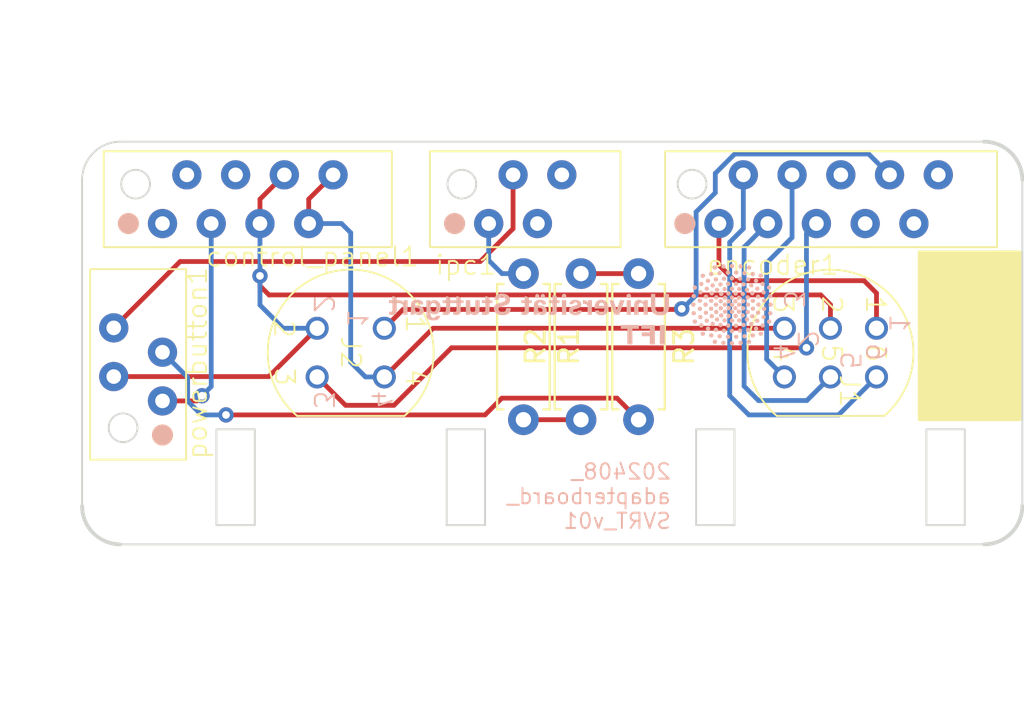
<source format=kicad_pcb>
(kicad_pcb (version 20221018) (generator pcbnew)

  (general
    (thickness 1.6)
  )

  (paper "A4")
  (layers
    (0 "F.Cu" signal)
    (31 "B.Cu" signal)
    (32 "B.Adhes" user "B.Adhesive")
    (33 "F.Adhes" user "F.Adhesive")
    (34 "B.Paste" user)
    (35 "F.Paste" user)
    (36 "B.SilkS" user "B.Silkscreen")
    (37 "F.SilkS" user "F.Silkscreen")
    (38 "B.Mask" user)
    (39 "F.Mask" user)
    (40 "Dwgs.User" user "User.Drawings")
    (41 "Cmts.User" user "User.Comments")
    (42 "Eco1.User" user "User.Eco1")
    (43 "Eco2.User" user "User.Eco2")
    (44 "Edge.Cuts" user)
    (45 "Margin" user)
    (46 "B.CrtYd" user "B.Courtyard")
    (47 "F.CrtYd" user "F.Courtyard")
    (48 "B.Fab" user)
    (49 "F.Fab" user)
    (50 "User.1" user)
    (51 "User.2" user)
    (52 "User.3" user)
    (53 "User.4" user)
    (54 "User.5" user)
    (55 "User.6" user)
    (56 "User.7" user)
    (57 "User.8" user)
    (58 "User.9" user)
  )

  (setup
    (pad_to_mask_clearance 0)
    (pcbplotparams
      (layerselection 0x00010fc_ffffffff)
      (plot_on_all_layers_selection 0x0000000_00000000)
      (disableapertmacros false)
      (usegerberextensions false)
      (usegerberattributes true)
      (usegerberadvancedattributes true)
      (creategerberjobfile true)
      (dashed_line_dash_ratio 12.000000)
      (dashed_line_gap_ratio 3.000000)
      (svgprecision 4)
      (plotframeref false)
      (viasonmask false)
      (mode 1)
      (useauxorigin false)
      (hpglpennumber 1)
      (hpglpenspeed 20)
      (hpglpendiameter 15.000000)
      (dxfpolygonmode true)
      (dxfimperialunits true)
      (dxfusepcbnewfont true)
      (psnegative false)
      (psa4output false)
      (plotreference true)
      (plotvalue true)
      (plotinvisibletext false)
      (sketchpadsonfab false)
      (subtractmaskfromsilk false)
      (outputformat 1)
      (mirror false)
      (drillshape 0)
      (scaleselection 1)
      (outputdirectory "export/v02")
    )
  )

  (net 0 "")
  (net 1 "/GND")
  (net 2 "/B+_out")
  (net 3 "/A+_out")
  (net 4 "unconnected-(control_panel1-Pin_1-Pad1)")
  (net 5 "unconnected-(control_panel1-Pin_2-Pad2)")
  (net 6 "Net-(control_panel1-Pin_3)")
  (net 7 "unconnected-(control_panel1-Pin_4-Pad4)")
  (net 8 "/24 V")
  (net 9 "/A+_in")
  (net 10 "/A-_in")
  (net 11 "/B-_in")
  (net 12 "/B+_in")
  (net 13 "unconnected-(encoder1-Pin_6-Pad6)")
  (net 14 "unconnected-(encoder1-Pin_7-Pad7)")
  (net 15 "unconnected-(encoder1-Pin_9-Pad9)")
  (net 16 "unconnected-(encoder1-Pin_10-Pad10)")
  (net 17 "/24 V IPC")
  (net 18 "/GND IPC")
  (net 19 "unconnected-(ipc1-Pin_3-Pad3)")
  (net 20 "unconnected-(ipc1-Pin_4-Pad4)")
  (net 21 "Net-(powerbutton1-Pin_3)")
  (net 22 "Net-(R1-Pad2)")
  (net 23 "Net-(R2-Pad2)")

  (footprint "IFT:lemo_socket_1S_304_elbow" (layer "F.Cu") (at 130 64 -90))

  (footprint "Resistor_THT:R_Axial_DIN0207_L6.3mm_D2.5mm_P7.62mm_Horizontal" (layer "F.Cu") (at 142 67.5 90))

  (footprint "IFT:Conn_02x04_wuerth_690367190872" (layer "F.Cu") (at 124 56))

  (footprint "IFT:Conn_02x05_wuerth_690367191072" (layer "F.Cu") (at 153 56))

  (footprint "Resistor_THT:R_Axial_DIN0207_L6.3mm_D2.5mm_P7.62mm_Horizontal" (layer "F.Cu") (at 139 59.88 -90))

  (footprint "IFT:Conn_02x02_wuerth_690367190472" (layer "F.Cu") (at 141 56))

  (footprint "IFT:lemo_socket_1S_306_elbow" (layer "F.Cu") (at 155 64 -90))

  (footprint "Resistor_THT:R_Axial_DIN0207_L6.3mm_D2.5mm_P7.62mm_Horizontal" (layer "F.Cu") (at 145 59.88 -90))

  (footprint "IFT:Conn_02x02_wuerth_690367190472" (layer "F.Cu") (at 118.92 62.71 90))

  (footprint "IFT:logo_uni" (layer "B.Cu")
    (tstamp 0ccce5a9-0dff-4bd2-8e71-357bb95be1c3)
    (at 142 61.5 180)
    (attr board_only exclude_from_pos_files exclude_from_bom)
    (fp_text reference "G***" (at 0 1.524) (layer "Cmts.User") hide
        (effects (font (size 1.5 1.5) (thickness 0.3)))
      (tstamp 58244b07-5da9-453f-9cda-fb30a9bc5209)
    )
    (fp_text value "LOGO" (at 0 1.27) (layer "Cmts.User") hide
        (effects (font (size 1.5 1.5) (thickness 0.3)))
      (tstamp 92344084-dcba-44f7-b57b-159c942f6224)
    )
    (fp_poly
      (pts
        (xy -2.378433 -0.145618)
        (xy -2.378433 -0.527)
        (xy -2.48938 -0.527)
        (xy -2.600328 -0.527)
        (xy -2.600328 -0.145618)
        (xy -2.600328 0.235763)
        (xy -2.48938 0.235763)
        (xy -2.378433 0.235763)
      )

      (stroke (width 0) (type solid)) (fill solid) (layer "B.SilkS") (tstamp 90716d36-2df3-4fde-9571-2d821debe105))
    (fp_poly
      (pts
        (xy 0.991591 -0.145618)
        (xy 0.991591 -0.527)
        (xy 0.880644 -0.527)
        (xy 0.769697 -0.527)
        (xy 0.769697 -0.145618)
        (xy 0.769697 0.235763)
        (xy 0.880644 0.235763)
        (xy 0.991591 0.235763)
      )

      (stroke (width 0) (type solid)) (fill solid) (layer "B.SilkS") (tstamp e3efbd03-5e71-43bc-925a-dd89a9a429fa))
    (fp_poly
      (pts
        (xy -8.919798 0.30772)
        (xy -8.886836 0.290324)
        (xy -8.862197 0.261991)
        (xy -8.847411 0.226464)
        (xy -8.844135 0.190513)
        (xy -8.852621 0.157106)
        (xy -8.87078 0.128121)
        (xy -8.896521 0.105436)
        (xy -8.927756 0.090931)
        (xy -8.962393 0.086483)
        (xy -8.995859 0.093031)
        (xy -9.031349 0.111849)
        (xy -9.055269 0.138288)
        (xy -9.067806 0.172612)
        (xy -9.069943 0.197966)
        (xy -9.064062 0.237972)
        (xy -9.047459 0.271137)
        (xy -9.021693 0.295816)
        (xy -8.988322 0.310363)
        (xy -8.960382 0.313639)
      )

      (stroke (width 0) (type solid)) (fill solid) (layer "B.SilkS") (tstamp 0da82fe7-95b9-4ef4-9fb6-3719941410e8))
    (fp_poly
      (pts
        (xy -7.627524 -0.982793)
        (xy -7.597943 -1.000553)
        (xy -7.574294 -1.025595)
        (xy -7.558682 -1.055828)
        (xy -7.55321 -1.089161)
        (xy -7.557185 -1.115468)
        (xy -7.574545 -1.152413)
        (xy -7.60059 -1.180162)
        (xy -7.633228 -1.197446)
        (xy -7.670369 -1.202998)
        (xy -7.696118 -1.199671)
        (xy -7.731297 -1.184749)
        (xy -7.757814 -1.159732)
        (xy -7.774496 -1.126202)
        (xy -7.78017 -1.086593)
        (xy -7.774312 -1.04671)
        (xy -7.757031 -1.014568)
        (xy -7.728808 -0.990788)
        (xy -7.696065 -0.977479)
        (xy -7.660932 -0.974405)
      )

      (stroke (width 0) (type solid)) (fill solid) (layer "B.SilkS") (tstamp 630bdefe-8a77-4039-8a95-32814aaff41d))
    (fp_poly
      (pts
        (xy -7.256924 0.295022)
        (xy -7.22206 0.280605)
        (xy -7.196619 0.259153)
        (xy -7.176445 0.227851)
        (xy -7.167874 0.19238)
        (xy -7.170908 0.156124)
        (xy -7.185547 0.122467)
        (xy -7.196575 0.10836)
        (xy -7.228219 0.083316)
        (xy -7.26377 0.071259)
        (xy -7.301601 0.072457)
        (xy -7.336497 0.085219)
        (xy -7.365773 0.107605)
        (xy -7.385016 0.136639)
        (xy -7.394264 0.169555)
        (xy -7.39355 0.203587)
        (xy -7.38291 0.235971)
        (xy -7.362381 0.263939)
        (xy -7.33394 0.28381)
        (xy -7.294651 0.296169)
      )

      (stroke (width 0) (type solid)) (fill solid) (layer "B.SilkS") (tstamp a83c2f33-d0c8-4f35-a923-9cf3dc35475f))
    (fp_poly
      (pts
        (xy -9.518971 0.32214)
        (xy -9.487009 0.309651)
        (xy -9.461617 0.288954)
        (xy -9.443469 0.262272)
        (xy -9.433241 0.231827)
        (xy -9.431605 0.199844)
        (xy -9.439236 0.168545)
        (xy -9.456808 0.140153)
        (xy -9.484995 0.116892)
        (xy -9.492694 0.112681)
        (xy -9.531046 0.099475)
        (xy -9.567341 0.099137)
        (xy -9.593475 0.107984)
        (xy -9.627382 0.1318)
        (xy -9.64885 0.161696)
        (xy -9.658088 0.198057)
        (xy -9.657455 0.226976)
        (xy -9.64691 0.26424)
        (xy -9.625495 0.293915)
        (xy -9.594833 0.314433)
        (xy -9.55683 0.324197)
      )

      (stroke (width 0) (type solid)) (fill solid) (layer "B.SilkS") (tstamp 324646ff-8e7c-4028-9dcf-02ca40925848))
    (fp_poly
      (pts
        (xy -9.490891 -0.537835)
        (xy -9.458468 -0.550744)
        (xy -9.432706 -0.572116)
        (xy -9.414483 -0.599694)
        (xy -9.404681 -0.631224)
        (xy -9.404178 -0.664449)
        (xy -9.413855 -0.697115)
        (xy -9.434593 -0.726964)
        (xy -9.449333 -0.740089)
        (xy -9.477495 -0.754573)
        (xy -9.510722 -0.761336)
        (xy -9.543535 -0.759804)
        (xy -9.565739 -0.752257)
        (xy -9.599788 -0.727877)
        (xy -9.621213 -0.697952)
        (xy -9.63037 -0.661814)
        (xy -9.629718 -0.632866)
        (xy -9.619173 -0.595601)
        (xy -9.597758 -0.565926)
        (xy -9.567096 -0.545409)
        (xy -9.529093 -0.535644)
      )

      (stroke (width 0) (type solid)) (fill solid) (layer "B.SilkS") (tstamp 9396982e-110e-479d-9428-d43c12f2535e))
    (fp_poly
      (pts
        (xy -9.490386 0.756233)
        (xy -9.458816 0.744213)
        (xy -9.432276 0.723176)
        (xy -9.413058 0.69413)
        (xy -9.403454 0.658079)
        (xy -9.402785 0.644881)
        (xy -9.408879 0.607132)
        (xy -9.425655 0.575188)
        (xy -9.450851 0.550682)
        (xy -9.482207 0.535246)
        (xy -9.517463 0.530515)
        (xy -9.55187 0.53719)
        (xy -9.585134 0.555606)
        (xy -9.6095 0.581931)
        (xy -9.624402 0.613498)
        (xy -9.629275 0.647642)
        (xy -9.623553 0.681699)
        (xy -9.606672 0.713004)
        (xy -9.592369 0.728133)
        (xy -9.559455 0.749199)
        (xy -9.524697 0.758231)
      )

      (stroke (width 0) (type solid)) (fill solid) (layer "B.SilkS") (tstamp 8be49072-89f6-49b2-a50e-cd58d4f1912f))
    (fp_poly
      (pts
        (xy -9.418275 1.181777)
        (xy -9.389077 1.162985)
        (xy -9.3666 1.135203)
        (xy -9.355015 1.10619)
        (xy -9.351969 1.069192)
        (xy -9.360537 1.035173)
        (xy -9.378652 1.005899)
        (xy -9.404243 0.983136)
        (xy -9.435243 0.968648)
        (xy -9.469583 0.964203)
        (xy -9.505195 0.971565)
        (xy -9.510265 0.973683)
        (xy -9.541236 0.994265)
        (xy -9.56328 1.022625)
        (xy -9.575749 1.05584)
        (xy -9.577996 1.09099)
        (xy -9.569372 1.125154)
        (xy -9.550321 1.154251)
        (xy -9.520218 1.177815)
        (xy -9.486444 1.189831)
        (xy -9.451597 1.190939)
      )

      (stroke (width 0) (type solid)) (fill solid) (layer "B.SilkS") (tstamp 4be05454-75e0-4dc2-b097-dc7392a5e6e4))
    (fp_poly
      (pts
        (xy -9.336591 1.622656)
        (xy -9.304072 1.607142)
        (xy -9.282172 1.587835)
        (xy -9.26161 1.556329)
        (xy -9.252963 1.52287)
        (xy -9.254947 1.489561)
        (xy -9.266276 1.458504)
        (xy -9.285667 1.431804)
        (xy -9.311833 1.411563)
        (xy -9.34349 1.399883)
        (xy -9.379354 1.398869)
        (xy -9.395597 1.402193)
        (xy -9.4323 1.418627)
        (xy -9.459006 1.444346)
        (xy -9.474828 1.478189)
        (xy -9.479061 1.511657)
        (xy -9.473172 1.549968)
        (xy -9.45705 1.58155)
        (xy -9.433013 1.605507)
        (xy -9.403379 1.620942)
        (xy -9.370465 1.626957)
      )

      (stroke (width 0) (type solid)) (fill solid) (layer "B.SilkS") (tstamp dc1f1bd2-ca49-463d-8428-e3c36fa7716e))
    (fp_poly
      (pts
        (xy -9.204628 0.530682)
        (xy -9.170856 0.51541)
        (xy -9.152429 0.50017)
        (xy -9.128123 0.467078)
        (xy -9.116804 0.430519)
        (xy -9.118655 0.392353)
        (xy -9.133858 0.354439)
        (xy -9.137557 0.348497)
        (xy -9.15942 0.32688)
        (xy -9.189586 0.312654)
        (xy -9.224173 0.306589)
        (xy -9.259299 0.309453)
        (xy -9.285959 0.319098)
        (xy -9.3155 0.341706)
        (xy -9.334608 0.371171)
        (xy -9.342988 0.404887)
        (xy -9.340345 0.440248)
        (xy -9.326386 0.474649)
        (xy -9.30643 0.50017)
        (xy -9.274817 0.523062)
        (xy -9.240082 0.533232)
      )

      (stroke (width 0) (type solid)) (fill solid) (layer "B.SilkS") (tstamp 08e47fc8-61fb-4283-8030-52fa1d808a57))
    (fp_poly
      (pts
        (xy -9.197426 0.106474)
        (xy -9.169894 0.088462)
        (xy -9.148296 0.063192)
        (xy -9.134725 0.031833)
        (xy -9.131274 -0.004445)
        (xy -9.134042 -0.02427)
        (xy -9.147809 -0.057627)
        (xy -9.171329 -0.0838)
        (xy -9.201837 -0.101577)
        (xy -9.236571 -0.109746)
        (xy -9.272765 -0.107096)
        (xy -9.299827 -0.096955)
        (xy -9.32879 -0.074516)
        (xy -9.347985 -0.044776)
        (xy -9.357001 -0.010673)
        (xy -9.355423 0.024858)
        (xy -9.34284 0.058877)
        (xy -9.325056 0.082538)
        (xy -9.294709 0.10526)
        (xy -9.261926 0.116043)
        (xy -9.228802 0.116058)
      )

      (stroke (width 0) (type solid)) (fill solid) (layer "B.SilkS") (tstamp 4f84e2f5-9cba-4d0d-be9b-12a203572629))
    (fp_poly
      (pts
        (xy -9.1553 -0.730173)
        (xy -9.121855 -0.746747)
        (xy -9.103707 -0.762038)
        (xy -9.082037 -0.792)
        (xy -9.072214 -0.824471)
        (xy -9.073009 -0.857335)
        (xy -9.083194 -0.888477)
        (xy -9.10154 -0.915779)
        (xy -9.12682 -0.937127)
        (xy -9.157804 -0.950404)
        (xy -9.193266 -0.953495)
        (xy -9.213032 -0.950383)
        (xy -9.248446 -0.935217)
        (xy -9.275618 -0.909969)
        (xy -9.292931 -0.87674)
        (xy -9.298772 -0.839039)
        (xy -9.292912 -0.800535)
        (xy -9.276834 -0.768991)
        (xy -9.252784 -0.745295)
        (xy -9.223013 -0.730335)
        (xy -9.189769 -0.724999)
      )

      (stroke (width 0) (type solid)) (fill solid) (layer "B.SilkS") (tstamp 5a99a239-eaf8-4dbc-9104-bcba9f51a43e))
    (fp_poly
      (pts
        (xy -8.935291 -0.097247)
        (xy -8.90496 -0.107598)
        (xy -8.878349 -0.126804)
        (xy -8.857698 -0.155126)
        (xy -8.848009 -0.180434)
        (xy -8.844452 -0.217307)
        (xy -8.852679 -0.251421)
        (xy -8.870643 -0.2809)
        (xy -8.896299 -0.303866)
        (xy -8.9276 -0.318441)
        (xy -8.962499 -0.322747)
        (xy -8.995859 -0.316088)
        (xy -9.030878 -0.29727)
        (xy -9.054694 -0.27036)
        (xy -9.067472 -0.235112)
        (xy -9.069943 -0.206407)
        (xy -9.064336 -0.169136)
        (xy -9.049008 -0.139146)
        (xy -9.0262 -0.1167)
        (xy -8.998151 -0.10206)
        (xy -8.967101 -0.095488)
      )

      (stroke (width 0) (type solid)) (fill solid) (layer "B.SilkS") (tstamp 740066b5-9f8f-466f-b07f-1ee42d48dbfa))
    (fp_poly
      (pts
        (xy -8.726971 -1.822218)
        (xy -8.695502 -1.834185)
        (xy -8.669149 -1.85541)
        (xy -8.650131 -1.884918)
        (xy -8.640669 -1.921733)
        (xy -8.640022 -1.935107)
        (xy -8.646181 -1.972725)
        (xy -8.663132 -2.00452)
        (xy -8.688586 -2.02885)
        (xy -8.720253 -2.044072)
        (xy -8.755845 -2.048543)
        (xy -8.789107 -2.042099)
        (xy -8.821923 -2.024096)
        (xy -8.846081 -1.998005)
        (xy -8.860998 -1.966548)
        (xy -8.86609 -1.932453)
        (xy -8.860775 -1.898444)
        (xy -8.844468 -1.867246)
        (xy -8.829875 -1.851628)
        (xy -8.796378 -1.829963)
        (xy -8.761336 -1.820485)
      )

      (stroke (width 0) (type solid)) (fill solid) (layer "B.SilkS") (tstamp 4527b07e-7bd9-48fc-a6d2-7eff0225578b))
    (fp_poly
      (pts
        (xy -8.494979 1.756604)
        (xy -8.460734 1.743638)
        (xy -8.434175 1.722262)
        (xy -8.414458 1.69259)
        (xy -8.405112 1.658785)
        (xy -8.40566 1.623952)
        (xy -8.415631 1.591192)
        (xy -8.434549 1.563609)
        (xy -8.46133 1.544582)
        (xy -8.494544 1.53255)
        (xy -8.52362 1.529889)
        (xy -8.542092 1.532646)
        (xy -8.57527 1.546028)
        (xy -8.60156 1.570136)
        (xy -8.618261 1.597043)
        (xy -8.630646 1.634434)
        (xy -8.629362 1.669666)
        (xy -8.614461 1.702411)
        (xy -8.599335 1.720396)
        (xy -8.566477 1.744958)
        (xy -8.530959 1.757036)
      )

      (stroke (width 0) (type solid)) (fill solid) (layer "B.SilkS") (tstamp 15a4afcd-7871-4bc0-b911-bc3e7b25f906))
    (fp_poly
      (pts
        (xy -8.425548 0.289161)
        (xy -8.391449 0.271759)
        (xy -8.380826 0.263305)
        (xy -8.357702 0.23521)
        (xy -8.346154 0.203815)
        (xy -8.345 0.171259)
        (xy -8.353061 0.139683)
        (xy -8.369154 0.111226)
        (xy -8.3921 0.088029)
        (xy -8.420718 0.072232)
        (xy -8.453826 0.065975)
        (xy -8.487216 0.070479)
        (xy -8.524205 0.087445)
        (xy -8.550921 0.1134)
        (xy -8.566599 0.147335)
        (xy -8.57068 0.180289)
        (xy -8.56478 0.218923)
        (xy -8.548575 0.250669)
        (xy -8.524307 0.274546)
        (xy -8.494219 0.289574)
        (xy -8.460552 0.294772)
      )

      (stroke (width 0) (type solid)) (fill solid) (layer "B.SilkS") (tstamp 53490a2a-582a-40cd-935d-ad6be349b93a))
    (fp_poly
      (pts
        (xy -8.414854 -0.448462)
        (xy -8.383513 -0.458785)
        (xy -8.356451 -0.477951)
        (xy -8.335883 -0.5049)
        (xy -8.32403 -0.538573)
        (xy -8.322482 -0.571931)
        (xy -8.331639 -0.609954)
        (xy -8.350836 -0.640761)
        (xy -8.377898 -0.662901)
        (xy -8.41065 -0.674928)
        (xy -8.446918 -0.675392)
        (xy -8.469182 -0.669621)
        (xy -8.503921 -0.650545)
        (xy -8.528903 -0.623755)
        (xy -8.543557 -0.591744)
        (xy -8.547312 -0.557002)
        (xy -8.539596 -0.522022)
        (xy -8.519839 -0.489295)
        (xy -8.51236 -0.481161)
        (xy -8.481495 -0.45859)
        (xy -8.448254 -0.448044)
      )

      (stroke (width 0) (type solid)) (fill solid) (layer "B.SilkS") (tstamp 1b51fa2b-fc6b-4219-807c-ab9306b2568d))
    (fp_poly
      (pts
        (xy -8.394248 0.666743)
        (xy -8.362567 0.650654)
        (xy -8.338379 0.626658)
        (xy -8.322646 0.597062)
        (xy -8.31633 0.564171)
        (xy -8.320394 0.530293)
        (xy -8.335799 0.497734)
        (xy -8.351683 0.479013)
        (xy -8.384166 0.455393)
        (xy -8.418691 0.445489)
        (xy -8.45519 0.449311)
        (xy -8.480393 0.459391)
        (xy -8.513234 0.482824)
        (xy -8.535108 0.512959)
        (xy -8.545073 0.547813)
        (xy -8.54219 0.585407)
        (xy -8.541503 0.588015)
        (xy -8.525104 0.625331)
        (xy -8.499777 0.652308)
        (xy -8.466415 0.668254)
        (xy -8.432459 0.672618)
      )

      (stroke (width 0) (type solid)) (fill solid) (layer "B.SilkS") (tstamp cb53654c-4316-4dd6-9ab1-111019016abb))
    (fp_poly
      (pts
        (xy -8.284067 -1.885128)
        (xy -8.254259 -1.899395)
        (xy -8.229526 -1.921519)
        (xy -8.212149 -1.950603)
        (xy -8.204408 -1.985751)
        (xy -8.2048 -2.004669)
        (xy -8.214611 -2.041347)
        (xy -8.234808 -2.071373)
        (xy -8.262934 -2.093325)
        (xy -8.296529 -2.105778)
        (xy -8.333135 -2.10731)
        (xy -8.366465 -2.098245)
        (xy -8.396285 -2.0783)
        (xy -8.4174 -2.050048)
        (xy -8.429075 -2.016534)
        (xy -8.430574 -1.980801)
        (xy -8.42116 -1.945895)
        (xy -8.408449 -1.924574)
        (xy -8.381142 -1.898442)
        (xy -8.349789 -1.883755)
        (xy -8.316671 -1.879616)
      )

      (stroke (width 0) (type solid)) (fill solid) (layer "B.SilkS") (tstamp adcb58bb-6279-40e6-8011-50c6c8fd9942))
    (fp_poly
      (pts
        (xy -8.22044 -0.708191)
        (xy -8.186114 -0.723956)
        (xy -8.160137 -0.748353)
        (xy -8.143202 -0.778737)
        (xy -8.136004 -0.812464)
        (xy -8.139234 -0.846889)
        (xy -8.153586 -0.879368)
        (xy -8.17036 -0.899283)
        (xy -8.204007 -0.923388)
        (xy -8.239322 -0.933766)
        (xy -8.276561 -0.930487)
        (xy -8.28089 -0.929264)
        (xy -8.316216 -0.911909)
        (xy -8.342585 -0.884906)
        (xy -8.358486 -0.850307)
        (xy -8.362654 -0.818236)
        (xy -8.356482 -0.780358)
        (xy -8.339457 -0.748281)
        (xy -8.313813 -0.723734)
        (xy -8.281783 -0.708446)
        (xy -8.245603 -0.704145)
      )

      (stroke (width 0) (type solid)) (fill solid) (layer "B.SilkS") (tstamp 5a3753fb-2939-40aa-8a94-11d8a9df336d))
    (fp_poly
      (pts
        (xy -8.201389 0.470665)
        (xy -8.168834 0.455647)
        (xy -8.149873 0.439433)
        (xy -8.129161 0.408366)
        (xy -8.120566 0.37147)
        (xy -8.121866 0.339662)
        (xy -8.132927 0.304566)
        (xy -8.154201 0.276403)
        (xy -8.183139 0.256674)
        (xy -8.217192 0.246882)
        (xy -8.253811 0.24853)
        (xy -8.269042 0.252886)
        (xy -8.30199 0.271333)
        (xy -8.326882 0.298364)
        (xy -8.342164 0.331076)
        (xy -8.346284 0.366567)
        (xy -8.342255 0.389703)
        (xy -8.325586 0.424483)
        (xy -8.30059 0.450635)
        (xy -8.269842 0.467493)
        (xy -8.235917 0.474392)
      )

      (stroke (width 0) (type solid)) (fill solid) (layer "B.SilkS") (tstamp 3e20e82a-cbbe-4b04-ad5d-a00bbfeaa0eb))
    (fp_poly
      (pts
        (xy -8.064498 -1.563782)
        (xy -8.031999 -1.575327)
        (xy -8.004633 -1.595739)
        (xy -7.984484 -1.623416)
        (xy -7.973635 -1.656753)
        (xy -7.974173 -1.694149)
        (xy -7.974929 -1.698029)
        (xy -7.988645 -1.732271)
        (xy -8.012133 -1.7595)
        (xy -8.042573 -1.778409)
        (xy -8.077148 -1.787692)
        (xy -8.11304 -1.786042)
        (xy -8.141814 -1.775429)
        (xy -8.17108 -1.752519)
        (xy -8.190152 -1.72303)
        (xy -8.199102 -1.689709)
        (xy -8.198001 -1.655301)
        (xy -8.186921 -1.622553)
        (xy -8.165934 -1.594211)
        (xy -8.136556 -1.573709)
        (xy -8.100045 -1.562708)
      )

      (stroke (width 0) (type solid)) (fill solid) (layer "B.SilkS") (tstamp 14536989-5b85-4ce0-8d04-23bb7d6365b6))
    (fp_poly
      (pts
        (xy -7.670987 0.286871)
        (xy -7.638654 0.274085)
        (xy -7.611468 0.251653)
        (xy -7.592028 0.220354)
        (xy -7.586536 0.203725)
        (xy -7.582992 0.164463)
        (xy -7.592068 0.128807)
        (xy -7.612821 0.098826)
        (xy -7.64426 0.076617)
        (xy -7.683517 0.064325)
        (xy -7.721863 0.065582)
        (xy -7.742807 0.072339)
        (xy -7.774499 0.092885)
        (xy -7.796503 0.121004)
        (xy -7.808374 0.153927)
        (xy -7.809668 0.188888)
        (xy -7.799941 0.22312)
        (xy -7.778749 0.253858)
        (xy -7.772857 0.259559)
        (xy -7.740689 0.280387)
        (xy -7.705865 0.289232)
      )

      (stroke (width 0) (type solid)) (fill solid) (layer "B.SilkS") (tstamp 49dc3207-1c11-45fa-a91f-d02d66773895))
    (fp_poly
      (pts
        (xy -7.658644 -0.075289)
        (xy -7.627028 -0.091613)
        (xy -7.603153 -0.116037)
        (xy -7.588048 -0.146287)
        (xy -7.582746 -0.180085)
        (xy -7.588276 -0.215158)
        (xy -7.60567 -0.249228)
        (xy -7.611884 -0.257193)
        (xy -7.641205 -0.282073)
        (xy -7.676002 -0.295465)
        (xy -7.713223 -0.296636)
        (xy -7.742386 -0.288417)
        (xy -7.772107 -0.268514)
        (xy -7.794412 -0.239817)
        (xy -7.807549 -0.205921)
        (xy -7.809765 -0.170426)
        (xy -7.80699 -0.155801)
        (xy -7.790586 -0.117647)
        (xy -7.765638 -0.090255)
        (xy -7.73267 -0.074039)
        (xy -7.69697 -0.069342)
      )

      (stroke (width 0) (type solid)) (fill solid) (layer "B.SilkS") (tstamp 1f36699f-47f7-4529-83e8-949411418c1e))
    (fp_poly
      (pts
        (xy -7.640388 -0.483974)
        (xy -7.61189 -0.501664)
        (xy -7.589542 -0.52762)
        (xy -7.575654 -0.560941)
        (xy -7.57218 -0.590865)
        (xy -7.578459 -0.627381)
        (xy -7.595604 -0.658603)
        (xy -7.62118 -0.682797)
        (xy -7.65275 -0.69823)
        (xy -7.68788 -0.703167)
        (xy -7.72124 -0.696953)
        (xy -7.755687 -0.67827)
        (xy -7.780673 -0.651687)
        (xy -7.795527 -0.61975)
        (xy -7.799574 -0.585)
        (xy -7.792143 -0.549983)
        (xy -7.772562 -0.517241)
        (xy -7.76964 -0.513891)
        (xy -7.73966 -0.489508)
        (xy -7.706584 -0.476995)
        (xy -7.672722 -0.47545)
      )

      (stroke (width 0) (type solid)) (fill solid) (layer "B.SilkS") (tstamp c01b9ba8-880d-4df2-baaa-e2c3ef149d8c))
    (fp_poly
      (pts
        (xy -7.449001 -0.711772)
        (xy -7.41615 -0.72959)
        (xy -7.391239 -0.758494)
        (xy -7.376896 -0.791439)
        (xy -7.372924 -0.826304)
        (xy -7.380731 -0.859167)
        (xy -7.398225 -0.888134)
        (xy -7.423317 -0.911312)
        (xy -7.453916 -0.926809)
        (xy -7.487932 -0.932732)
        (xy -7.523275 -0.927187)
        (xy -7.525807 -0.926298)
        (xy -7.561224 -0.907846)
        (xy -7.584834 -0.882345)
        (xy -7.597041 -0.849157)
        (xy -7.59856 -0.811471)
        (xy -7.590044 -0.770788)
        (xy -7.571537 -0.739284)
        (xy -7.543831 -0.717724)
        (xy -7.50772 -0.706874)
        (xy -7.488944 -0.705689)
      )

      (stroke (width 0) (type solid)) (fill solid) (layer "B.SilkS") (tstamp 2800de98-1c1d-4d9f-b2ab-e753cfa12046))
    (fp_poly
      (pts
        (xy -7.285843 0.673109)
        (xy -7.254196 0.66142)
        (xy -7.227579 0.64065)
        (xy -7.208248 0.611774)
        (xy -7.19846 0.575765)
        (xy -7.197707 0.561671)
        (xy -7.203801 0.523922)
        (xy -7.220577 0.491978)
        (xy -7.245773 0.467471)
        (xy -7.27713 0.452036)
        (xy -7.312385 0.447305)
        (xy -7.346792 0.453979)
        (xy -7.380005 0.472331)
        (xy -7.40443 0.498547)
        (xy -7.419486 0.529967)
        (xy -7.424591 0.563932)
        (xy -7.419162 0.597782)
        (xy -7.402616 0.628857)
        (xy -7.388392 0.643956)
        (xy -7.355197 0.665351)
        (xy -7.320262 0.674744)
      )

      (stroke (width 0) (type solid)) (fill solid) (layer "B.SilkS") (tstamp cc685a06-e3c4-4e92-a1ea-03d98a1b4f04))
    (fp_poly
      (pts
        (xy -7.01663 0.11428)
        (xy -6.983929 0.102801)
        (xy -6.955755 0.081758)
        (xy -6.934786 0.051866)
        (xy -6.928011 0.034399)
        (xy -6.923275 -0.002398)
        (xy -6.930284 -0.036319)
        (xy -6.946971 -0.065765)
        (xy -6.971272 -0.089139)
        (xy -7.001121 -0.104841)
        (xy -7.034453 -0.111274)
        (xy -7.069203 -0.106839)
        (xy -7.095409 -0.095145)
        (xy -7.126021 -0.069541)
        (xy -7.145063 -0.038247)
        (xy -7.152279 -0.003597)
        (xy -7.147413 0.032078)
        (xy -7.130208 0.066445)
        (xy -7.115126 0.084213)
        (xy -7.084907 0.105699)
        (xy -7.051182 0.115484)
      )

      (stroke (width 0) (type solid)) (fill solid) (layer "B.SilkS") (tstamp ff72c0b5-02e0-4147-951f-b63eb5e5a4dc))
    (fp_poly
      (pts
        (xy -6.946298 -1.824558)
        (xy -6.913743 -1.839575)
        (xy -6.894781 -1.855789)
        (xy -6.87407 -1.886857)
        (xy -6.865474 -1.923752)
        (xy -6.866775 -1.955561)
        (xy -6.877836 -1.990656)
        (xy -6.899109 -2.01882)
        (xy -6.928047 -2.038549)
        (xy -6.9621 -2.04834)
        (xy -6.998719 -2.046692)
        (xy -7.01395 -2.042336)
        (xy -7.046899 -2.023889)
        (xy -7.071791 -1.996859)
        (xy -7.087073 -1.964147)
        (xy -7.091192 -1.928655)
        (xy -7.087163 -1.905519)
        (xy -7.070495 -1.870739)
        (xy -7.045499 -1.844587)
        (xy -7.014751 -1.827729)
        (xy -6.980826 -1.820831)
      )

      (stroke (width 0) (type solid)) (fill solid) (layer "B.SilkS") (tstamp dbbd912f-ffe1-4fe2-ba89-33da6711aa68))
    (fp_poly
      (pts
        (xy -6.778227 0.706074)
        (xy -6.746334 0.690106)
        (xy -6.72112 0.666345)
        (xy -6.705366 0.636176)
        (xy -6.698927 0.602595)
        (xy -6.70166 0.568603)
        (xy -6.713424 0.537197)
        (xy -6.734074 0.511376)
        (xy -6.755515 0.497382)
        (xy -6.791875 0.484656)
        (xy -6.824075 0.483052)
        (xy -6.846578 0.488537)
        (xy -6.881176 0.507208)
        (xy -6.905843 0.533164)
        (xy -6.920545 0.563976)
        (xy -6.92525 0.597215)
        (xy -6.919923 0.630455)
        (xy -6.904533 0.661265)
        (xy -6.879045 0.687218)
        (xy -6.8495 0.703612)
        (xy -6.813698 0.711538)
      )

      (stroke (width 0) (type solid)) (fill solid) (layer "B.SilkS") (tstamp 88142976-4aa4-4b0e-a30f-f26d800a8597))
    (fp_poly
      (pts
        (xy -6.742387 1.703802)
        (xy -6.713594 1.686182)
        (xy -6.691181 1.661141)
        (xy -6.677164 1.630192)
        (xy -6.673555 1.594846)
        (xy -6.677777 1.570112)
        (xy -6.69425 1.534718)
        (xy -6.720085 1.508)
        (xy -6.752928 1.491215)
        (xy -6.790423 1.485618)
        (xy -6.8259 1.491093)
        (xy -6.856919 1.506824)
        (xy -6.879795 1.531216)
        (xy -6.894244 1.561507)
        (xy -6.899986 1.594934)
        (xy -6.896737 1.628734)
        (xy -6.884217 1.660144)
        (xy -6.862142 1.686402)
        (xy -6.846916 1.697033)
        (xy -6.811063 1.710739)
        (xy -6.775548 1.712492)
      )

      (stroke (width 0) (type solid)) (fill solid) (layer "B.SilkS") (tstamp 0ec3dbcf-2dbf-4b3d-8945-f8834ae7e076))
    (fp_poly
      (pts
        (xy -6.733947 0.30574)
        (xy -6.704384 0.285371)
        (xy -6.691221 0.270028)
        (xy -6.67685 0.240016)
        (xy -6.671221 0.205723)
        (xy -6.674548 0.1721)
        (xy -6.68586 0.145783)
        (xy -6.712598 0.116605)
        (xy -6.744797 0.097484)
        (xy -6.779695 0.08912)
        (xy -6.814536 0.09221)
        (xy -6.844133 0.105747)
        (xy -6.875037 0.133816)
        (xy -6.893406 0.166666)
        (xy -6.898835 0.202879)
        (xy -6.890919 0.241039)
        (xy -6.886024 0.252362)
        (xy -6.864407 0.282885)
        (xy -6.835581 0.303739)
        (xy -6.802356 0.314669)
        (xy -6.767541 0.315421)
      )

      (stroke (width 0) (type solid)) (fill solid) (layer "B.SilkS") (tstamp 3b72eb3d-97f8-44e9-ade9-df4e0738916a))
    (fp_poly
      (pts
        (xy -6.470325 -0.31415)
        (xy -6.45995 -0.318617)
        (xy -6.427879 -0.341151)
        (xy -6.406548 -0.372434)
        (xy -6.396351 -0.409952)
        (xy -6.398082 -0.445509)
        (xy -6.411215 -0.477286)
        (xy -6.433435 -0.503567)
        (xy -6.462429 -0.522632)
        (xy -6.495884 -0.532764)
        (xy -6.531485 -0.532245)
        (xy -6.552822 -0.526144)
        (xy -6.584774 -0.506362)
        (xy -6.607679 -0.477153)
        (xy -6.620196 -0.44062)
        (xy -6.622168 -0.417422)
        (xy -6.616049 -0.380014)
        (xy -6.599214 -0.348832)
        (xy -6.573943 -0.325265)
        (xy -6.542517 -0.310703)
        (xy -6.507217 -0.306535)
      )

      (stroke (width 0) (type solid)) (fill solid) (layer "B.SilkS") (tstamp ef78658b-b274-473a-8031-9f4fead7b065))
    (fp_poly
      (pts
        (xy -6.310839 -1.409755)
        (xy -6.300463 -1.414222)
        (xy -6.268392 -1.436755)
        (xy -6.247061 -1.468038)
        (xy -6.236864 -1.505556)
        (xy -6.238596 -1.541113)
        (xy -6.251728 -1.572891)
        (xy -6.273948 -1.599171)
        (xy -6.302943 -1.618236)
        (xy -6.336397 -1.628369)
        (xy -6.371999 -1.62785)
        (xy -6.393335 -1.621748)
        (xy -6.425288 -1.601967)
        (xy -6.448193 -1.572758)
        (xy -6.460709 -1.536225)
        (xy -6.462681 -1.513027)
        (xy -6.456562 -1.475619)
        (xy -6.439727 -1.444437)
        (xy -6.414456 -1.42087)
        (xy -6.38303 -1.406308)
        (xy -6.347731 -1.40214)
      )

      (stroke (width 0) (type solid)) (fill solid) (layer "B.SilkS") (tstamp 30f7a1b8-1f22-4679-9a8e-8bb6a3061b3a))
    (fp_poly
      (pts
        (xy -9.770366 1.000053)
        (xy -9.749918 0.991807)
        (xy -9.721103 0.969957)
        (xy -9.700848 0.940016)
        (xy -9.690662 0.905516)
        (xy -9.692053 0.869993)
        (xy -9.694312 0.861599)
        (xy -9.711696 0.827214)
        (xy -9.737827 0.800733)
        (xy -9.769978 0.783537)
        (xy -9.805424 0.777009)
        (xy -9.84144 0.78253)
        (xy -9.84657 0.784421)
        (xy -9.877785 0.803869)
        (xy -9.901115 0.832432)
        (xy -9.914926 0.866845)
        (xy -9.917584 0.903844)
        (xy -9.914697 0.920501)
        (xy -9.899314 0.955142)
        (xy -9.874615 0.981531)
        (xy -9.843174 0.998556)
        (xy -9.807566 1.005101)
      )

      (stroke (width 0) (type solid)) (fill solid) (layer "B.SilkS") (tstamp b4d3944b-9180-4cac-b34d-c7a51f791628))
    (fp_poly
      (pts
        (xy -9.337941 -1.406003)
        (xy -9.305803 -1.420455)
        (xy -9.28024 -1.444326)
        (xy -9.263334 -1.476232)
        (xy -9.257167 -1.514785)
        (xy -9.257166 -1.515124)
        (xy -9.263239 -1.553333)
        (xy -9.279966 -1.585091)
        (xy -9.305109 -1.609062)
        (xy -9.336432 -1.623909)
        (xy -9.371697 -1.628294)
        (xy -9.408667 -1.620881)
        (xy -9.423284 -1.61439)
        (xy -9.453048 -1.592154)
        (xy -9.472732 -1.563429)
        (xy -9.482462 -1.530879)
        (xy -9.482365 -1.497165)
        (xy -9.472568 -1.464949)
        (xy -9.453196 -1.436894)
        (xy -9.424377 -1.41566)
        (xy -9.413619 -1.410908)
        (xy -9.374573 -1.402359)
      )

      (stroke (width 0) (type solid)) (fill solid) (layer "B.SilkS") (tstamp 8701c472-be61-4c7e-803a-9761d0a5dfdf))
    (fp_poly
      (pts
        (xy -9.194827 -0.310512)
        (xy -9.174378 -0.318758)
        (xy -9.145564 -0.340608)
        (xy -9.125309 -0.37055)
        (xy -9.115123 -0.405049)
        (xy -9.116514 -0.440573)
        (xy -9.118773 -0.448966)
        (xy -9.136157 -0.483351)
        (xy -9.162287 -0.509832)
        (xy -9.194438 -0.527028)
        (xy -9.229885 -0.533556)
        (xy -9.265901 -0.528035)
        (xy -9.271031 -0.526144)
        (xy -9.302246 -0.506696)
        (xy -9.325576 -0.478133)
        (xy -9.339387 -0.44372)
        (xy -9.342045 -0.406721)
        (xy -9.339158 -0.390064)
        (xy -9.323775 -0.355423)
        (xy -9.299076 -0.329034)
        (xy -9.267635 -0.312009)
        (xy -9.232027 -0.305464)
      )

      (stroke (width 0) (type solid)) (fill solid) (layer "B.SilkS") (tstamp 85b792bc-3cc3-48ad-b8cc-e36b3051c4e1))
    (fp_poly
      (pts
        (xy -8.927378 -1.487008)
        (xy -8.898102 -1.498766)
        (xy -8.871254 -1.520581)
        (xy -8.850641 -1.548711)
        (xy -8.841654 -1.571325)
        (xy -8.83845 -1.608597)
        (xy -8.8468 -1.642502)
        (xy -8.864617 -1.671474)
        (xy -8.889813 -1.69395)
        (xy -8.920301 -1.708364)
        (xy -8.953994 -1.713152)
        (xy -8.988802 -1.706748)
        (xy -9.00925 -1.696947)
        (xy -9.034634 -1.678262)
        (xy -9.050894 -1.656501)
        (xy -9.062 -1.626518)
        (xy -9.065677 -1.589892)
        (xy -9.057415 -1.555839)
        (xy -9.039132 -1.526345)
        (xy -9.012745 -1.503398)
        (xy -8.980171 -1.488984)
        (xy -8.943328 -1.485091)
      )

      (stroke (width 0) (type solid)) (fill solid) (layer "B.SilkS") (tstamp f26b963c-d857-43fc-9f77-ea6ee3a57b77))
    (fp_poly
      (pts
        (xy -8.683646 -1.203406)
        (xy -8.650976 -1.216534)
        (xy -8.624458 -1.238579)
        (xy -8.605531 -1.267261)
        (xy -8.595632 -1.300301)
        (xy -8.596198 -1.33542)
        (xy -8.608667 -1.370337)
        (xy -8.611498 -1.375167)
        (xy -8.635982 -1.402419)
        (xy -8.668038 -1.420295)
        (xy -8.704126 -1.42772)
        (xy -8.740709 -1.423616)
        (xy -8.754436 -1.418618)
        (xy -8.785891 -1.398155)
        (xy -8.807205 -1.371097)
        (xy -8.818749 -1.33987)
        (xy -8.820897 -1.306896)
        (xy -8.814023 -1.2746)
        (xy -8.798498 -1.245404)
        (xy -8.774695 -1.221732)
        (xy -8.742988 -1.206008)
        (xy -8.721032 -1.201474)
      )

      (stroke (width 0) (type solid)) (fill solid) (layer "B.SilkS") (tstamp 360a2d89-6774-44d8-8f54-bcf362de1b8d))
    (fp_poly
      (pts
        (xy -8.661833 0.109242)
        (xy -8.646956 0.102733)
        (xy -8.61939 0.081797)
        (xy -8.598186 0.052675)
        (xy -8.586196 0.019903)
        (xy -8.584548 0.003467)
        (xy -8.590429 -0.027304)
        (xy -8.606003 -0.058238)
        (xy -8.628172 -0.084148)
        (xy -8.643489 -0.095203)
        (xy -8.677534 -0.107525)
        (xy -8.71426 -0.109812)
        (xy -8.744031 -0.103157)
        (xy -8.775984 -0.083376)
        (xy -8.798889 -0.054167)
        (xy -8.811405 -0.017633)
        (xy -8.813377 0.005564)
        (xy -8.807271 0.042862)
        (xy -8.790469 0.073925)
        (xy -8.765248 0.097423)
        (xy -8.733884 0.112028)
        (xy -8.698654 0.116411)
      )

      (stroke (width 0) (type solid)) (fill solid) (layer "B.SilkS") (tstamp 4aecb60e-c474-4aa4-b4dc-d7299132e680))
    (fp_poly
      (pts
        (xy -8.659112 -0.274057)
        (xy -8.625644 -0.286542)
        (xy -8.597788 -0.309056)
        (xy -8.578038 -0.340406)
        (xy -8.571506 -0.361115)
        (xy -8.569542 -0.398501)
        (xy -8.579177 -0.432155)
        (xy -8.598307 -0.460482)
        (xy -8.624828 -0.481889)
        (xy -8.656635 -0.494782)
        (xy -8.691625 -0.497566)
        (xy -8.727694 -0.488647)
        (xy -8.735198 -0.485143)
        (xy -8.765501 -0.462914)
        (xy -8.785565 -0.43405)
        (xy -8.79542 -0.401235)
        (xy -8.795098 -0.367155)
        (xy -8.784629 -0.334496)
        (xy -8.764043 -0.305941)
        (xy -8.733372 -0.284177)
        (xy -8.732898 -0.283946)
        (xy -8.695695 -0.272794)
      )

      (stroke (width 0) (type solid)) (fill solid) (layer "B.SilkS") (tstamp 608f596c-fc0e-4e0c-a519-d2cfcd36cf87))
    (fp_poly
      (pts
        (xy -8.416589 -0.083986)
        (xy -8.386532 -0.101224)
        (xy -8.362445 -0.12624)
        (xy -8.34706 -0.15774)
        (xy -8.343773 -0.173152)
        (xy -8.344896 -0.210929)
        (xy -8.357377 -0.244309)
        (xy -8.379011 -0.27167)
        (xy -8.407594 -0.291387)
        (xy -8.440922 -0.301837)
        (xy -8.476791 -0.301397)
        (xy -8.505491 -0.292275)
        (xy -8.536761 -0.272036)
        (xy -8.55666 -0.245141)
        (xy -8.566113 -0.210048)
        (xy -8.567213 -0.189466)
        (xy -8.563927 -0.153991)
        (xy -8.552577 -0.126733)
        (xy -8.530928 -0.103489)
        (xy -8.515277 -0.091878)
        (xy -8.483692 -0.078019)
        (xy -8.449886 -0.07582)
      )

      (stroke (width 0) (type solid)) (fill solid) (layer "B.SilkS") (tstamp 6d79ae02-e54f-43a3-95dc-05f33224584f))
    (fp_poly
      (pts
        (xy -8.225416 -0.251669)
        (xy -8.187729 -0.26022)
        (xy -8.157644 -0.278438)
        (xy -8.135782 -0.304005)
        (xy -8.122761 -0.334607)
        (xy -8.119203 -0.367926)
        (xy -8.125727 -0.401647)
        (xy -8.142954 -0.433453)
        (xy -8.169713 -0.459722)
        (xy -8.197653 -0.472654)
        (xy -8.231379 -0.476692)
        (xy -8.265871 -0.471636)
        (xy -8.284474 -0.464341)
        (xy -8.314642 -0.442114)
        (xy -8.334788 -0.413023)
        (xy -8.344837 -0.379826)
        (xy -8.344716 -0.34528)
        (xy -8.33435 -0.312144)
        (xy -8.313665 -0.283174)
        (xy -8.289844 -0.264972)
        (xy -8.26709 -0.254598)
        (xy -8.243645 -0.251094)
      )

      (stroke (width 0) (type solid)) (fill solid) (layer "B.SilkS") (tstamp 04457e6e-ce19-4df4-bb20-57083932f1ec))
    (fp_poly
      (pts
        (xy -8.206963 0.919274)
        (xy -8.206201 0.918986)
        (xy -8.175344 0.900681)
        (xy -8.153504 0.874578)
        (xy -8.140775 0.843406)
        (xy -8.137254 0.809898)
        (xy -8.143036 0.776786)
        (xy -8.158215 0.7468)
        (xy -8.182887 0.722672)
        (xy -8.199038 0.713557)
        (xy -8.236131 0.702697)
        (xy -8.272929 0.70267)
        (xy -8.293308 0.708145)
        (xy -8.32526 0.727926)
        (xy -8.348165 0.757135)
        (xy -8.360682 0.793669)
        (xy -8.362654 0.816867)
        (xy -8.356532 0.854476)
        (xy -8.339605 0.885744)
        (xy -8.314029 0.909266)
        (xy -8.281959 0.923633)
        (xy -8.245552 0.927438)
      )

      (stroke (width 0) (type solid)) (fill solid) (layer "B.SilkS") (tstamp f2285131-aba3-483b-a7d1-435f62189312))
    (fp_poly
      (pts
        (xy -8.039354 -0.982154)
        (xy -8.008765 -0.998079)
        (xy -7.983899 -1.022468)
        (xy -7.967321 -1.054159)
        (xy -7.962326 -1.077002)
        (xy -7.964286 -1.111361)
        (xy -7.976253 -1.144804)
        (xy -7.996107 -1.172675)
        (xy -8.011555 -1.18518)
        (xy -8.040226 -1.197518)
        (xy -8.072499 -1.203317)
        (xy -8.101852 -1.201546)
        (xy -8.106687 -1.200228)
        (xy -8.14182 -1.182681)
        (xy -8.167491 -1.157128)
        (xy -8.183293 -1.126066)
        (xy -8.188819 -1.091992)
        (xy -8.183665 -1.057405)
        (xy -8.167422 -1.024802)
        (xy -8.139794 -0.99676)
        (xy -8.107434 -0.980335)
        (xy -8.073099 -0.975853)
      )

      (stroke (width 0) (type solid)) (fill solid) (layer "B.SilkS") (tstamp 3851ff44-29bf-4146-8150-d6b897b9666f))
    (fp_poly
      (pts
        (xy -8.03853 1.192665)
        (xy -8.024799 1.18673)
        (xy -7.99552 1.165006)
        (xy -7.975786 1.136417)
        (xy -7.965584 1.103717)
        (xy -7.964904 1.069657)
        (xy -7.973732 1.036991)
        (xy -7.992058 1.00847)
        (xy -8.019868 0.986848)
        (xy -8.025683 0.983991)
        (xy -8.062776 0.973131)
        (xy -8.099573 0.973104)
        (xy -8.119953 0.978579)
        (xy -8.151905 0.998361)
        (xy -8.17481 1.027569)
        (xy -8.187327 1.064103)
        (xy -8.189298 1.087301)
        (xy -8.183109 1.124127)
        (xy -8.166143 1.155182)
        (xy -8.140801 1.179015)
        (xy -8.109484 1.194174)
        (xy -8.074593 1.199208)
      )

      (stroke (width 0) (type solid)) (fill solid) (layer "B.SilkS") (tstamp 8ad6faf9-3f1c-461a-9491-14a7fc324a30))
    (fp_poly
      (pts
        (xy -8.024969 -0.480003)
        (xy -7.995577 -0.493336)
        (xy -7.970993 -0.514734)
        (xy -7.953485 -0.543781)
        (xy -7.945319 -0.580058)
        (xy -7.945001 -0.589408)
        (xy -7.951144 -0.628395)
        (xy -7.968224 -0.660875)
        (xy -7.994219 -0.685228)
        (xy -8.027108 -0.699833)
        (xy -8.064868 -0.70307)
        (xy -8.083378 -0.700282)
        (xy -8.118608 -0.68595)
        (xy -8.146129 -0.662103)
        (xy -8.164534 -0.631363)
        (xy -8.172413 -0.596352)
        (xy -8.168359 -0.559692)
        (xy -8.164677 -0.548946)
        (xy -8.145261 -0.515685)
        (xy -8.119314 -0.492577)
        (xy -8.089105 -0.479206)
        (xy -8.0569 -0.475154)
      )

      (stroke (width 0) (type solid)) (fill solid) (layer "B.SilkS") (tstamp a9c26e15-dccc-4fba-a958-0bbfc877dafd))
    (fp_poly
      (pts
        (xy -8.022103 0.690734)
        (xy -7.988576 0.672961)
        (xy -7.977112 0.66291)
        (xy -7.954623 0.632175)
        (xy -7.944086 0.599088)
        (xy -7.944319 0.565754)
        (xy -7.954141 0.534277)
        (xy -7.97237 0.506761)
        (xy -7.997825 0.485309)
        (xy -8.029323 0.472025)
        (xy -8.065685 0.469013)
        (xy -8.084434 0.471815)
        (xy -8.11805 0.485676)
        (xy -8.143921 0.508719)
        (xy -8.161436 0.538234)
        (xy -8.169983 0.571511)
        (xy -8.168951 0.605839)
        (xy -8.157728 0.638506)
        (xy -8.135703 0.666804)
        (xy -8.129591 0.671982)
        (xy -8.095727 0.69043)
        (xy -8.058859 0.696618)
      )

      (stroke (width 0) (type solid)) (fill solid) (layer "B.SilkS") (tstamp fb7f53a5-5b31-490d-bdd2-b0ea37b5bbd6))
    (fp_poly
      (pts
        (xy -7.843871 0.941068)
        (xy -7.813639 0.930862)
        (xy -7.788275 0.912506)
        (xy -7.768847 0.887872)
        (xy -7.756422 0.858834)
        (xy -7.752069 0.827265)
        (xy -7.756857 0.795038)
        (xy -7.771854 0.764024)
        (xy -7.798128 0.736098)
        (xy -7.802429 0.732791)
        (xy -7.829914 0.720046)
        (xy -7.863325 0.715635)
        (xy -7.897399 0.719699)
        (xy -7.922332 0.729563)
        (xy -7.951404 0.753307)
        (xy -7.969999 0.7833)
        (xy -7.978222 0.816824)
        (xy -7.976177 0.851164)
        (xy -7.963967 0.883601)
        (xy -7.941697 0.91142)
        (xy -7.914661 0.92954)
        (xy -7.877901 0.941252)
      )

      (stroke (width 0) (type solid)) (fill solid) (layer "B.SilkS") (tstamp 908e3ad1-5869-4670-a4f2-38b11210d5ae))
    (fp_poly
      (pts
        (xy -7.840012 -0.260421)
        (xy -7.807825 -0.273367)
        (xy -7.782256 -0.294773)
        (xy -7.764178 -0.322379)
        (xy -7.754463 -0.353922)
        (xy -7.753985 -0.387141)
        (xy -7.763617 -0.419774)
        (xy -7.784233 -0.449558)
        (xy -7.798992 -0.462721)
        (xy -7.828624 -0.477721)
        (xy -7.863539 -0.484033)
        (xy -7.898144 -0.481119)
        (xy -7.917619 -0.474126)
        (xy -7.948215 -0.451953)
        (xy -7.968409 -0.423692)
        (xy -7.978645 -0.391754)
        (xy -7.979365 -0.35855)
        (xy -7.971012 -0.32649)
        (xy -7.954029 -0.297984)
        (xy -7.928859 -0.275443)
        (xy -7.895945 -0.261276)
        (xy -7.877943 -0.258198)
      )

      (stroke (width 0) (type solid)) (fill solid) (layer "B.SilkS") (tstamp df2fef70-836f-4412-b64d-9132646c0b1a))
    (fp_poly
      (pts
        (xy -7.835859 -1.904473)
        (xy -7.805757 -1.917217)
        (xy -7.78131 -1.937768)
        (xy -7.763551 -1.964185)
        (xy -7.753513 -1.994527)
        (xy -7.75223 -2.026851)
        (xy -7.760734 -2.059217)
        (xy -7.780058 -2.089683)
        (xy -7.802429 -2.110234)
        (xy -7.829914 -2.122978)
        (xy -7.863325 -2.12739)
        (xy -7.897399 -2.123326)
        (xy -7.922332 -2.113461)
        (xy -7.950946 -2.090066)
        (xy -7.969418 -2.06042)
        (xy -7.977928 -2.027231)
        (xy -7.976654 -1.993201)
        (xy -7.965774 -1.961038)
        (xy -7.945468 -1.933445)
        (xy -7.915915 -1.913128)
        (xy -7.908896 -1.910171)
        (xy -7.870583 -1.901477)
      )

      (stroke (width 0) (type solid)) (fill solid) (layer "B.SilkS") (tstamp e2b28fc8-e4a4-4c5e-b690-b387f4abfa3b))
    (fp_poly
      (pts
        (xy -7.641411 1.785385)
        (xy -7.606825 1.773448)
        (xy -7.57443 1.749537)
        (xy -7.554195 1.718985)
        (xy -7.546215 1.68196)
        (xy -7.546455 1.665656)
        (xy -7.555369 1.626537)
        (xy -7.575004 1.595161)
        (xy -7.603799 1.572993)
        (xy -7.640193 1.561497)
        (xy -7.658832 1.560197)
        (xy -7.690166 1.563343)
        (xy -7.714838 1.57383)
        (xy -7.717843 1.575798)
        (xy -7.748005 1.60237)
        (xy -7.765768 1.633278)
        (xy -7.771207 1.656198)
        (xy -7.770268 1.69432)
        (xy -7.75818 1.727854)
        (xy -7.737097 1.755263)
        (xy -7.709173 1.775012)
        (xy -7.67656 1.785564)
      )

      (stroke (width 0) (type solid)) (fill solid) (layer "B.SilkS") (tstamp 43ad2954-8282-4bbd-a289-29db4af5f166))
    (fp_poly
      (pts
        (xy -7.447855 0.920074)
        (xy -7.43772 0.915694)
        (xy -7.40718 0.894072)
        (xy -7.386311 0.865245)
        (xy -7.375367 0.832022)
        (xy -7.374605 0.797209)
        (xy -7.38428 0.763616)
        (xy -7.404647 0.734049)
        (xy -7.420007 0.720868)
        (xy -7.45002 0.706497)
        (xy -7.484313 0.700868)
        (xy -7.517935 0.704196)
        (xy -7.544252 0.715508)
        (xy -7.575381 0.74318)
        (xy -7.593734 0.775629)
        (xy -7.599888 0.813885)
        (xy -7.599891 0.814769)
        (xy -7.593794 0.852934)
        (xy -7.577002 0.884718)
        (xy -7.551764 0.908724)
        (xy -7.520328 0.923551)
        (xy -7.484942 0.927801)
      )

      (stroke (width 0) (type solid)) (fill solid) (layer "B.SilkS") (tstamp db68c8bc-1d27-42a6-b37f-c4ad99aa4b21))
    (fp_poly
      (pts
        (xy -7.372978 2.093439)
        (xy -7.343597 2.072466)
        (xy -7.325753 2.04928)
        (xy -7.311595 2.013351)
        (xy -7.309689 1.977851)
        (xy -7.318504 1.944765)
        (xy -7.336511 1.916079)
        (xy -7.362181 1.89378)
        (xy -7.393985 1.879853)
        (xy -7.430392 1.876284)
        (xy -7.455771 1.880452)
        (xy -7.47905 1.891524)
        (xy -7.502249 1.910448)
        (xy -7.505653 1.914061)
        (xy -7.527761 1.94765)
        (xy -7.536717 1.983581)
        (xy -7.532518 2.019852)
        (xy -7.515162 2.054462)
        (xy -7.505806 2.066005)
        (xy -7.475814 2.090074)
        (xy -7.441842 2.102499)
        (xy -7.406645 2.103536)
      )

      (stroke (width 0) (type solid)) (fill solid) (layer "B.SilkS") (tstamp 79220294-1936-447b-aa36-fd35c8e9e51d))
    (fp_poly
      (pts
        (xy -6.830466 1.115669)
        (xy -6.802545 1.101644)
        (xy -6.777091 1.079045)
        (xy -6.758045 1.052066)
        (xy -6.750071 1.030143)
        (xy -6.749099 0.992225)
        (xy -6.75947 0.957712)
        (xy -6.779176 0.928515)
        (xy -6.806205 0.906543)
        (xy -6.838549 0.893705)
        (xy -6.874197 0.891912)
        (xy -6.891772 0.8955)
        (xy -6.925929 0.909927)
        (xy -6.950239 0.931546)
        (xy -6.962343 0.950769)
        (xy -6.974344 0.987249)
        (xy -6.974441 1.022924)
        (xy -6.964215 1.055816)
        (xy -6.945249 1.083947)
        (xy -6.919123 1.10534)
        (xy -6.887421 1.118016)
        (xy -6.851722 1.12)
      )

      (stroke (width 0) (type solid)) (fill solid) (layer "B.SilkS") (tstamp d1e6a64a-0913-404c-9bc7-47b7db751d25))
    (fp_poly
      (pts
        (xy -6.76331 -1.487538)
        (xy -6.728728 -1.503087)
        (xy -6.713072 -1.515263)
        (xy -6.688813 -1.544816)
        (xy -6.676454 -1.576853)
        (xy -6.674745 -1.609447)
        (xy -6.68244 -1.640667)
        (xy -6.698289 -1.668586)
        (xy -6.721046 -1.691273)
        (xy -6.749461 -1.706801)
        (xy -6.782287 -1.71324)
        (xy -6.818276 -1.708661)
        (xy -6.834426 -1.702818)
        (xy -6.866511 -1.682168)
        (xy -6.88852 -1.65412)
        (xy -6.900021 -1.621242)
        (xy -6.900584 -1.586101)
        (xy -6.889778 -1.551264)
        (xy -6.867173 -1.519297)
        (xy -6.865494 -1.517589)
        (xy -6.833968 -1.494824)
        (xy -6.799148 -1.484795)
      )

      (stroke (width 0) (type solid)) (fill solid) (layer "B.SilkS") (tstamp 43518ecb-f034-4d9d-8962-1ecbd351d182))
    (fp_poly
      (pts
        (xy -6.603207 1.35649)
        (xy -6.566154 1.345497)
        (xy -6.537291 1.325321)
        (xy -6.517112 1.298316)
        (xy -6.506107 1.266832)
        (xy -6.504768 1.233222)
        (xy -6.513588 1.199839)
        (xy -6.533057 1.169034)
        (xy -6.559217 1.146043)
        (xy -6.584375 1.135322)
        (xy -6.615483 1.130444)
        (xy -6.645582 1.132178)
        (xy -6.656839 1.135279)
        (xy -6.686947 1.153335)
        (xy -6.711568 1.181151)
        (xy -6.720858 1.198178)
        (xy -6.730304 1.234624)
        (xy -6.727682 1.270026)
        (xy -6.714631 1.302178)
        (xy -6.692791 1.328873)
        (xy -6.663802 1.347905)
        (xy -6.629302 1.357067)
      )

      (stroke (width 0) (type solid)) (fill solid) (layer "B.SilkS") (tstamp 846b4623-2c76-40aa-b4ce-92be83f9cd55))
    (fp_poly
      (pts
        (xy -6.528653 -0.724351)
        (xy -6.493777 -0.738857)
        (xy -6.468528 -0.760175)
        (xy -6.448151 -0.790778)
        (xy -6.439676 -0.823325)
        (xy -6.441697 -0.855858)
        (xy -6.452807 -0.886423)
        (xy -6.471599 -0.913061)
        (xy -6.496668 -0.933815)
        (xy -6.526606 -0.94673)
        (xy -6.560006 -0.949849)
        (xy -6.595464 -0.941214)
        (xy -6.597898 -0.940158)
        (xy -6.629492 -0.919556)
        (xy -6.65152 -0.891942)
        (xy -6.663885 -0.859934)
        (xy -6.666489 -0.826152)
        (xy -6.659234 -0.793216)
        (xy -6.642022 -0.763745)
        (xy -6.614756 -0.740357)
        (xy -6.605536 -0.735366)
        (xy -6.566362 -0.723105)
      )

      (stroke (width 0) (type solid)) (fill solid) (layer "B.SilkS") (tstamp 8026c668-3a19-4455-8070-8db2f871b4b2))
    (fp_poly
      (pts
        (xy -6.313644 1.6169)
        (xy -6.282689 1.601307)
        (xy -6.259351 1.578106)
        (xy -6.244112 1.549579)
        (xy -6.237454 1.518004)
        (xy -6.23986 1.485663)
        (xy -6.251812 1.454837)
        (xy -6.273792 1.427805)
        (xy -6.306116 1.406925)
        (xy -6.336585 1.396354)
        (xy -6.363596 1.395759)
        (xy -6.393327 1.405138)
        (xy -6.397351 1.406925)
        (xy -6.429518 1.427808)
        (xy -6.451234 1.454815)
        (xy -6.462984 1.485651)
        (xy -6.465255 1.518023)
        (xy -6.45853 1.549635)
        (xy -6.443297 1.578194)
        (xy -6.420038 1.601404)
        (xy -6.389241 1.616973)
        (xy -6.351734 1.622604)
      )

      (stroke (width 0) (type solid)) (fill solid) (layer "B.SilkS") (tstamp a7a302a5-7258-447b-9aa0-0d28e304dbbb))
    (fp_poly
      (pts
        (xy -6.24551 1.188472)
        (xy -6.217213 1.180042)
        (xy -6.208357 1.17471)
        (xy -6.179333 1.145698)
        (xy -6.162138 1.112041)
        (xy -6.156785 1.076158)
        (xy -6.163286 1.040468)
        (xy -6.181656 1.007389)
        (xy -6.207332 0.982593)
        (xy -6.235272 0.969661)
        (xy -6.268998 0.965623)
        (xy -6.30349 0.970679)
        (xy -6.322094 0.977974)
        (xy -6.352067 1.000183)
        (xy -6.372242 1.029518)
        (xy -6.3824 1.06313)
        (xy -6.382324 1.098166)
        (xy -6.371794 1.131778)
        (xy -6.350591 1.161112)
        (xy -6.337006 1.17252)
        (xy -6.31065 1.184622)
        (xy -6.278404 1.189969)
      )

      (stroke (width 0) (type solid)) (fill solid) (layer "B.SilkS") (tstamp 171e9e37-3aab-42fb-84f9-2c6f991302f4))
    (fp_poly
      (pts
        (xy -5.833703 0.11323)
        (xy -5.80396 0.102726)
        (xy -5.771828 0.079462)
        (xy -5.751551 0.049048)
        (xy -5.743356 0.011889)
        (xy -5.743561 -0.005488)
        (xy -5.752475 -0.044606)
        (xy -5.77211 -0.075982)
        (xy -5.800906 -0.098151)
        (xy -5.837299 -0.109647)
        (xy -5.855938 -0.110947)
        (xy -5.887272 -0.107801)
        (xy -5.911944 -0.097314)
        (xy -5.914949 -0.095345)
        (xy -5.944824 -0.069113)
        (xy -5.962454 -0.038546)
        (xy -5.968496 -0.011668)
        (xy -5.966617 0.026113)
        (xy -5.953532 0.059174)
        (xy -5.931471 0.085965)
        (xy -5.90266 0.104937)
        (xy -5.869328 0.114542)
      )

      (stroke (width 0) (type solid)) (fill solid) (layer "B.SilkS") (tstamp 13c6033e-b1cf-4211-8553-8fd1081b9756))
    (fp_poly
      (pts
        (xy -9.859937 0.114625)
        (xy -9.829543 0.103458)
        (xy -9.804339 0.084256)
        (xy -9.785391 0.058917)
        (xy -9.773769 0.029338)
        (xy -9.770537 -0.002584)
        (xy -9.776765 -0.034953)
        (xy -9.793518 -0.065871)
        (xy -9.820712 -0.092589)
        (xy -9.844837 -0.10374)
        (xy -9.875796 -0.108943)
        (xy -9.907726 -0.10783)
        (xy -9.934762 -0.100033)
        (xy -9.935273 -0.099776)
        (xy -9.965397 -0.077639)
        (xy -9.985602 -0.048821)
        (xy -9.995929 -0.016)
        (xy -9.996421 0.018145)
        (xy -9.98712 0.050935)
        (xy -9.968068 0.079692)
        (xy -9.939309 0.101737)
        (xy -9.932026 0.105269)
        (xy -9.894454 0.115861)
      )

      (stroke (width 0) (type solid)) (fill solid) (layer "B.SilkS") (tstamp 825af68e-992a-46ff-b16f-c5844e69a4c6))
    (fp_poly
      (pts
        (xy -9.773174 -0.773698)
        (xy -9.749495 -0.784537)
        (xy -9.723468 -0.804345)
        (xy -9.706722 -0.828286)
        (xy -9.696889 -0.855972)
        (xy -9.693147 -0.894636)
        (xy -9.702721 -0.930805)
        (xy -9.725111 -0.963165)
        (xy -9.744206 -0.979997)
        (xy -9.765793 -0.989951)
        (xy -9.794414 -0.995526)
        (xy -9.823738 -0.996031)
        (xy -9.846574 -0.991147)
        (xy -9.872069 -0.975084)
        (xy -9.895499 -0.951195)
        (xy -9.912331 -0.924531)
        (xy -9.916474 -0.913245)
        (xy -9.920156 -0.876542)
        (xy -9.912326 -0.84276)
        (xy -9.895058 -0.813499)
        (xy -9.870432 -0.790361)
        (xy -9.840524 -0.774947)
        (xy -9.807412 -0.768859)
      )

      (stroke (width 0) (type solid)) (fill solid) (layer "B.SilkS") (tstamp 1e09a866-2572-4a97-8851-cbd9c25590e1))
    (fp_poly
      (pts
        (xy -9.507157 -0.111906)
        (xy -9.476971 -0.126054)
        (xy -9.453399 -0.151226)
        (xy -9.443468 -0.168228)
        (xy -9.432054 -0.203701)
        (xy -9.432739 -0.23818)
        (xy -9.443775 -0.269864)
        (xy -9.463416 -0.296955)
        (xy -9.489915 -0.317653)
        (xy -9.521526 -0.33016)
        (xy -9.556501 -0.332675)
        (xy -9.593095 -0.323401)
        (xy -9.593819 -0.323088)
        (xy -9.622506 -0.303638)
        (xy -9.643519 -0.275591)
        (xy -9.655947 -0.242297)
        (xy -9.658879 -0.207108)
        (xy -9.651403 -0.173375)
        (xy -9.640034 -0.153144)
        (xy -9.616913 -0.127929)
        (xy -9.59142 -0.113529)
        (xy -9.559186 -0.10782)
        (xy -9.546161 -0.10748)
      )

      (stroke (width 0) (type solid)) (fill solid) (layer "B.SilkS") (tstamp dc87d754-4924-4a50-83a9-c1a2cf9259f7))
    (fp_poly
      (pts
        (xy -9.145885 0.941817)
        (xy -9.115218 0.927142)
        (xy -9.092163 0.901638)
        (xy -9.083155 0.884797)
        (xy -9.072044 0.850457)
        (xy -9.072576 0.818667)
        (xy -9.084866 0.784657)
        (xy -9.085545 0.783301)
        (xy -9.107579 0.753991)
        (xy -9.137834 0.733491)
        (xy -9.172935 0.723001)
        (xy -9.209512 0.723718)
        (xy -9.232897 0.730946)
        (xy -9.262325 0.750832)
        (xy -9.283859 0.778951)
        (xy -9.296501 0.812057)
        (xy -9.299253 0.846903)
        (xy -9.291118 0.880242)
        (xy -9.28317 0.894583)
        (xy -9.260355 0.922319)
        (xy -9.23566 0.938619)
        (xy -9.204883 0.945719)
        (xy -9.185582 0.946519)
      )

      (stroke (width 0) (type solid)) (fill solid) (layer "B.SilkS") (tstamp fd67453a-af11-4e79-a4bf-379e2aa28298))
    (fp_poly
      (pts
        (xy -8.898383 0.70782)
        (xy -8.863547 0.691355)
        (xy -8.842204 0.670628)
        (xy -8.82488 0.642417)
        (xy -8.814751 0.612563)
        (xy -8.813377 0.599089)
        (xy -8.818551 0.572266)
        (xy -8.832036 0.542973)
        (xy -8.850773 0.516683)
        (xy -8.868143 0.501052)
        (xy -8.898775 0.488191)
        (xy -8.933805 0.48501)
        (xy -8.96785 0.491504)
        (xy -8.987275 0.501161)
        (xy -9.017725 0.527456)
        (xy -9.035363 0.55743)
        (xy -9.041112 0.592858)
        (xy -9.040736 0.603729)
        (xy -9.032629 0.64343)
        (xy -9.014126 0.674199)
        (xy -8.984629 0.69692)
        (xy -8.974304 0.701966)
        (xy -8.936274 0.711716)
      )

      (stroke (width 0) (type solid)) (fill solid) (layer "B.SilkS") (tstamp 2052c3b7-0eea-493e-a54d-e3afcfd0437f))
    (fp_poly
      (pts
        (xy -8.669781 0.49167)
        (xy -8.638289 0.481111)
        (xy -8.611535 0.462408)
        (xy -8.590916 0.437383)
        (xy -8.577828 0.407856)
        (xy -8.573667 0.375648)
        (xy -8.579831 0.342582)
        (xy -8.597716 0.310477)
        (xy -8.604454 0.302518)
        (xy -8.635501 0.277649)
        (xy -8.671138 0.265865)
        (xy -8.711344 0.26717)
        (xy -8.727729 0.271075)
        (xy -8.751128 0.283695)
        (xy -8.773617 0.305611)
        (xy -8.791427 0.332548)
        (xy -8.799076 0.352039)
        (xy -8.802054 0.387345)
        (xy -8.793693 0.422376)
        (xy -8.775673 0.453372)
        (xy -8.749675 0.476576)
        (xy -8.74139 0.481072)
        (xy -8.704613 0.492265)
      )

      (stroke (width 0) (type solid)) (fill solid) (layer "B.SilkS") (tstamp d6b9515e-f63f-45d7-958c-a1f9991a1413))
    (fp_poly
      (pts
        (xy -8.616809 -0.662223)
        (xy -8.583191 -0.675251)
        (xy -8.558309 -0.698892)
        (xy -8.542725 -0.732657)
        (xy -8.537372 -0.765935)
        (xy -8.539744 -0.804732)
        (xy -8.552894 -0.835462)
        (xy -8.57785 -0.859921)
        (xy -8.598208 -0.871977)
        (xy -8.628346 -0.88386)
        (xy -8.656277 -0.886055)
        (xy -8.686008 -0.880033)
        (xy -8.711519 -0.866484)
        (xy -8.734987 -0.843369)
        (xy -8.752951 -0.814915)
        (xy -8.76164 -0.787654)
        (xy -8.763232 -0.764097)
        (xy -8.758849 -0.743304)
        (xy -8.750011 -0.723333)
        (xy -8.729973 -0.692028)
        (xy -8.705728 -0.672377)
        (xy -8.674124 -0.662207)
        (xy -8.658602 -0.660298)
      )

      (stroke (width 0) (type solid)) (fill solid) (layer "B.SilkS") (tstamp 769ecf21-42f7-4ff5-a7c0-121736a26e33))
    (fp_poly
      (pts
        (xy -8.598998 0.872464)
        (xy -8.568335 0.851019)
        (xy -8.565925 0.848551)
        (xy -8.545914 0.818438)
        (xy -8.53661 0.784284)
        (xy -8.537529 0.749167)
        (xy -8.548183 0.716164)
        (xy -8.568087 0.688352)
        (xy -8.594127 0.670006)
        (xy -8.625553 0.660789)
        (xy -8.660388 0.659394)
        (xy -8.692749 0.665688)
        (xy -8.707694 0.672581)
        (xy -8.735611 0.69717)
        (xy -8.754459 0.729492)
        (xy -8.762811 0.765861)
        (xy -8.759238 0.802594)
        (xy -8.75875 0.804275)
        (xy -8.745168 0.83059)
        (xy -8.722801 0.855341)
        (xy -8.696081 0.874466)
        (xy -8.672381 0.883437)
        (xy -8.635288 0.883797)
      )

      (stroke (width 0) (type solid)) (fill solid) (layer "B.SilkS") (tstamp 228afbe4-8962-476b-ad59-8fbcf0d27e20))
    (fp_poly
      (pts
        (xy -8.448113 1.167926)
        (xy -8.420005 1.161149)
        (xy -8.406929 1.154117)
        (xy -8.37855 1.126764)
        (xy -8.362351 1.09515)
        (xy -8.357484 1.06992)
        (xy -8.359727 1.030636)
        (xy -8.373061 0.997031)
        (xy -8.395383 0.970531)
        (xy -8.42459 0.952562)
        (xy -8.458581 0.94455)
        (xy -8.495254 0.947923)
        (xy -8.52214 0.958201)
        (xy -8.549707 0.979137)
        (xy -8.570911 1.008259)
        (xy -8.5829 1.04103)
        (xy -8.584548 1.057467)
        (xy -8.579713 1.083066)
        (xy -8.567208 1.111812)
        (xy -8.550033 1.137993)
        (xy -8.533767 1.154139)
        (xy -8.510434 1.164423)
        (xy -8.480069 1.169018)
      )

      (stroke (width 0) (type solid)) (fill solid) (layer "B.SilkS") (tstamp 47023f84-e041-4169-b376-6855e7a00eee))
    (fp_poly
      (pts
        (xy -8.289718 2.102379)
        (xy -8.256379 2.087468)
        (xy -8.229079 2.061684)
        (xy -8.216679 2.041388)
        (xy -8.20532 2.004038)
        (xy -8.206345 1.967885)
        (xy -8.218375 1.935148)
        (xy -8.240028 1.908047)
        (xy -8.269924 1.888801)
        (xy -8.306683 1.879631)
        (xy -8.317581 1.87917)
        (xy -8.349021 1.882343)
        (xy -8.374 1.892947)
        (xy -8.377065 1.894937)
        (xy -8.407515 1.921231)
        (xy -8.425153 1.951206)
        (xy -8.430902 1.986634)
        (xy -8.430526 1.997505)
        (xy -8.422419 2.037205)
        (xy -8.403915 2.067975)
        (xy -8.374419 2.090696)
        (xy -8.364093 2.095742)
        (xy -8.326491 2.105457)
      )

      (stroke (width 0) (type solid)) (fill solid) (layer "B.SilkS") (tstamp 560998ef-e496-4e3d-9ad5-459555a05ed6))
    (fp_poly
      (pts
        (xy -8.251372 1.461883)
        (xy -8.220705 1.447207)
        (xy -8.19765 1.421703)
        (xy -8.188643 1.404863)
        (xy -8.177531 1.370522)
        (xy -8.178064 1.338733)
        (xy -8.190354 1.304723)
        (xy -8.191032 1.303367)
        (xy -8.212391 1.274759)
        (xy -8.241601 1.254361)
        (xy -8.275255 1.243358)
        (xy -8.309947 1.242934)
        (xy -8.338384 1.252128)
        (xy -8.372291 1.275944)
        (xy -8.393759 1.30584)
        (xy -8.402996 1.342201)
        (xy -8.402363 1.37112)
        (xy -8.392645 1.406575)
        (xy -8.371363 1.436489)
        (xy -8.353049 1.452288)
        (xy -8.33635 1.461318)
        (xy -8.314481 1.465695)
        (xy -8.29107 1.466585)
      )

      (stroke (width 0) (type solid)) (fill solid) (layer "B.SilkS") (tstamp 989d477e-a55b-47de-9d3a-e11699e184c6))
    (fp_poly
      (pts
        (xy -7.827215 -1.268939)
        (xy -7.795654 -1.28661)
        (xy -7.771011 -1.312011)
        (xy -7.758267 -1.339496)
        (xy -7.753855 -1.372907)
        (xy -7.757919 -1.406981)
        (xy -7.767784 -1.431914)
        (xy -7.788363 -1.456491)
        (xy -7.816934 -1.476397)
        (xy -7.84833 -1.488555)
        (xy -7.866858 -1.490855)
        (xy -7.885996 -1.487684)
        (xy -7.909462 -1.479683)
        (xy -7.919129 -1.475253)
        (xy -7.94975 -1.452526)
        (xy -7.970245 -1.421461)
        (xy -7.979365 -1.38437)
        (xy -7.979227 -1.363789)
        (xy -7.970076 -1.326985)
        (xy -7.951321 -1.297801)
        (xy -7.92531 -1.276821)
        (xy -7.894391 -1.264628)
        (xy -7.86091 -1.261806)
      )

      (stroke (width 0) (type solid)) (fill solid) (layer "B.SilkS") (tstamp 6f754636-737b-42a3-8099-def58f117460))
    (fp_poly
      (pts
        (xy -7.820529 1.478685)
        (xy -7.792366 1.463283)
        (xy -7.769332 1.437008)
        (xy -7.756414 1.404567)
        (xy -7.753486 1.369146)
        (xy -7.760425 1.333932)
        (xy -7.777106 1.302111)
        (xy -7.799551 1.27959)
        (xy -7.823392 1.268679)
        (xy -7.854271 1.263362)
        (xy -7.886489 1.263862)
        (xy -7.914346 1.270405)
        (xy -7.922947 1.274735)
        (xy -7.952896 1.300871)
        (xy -7.972319 1.333612)
        (xy -7.980163 1.370203)
        (xy -7.975375 1.40789)
        (xy -7.974661 1.410134)
        (xy -7.960735 1.435439)
        (xy -7.938248 1.459436)
        (xy -7.911778 1.478042)
        (xy -7.888816 1.486713)
        (xy -7.855303 1.487285)
      )

      (stroke (width 0) (type solid)) (fill solid) (layer "B.SilkS") (tstamp b3e5aa33-c330-48b9-b4a5-e3f12b52ff57))
    (fp_poly
      (pts
        (xy -7.652954 0.696881)
        (xy -7.619336 0.683853)
        (xy -7.594454 0.660212)
        (xy -7.578871 0.626448)
        (xy -7.573517 0.59317)
        (xy -7.57589 0.554373)
        (xy -7.589039 0.523643)
        (xy -7.613995 0.499183)
        (xy -7.634354 0.487128)
        (xy -7.664491 0.475245)
        (xy -7.692423 0.47305)
        (xy -7.722153 0.479072)
        (xy -7.747664 0.49262)
        (xy -7.771132 0.515736)
        (xy -7.789096 0.544189)
        (xy -7.797785 0.57145)
        (xy -7.799377 0.595007)
        (xy -7.794995 0.6158)
        (xy -7.786156 0.635771)
        (xy -7.766119 0.667077)
        (xy -7.741874 0.686728)
        (xy -7.710269 0.696897)
        (xy -7.694747 0.698806)
      )

      (stroke (width 0) (type solid)) (fill solid) (layer "B.SilkS") (tstamp b357e5cd-2480-45c5-9865-551dc7d03087))
    (fp_poly
      (pts
        (xy -7.47457 0.114625)
        (xy -7.444176 0.103458)
        (xy -7.418972 0.084256)
        (xy -7.400024 0.058917)
        (xy -7.388401 0.029338)
        (xy -7.38517 -0.002584)
        (xy -7.391398 -0.034953)
        (xy -7.408151 -0.065871)
        (xy -7.435344 -0.092589)
        (xy -7.45947 -0.10374)
        (xy -7.490429 -0.108943)
        (xy -7.522358 -0.10783)
        (xy -7.549395 -0.100033)
        (xy -7.549905 -0.099776)
        (xy -7.58003 -0.077639)
        (xy -7.600235 -0.048821)
        (xy -7.610562 -0.016)
        (xy -7.611054 0.018145)
        (xy -7.601753 0.050935)
        (xy -7.582701 0.079692)
        (xy -7.553942 0.101737)
        (xy -7.546659 0.105269)
        (xy -7.509087 0.115861)
      )

      (stroke (width 0) (type solid)) (fill solid) (layer "B.SilkS") (tstamp 0e5f0394-6408-4734-940b-8cf3a697be73))
    (fp_poly
      (pts
        (xy -7.401733 -1.256197)
        (xy -7.372489 -1.276142)
        (xy -7.350208 -1.305849)
        (xy -7.346023 -1.314803)
        (xy -7.337073 -1.3519)
        (xy -7.340265 -1.387244)
        (xy -7.353877 -1.418906)
        (xy -7.376183 -1.444955)
        (xy -7.405461 -1.46346)
        (xy -7.439985 -1.47249)
        (xy -7.478032 -1.470114)
        (xy -7.483508 -1.46877)
        (xy -7.506787 -1.457698)
        (xy -7.529986 -1.438774)
        (xy -7.533389 -1.435161)
        (xy -7.555495 -1.401576)
        (xy -7.564453 -1.365646)
        (xy -7.56026 -1.329378)
        (xy -7.542915 -1.294777)
        (xy -7.533566 -1.283243)
        (xy -7.503857 -1.259536)
        (xy -7.470156 -1.247432)
        (xy -7.435202 -1.246473)
      )

      (stroke (width 0) (type solid)) (fill solid) (layer "B.SilkS") (tstamp 70f8e153-ba01-48ef-83f6-c1019506c359))
    (fp_poly
      (pts
        (xy -7.238056 -0.081512)
        (xy -7.209893 -0.096914)
        (xy -7.186859 -0.123189)
        (xy -7.17394 -0.15563)
        (xy -7.171013 -0.191051)
        (xy -7.177952 -0.226265)
        (xy -7.194633 -0.258085)
        (xy -7.217077 -0.280606)
        (xy -7.240919 -0.291517)
        (xy -7.271798 -0.296834)
        (xy -7.304015 -0.296334)
        (xy -7.331872 -0.289792)
        (xy -7.340473 -0.285461)
        (xy -7.370423 -0.259326)
        (xy -7.389846 -0.226585)
        (xy -7.39769 -0.189993)
        (xy -7.392902 -0.152307)
        (xy -7.392187 -0.150063)
        (xy -7.378262 -0.124758)
        (xy -7.355775 -0.10076)
        (xy -7.329304 -0.082154)
        (xy -7.306343 -0.073483)
        (xy -7.272829 -0.072912)
      )

      (stroke (width 0) (type solid)) (fill solid) (layer "B.SilkS") (tstamp 5513fc64-2230-4a0f-bdee-7f0095ec034c))
    (fp_poly
      (pts
        (xy -7.22449 -0.955638)
        (xy -7.218274 -0.958654)
        (xy -7.186371 -0.981515)
        (xy -7.166167 -1.011744)
        (xy -7.157945 -1.048831)
        (xy -7.158139 -1.066422)
        (xy -7.167053 -1.10554)
        (xy -7.186688 -1.136916)
        (xy -7.215484 -1.159085)
        (xy -7.251877 -1.17058)
        (xy -7.270516 -1.171881)
        (xy -7.30185 -1.168735)
        (xy -7.326522 -1.158248)
        (xy -7.329527 -1.156279)
        (xy -7.359198 -1.130289)
        (xy -7.376662 -1.100051)
        (xy -7.382982 -1.070118)
        (xy -7.379999 -1.031221)
        (xy -7.364653 -0.996611)
        (xy -7.338332 -0.968849)
        (xy -7.3228 -0.95902)
        (xy -7.289337 -0.945978)
        (xy -7.257989 -0.944856)
      )

      (stroke (width 0) (type solid)) (fill solid) (layer "B.SilkS") (tstamp f9706e33-e4ce-4ce1-9c4f-1a5d2cebac51))
    (fp_poly
      (pts
        (xy -7.202394 1.75738)
        (xy -7.169729 1.746179)
        (xy -7.142011 1.725819)
        (xy -7.121394 1.697841)
        (xy -7.110033 1.663788)
        (xy -7.109601 1.628462)
        (xy -7.120928 1.592064)
        (xy -7.142947 1.562821)
        (xy -7.17356 1.542525)
        (xy -7.21067 1.532967)
        (xy -7.221977 1.53246)
        (xy -7.253311 1.535606)
        (xy -7.277983 1.546093)
        (xy -7.280988 1.548062)
        (xy -7.30989 1.572882)
        (xy -7.32697 1.601324)
        (xy -7.334273 1.636831)
        (xy -7.334353 1.637919)
        (xy -7.331259 1.67777)
        (xy -7.315988 1.711044)
        (xy -7.288767 1.737337)
        (xy -7.273955 1.746134)
        (xy -7.237854 1.757879)
      )

      (stroke (width 0) (type solid)) (fill solid) (layer "B.SilkS") (tstamp 730149f2-b040-4740-8779-a141596f86f4))
    (fp_poly
      (pts
        (xy -7.062363 0.881959)
        (xy -7.029024 0.867047)
        (xy -7.001725 0.841263)
        (xy -6.989324 0.820967)
        (xy -6.977965 0.783618)
        (xy -6.978991 0.747465)
        (xy -6.99102 0.714728)
        (xy -7.012674 0.687627)
        (xy -7.04257 0.668381)
        (xy -7.079328 0.65921)
        (xy -7.090227 0.65875)
        (xy -7.121666 0.661923)
        (xy -7.146646 0.672526)
        (xy -7.149711 0.674517)
        (xy -7.180161 0.700811)
        (xy -7.197798 0.730785)
        (xy -7.203547 0.766213)
        (xy -7.203171 0.777085)
        (xy -7.195064 0.816785)
        (xy -7.176561 0.847555)
        (xy -7.147064 0.870275)
        (xy -7.136739 0.875321)
        (xy -7.099136 0.885037)
      )

      (stroke (width 0) (type solid)) (fill solid) (layer "B.SilkS") (tstamp e90ed4a8-c09f-40f4-a460-d80e44c77ea6))
    (fp_poly
      (pts
        (xy -7.023715 0.489109)
        (xy -6.988579 0.475742)
        (xy -6.961256 0.451179)
        (xy -6.942532 0.415929)
        (xy -6.94033 0.409145)
        (xy -6.936647 0.374254)
        (xy -6.944901 0.339772)
        (xy -6.963412 0.30873)
        (xy -6.990499 0.28416)
        (xy -7.016719 0.271364)
        (xy -7.043412 0.264706)
        (xy -7.066286 0.265599)
        (xy -7.091615 0.27462)
        (xy -7.100836 0.279102)
        (xy -7.133641 0.302024)
        (xy -7.154262 0.331547)
        (xy -7.162778 0.367794)
        (xy -7.163036 0.376158)
        (xy -7.157519 0.417573)
        (xy -7.14151 0.450724)
        (xy -7.115822 0.474654)
        (xy -7.081267 0.488403)
        (xy -7.065879 0.490769)
      )

      (stroke (width 0) (type solid)) (fill solid) (layer "B.SilkS") (tstamp 0759129c-e19c-4b36-9644-149089ed1174))
    (fp_poly
      (pts
        (xy -7.00727 -1.205465)
        (xy -6.984922 -1.214445)
        (xy -6.96321 -1.227525)
        (xy -6.945133 -1.242154)
        (xy -6.939308 -1.248694)
        (xy -6.923337 -1.281273)
        (xy -6.918533 -1.316731)
        (xy -6.924153 -1.351877)
        (xy -6.939456 -1.383517)
        (xy -6.963699 -1.408458)
        (xy -6.978457 -1.41719)
        (xy -7.01122 -1.426451)
        (xy -7.047622 -1.427007)
        (xy -7.08094 -1.418878)
        (xy -7.085314 -1.416882)
        (xy -7.115509 -1.395114)
        (xy -7.135458 -1.366243)
        (xy -7.144836 -1.332853)
        (xy -7.143318 -1.29753)
        (xy -7.13058 -1.262862)
        (xy -7.108355 -1.23345)
        (xy -7.077206 -1.210509)
        (xy -7.043411 -1.201165)
      )

      (stroke (width 0) (type solid)) (fill solid) (layer "B.SilkS") (tstamp 60ea6579-b1f2-42b0-80e4-be9e85a2bf61))
    (fp_poly
      (pts
        (xy -6.991077 1.420262)
        (xy -6.959569 1.4059)
        (xy -6.937651 1.381579)
        (xy -6.924989 1.346988)
        (xy -6.921694 1.321134)
        (xy -6.924088 1.282378)
        (xy -6.937285 1.251654)
        (xy -6.962304 1.227191)
        (xy -6.982538 1.21522)
        (xy -7.012676 1.203337)
        (xy -7.040607 1.201142)
        (xy -7.070338 1.207163)
        (xy -7.095849 1.220712)
        (xy -7.119317 1.243828)
        (xy -7.13728 1.272281)
        (xy -7.14597 1.299542)
        (xy -7.147561 1.323099)
        (xy -7.143179 1.343892)
        (xy -7.134341 1.363863)
        (xy -7.116068 1.393788)
        (xy -7.095233 1.412555)
        (xy -7.068352 1.422255)
        (xy -7.032511 1.424979)
      )

      (stroke (width 0) (type solid)) (fill solid) (layer "B.SilkS") (tstamp eab19127-8eb5-402c-9667-8884cf10e7c2))
    (fp_poly
      (pts
        (xy -6.938532 2.040717)
        (xy -6.905379 2.023128)
        (xy -6.880568 1.994729)
        (xy -6.866305 1.960988)
        (xy -6.862513 1.92328)
        (xy -6.871634 1.888176)
        (xy -6.892727 1.857658)
        (xy -6.924851 1.833706)
        (xy -6.927415 1.832364)
        (xy -6.957328 1.820229)
        (xy -6.983613 1.818121)
        (xy -7.012064 1.825887)
        (xy -7.02143 1.829912)
        (xy -7.053317 1.85063)
        (xy -7.075045 1.877541)
        (xy -7.08706 1.908351)
        (xy -7.089811 1.94077)
        (xy -7.083746 1.972503)
        (xy -7.069313 2.00126)
        (xy -7.046961 2.024746)
        (xy -7.017138 2.040671)
        (xy -6.980291 2.046741)
        (xy -6.979038 2.046747)
      )

      (stroke (width 0) (type solid)) (fill solid) (layer "B.SilkS") (tstamp 48422d69-79df-47e3-a1b6-14f93a98ca4c))
    (fp_poly
      (pts
        (xy -6.509636 0.9378)
        (xy -6.481061 0.9198)
        (xy -6.458953 0.892345)
        (xy -6.452076 0.87761)
        (xy -6.443528 0.838564)
        (xy -6.447172 0.801932)
        (xy -6.461623 0.769794)
        (xy -6.485495 0.744231)
        (xy -6.5174 0.727326)
        (xy -6.555954 0.721158)
        (xy -6.556293 0.721157)
        (xy -6.587627 0.724304)
        (xy -6.612299 0.73479)
        (xy -6.615304 0.736759)
        (xy -6.646208 0.764829)
        (xy -6.664577 0.797679)
        (xy -6.670006 0.833892)
        (xy -6.66209 0.872052)
        (xy -6.657195 0.883375)
        (xy -6.635853 0.913764)
        (xy -6.607788 0.934327)
        (xy -6.575638 0.945138)
        (xy -6.542041 0.946271)
      )

      (stroke (width 0) (type solid)) (fill solid) (layer "B.SilkS") (tstamp 30580068-2514-48b4-975b-63c17cdbaf3e))
    (fp_poly
      (pts
        (xy -6.219835 -0.980879)
        (xy -6.189984 -1.00059)
        (xy -6.168738 -1.029412)
        (xy -6.157666 -1.066121)
        (xy -6.15642 -1.084962)
        (xy -6.162256 -1.123651)
        (xy -6.179848 -1.155055)
        (xy -6.209319 -1.179355)
        (xy -6.228683 -1.188952)
        (xy -6.258346 -1.197736)
        (xy -6.286963 -1.197033)
        (xy -6.306011 -1.192397)
        (xy -6.332115 -1.178571)
        (xy -6.356173 -1.155444)
        (xy -6.374087 -1.127434)
        (xy -6.379334 -1.113426)
        (xy -6.382914 -1.078167)
        (xy -6.375434 -1.043636)
        (xy -6.358637 -1.01287)
        (xy -6.334266 -0.988903)
        (xy -6.304064 -0.974772)
        (xy -6.299087 -0.973679)
        (xy -6.256726 -0.971501)
      )

      (stroke (width 0) (type solid)) (fill solid) (layer "B.SilkS") (tstamp 52a3900a-e271-46ce-847b-d2c915d19646))
    (fp_poly
      (pts
        (xy -6.18547 0.752956)
        (xy -6.155321 0.736607)
        (xy -6.130756 0.710463)
        (xy -6.122549 0.696152)
        (xy -6.111189 0.658802)
        (xy -6.112215 0.622649)
        (xy -6.124245 0.589912)
        (xy -6.145898 0.562811)
        (xy -6.175794 0.543565)
        (xy -6.212552 0.534395)
        (xy -6.223451 0.533934)
        (xy -6.254785 0.53708)
        (xy -6.279457 0.547567)
        (xy -6.282462 0.549536)
        (xy -6.313536 0.577707)
        (xy -6.331764 0.610734)
        (xy -6.33687 0.647762)
        (xy -6.32858 0.687937)
        (xy -6.327667 0.690386)
        (xy -6.309162 0.721895)
        (xy -6.283052 0.743981)
        (xy -6.251974 0.756569)
        (xy -6.218568 0.759585)
      )

      (stroke (width 0) (type solid)) (fill solid) (layer "B.SilkS") (tstamp d8a82682-8426-4c2f-99cf-0eae840432cc))
    (fp_poly
      (pts
        (xy -5.893742 -0.777866)
        (xy -5.863074 -0.792542)
        (xy -5.84002 -0.818045)
        (xy -5.831012 -0.834886)
        (xy -5.8199 -0.869226)
        (xy -5.820433 -0.901016)
        (xy -5.832723 -0.935026)
        (xy -5.833402 -0.936382)
        (xy -5.85476 -0.96499)
        (xy -5.883971 -0.985388)
        (xy -5.917625 -0.996391)
        (xy -5.952316 -0.996815)
        (xy -5.980754 -0.987621)
        (xy -6.01466 -0.963805)
        (xy -6.036129 -0.933909)
        (xy -6.045366 -0.897548)
        (xy -6.044733 -0.868629)
        (xy -6.035014 -0.833173)
        (xy -6.013733 -0.803259)
        (xy -5.995419 -0.787461)
        (xy -5.978719 -0.778431)
        (xy -5.95685 -0.774054)
        (xy -5.933439 -0.773164)
      )

      (stroke (width 0) (type solid)) (fill solid) (layer "B.SilkS") (tstamp dd63af07-fe0d-4b0f-8e7e-2f6e8b83b957))
    (fp_poly
      (pts
        (xy -5.868573 0.559698)
        (xy -5.831019 0.551156)
        (xy -5.801019 0.532922)
        (xy -5.779196 0.507318)
        (xy -5.76617 0.476663)
        (xy -5.762562 0.443276)
        (xy -5.768995 0.409479)
        (xy -5.786088 0.377592)
        (xy -5.81274 0.3512)
        (xy -5.835412 0.340787)
        (xy -5.865342 0.335373)
        (xy -5.89669 0.335412)
        (xy -5.923613 0.341356)
        (xy -5.926118 0.342419)
        (xy -5.955733 0.362896)
        (xy -5.976514 0.391776)
        (xy -5.987505 0.426045)
        (xy -5.987746 0.462692)
        (xy -5.976278 0.498703)
        (xy -5.976006 0.499234)
        (xy -5.952669 0.531376)
        (xy -5.922139 0.551716)
        (xy -5.885044 0.559902)
      )

      (stroke (width 0) (type solid)) (fill solid) (layer "B.SilkS") (tstamp 5541ff62-fbb5-45d3-bc0a-7ba6da115bd9))
    (fp_poly
      (pts
        (xy 2.028152 0.551304)
        (xy 2.057563 0.534722)
        (xy 2.079647 0.510444)
        (xy 2.091254 0.481218)
        (xy 2.093162 0.440189)
        (xy 2.083525 0.403964)
        (xy 2.063382 0.374449)
        (xy 2.033774 0.353552)
        (xy 2.018365 0.347683)
        (xy 1.999173 0.342282)
        (xy 1.98586 0.340774)
        (xy 1.972058 0.343398)
        (xy 1.951979 0.350191)
        (xy 1.919642 0.367855)
        (xy 1.896953 0.392853)
        (xy 1.883821 0.422646)
        (xy 1.880159 0.454692)
        (xy 1.885877 0.486451)
        (xy 1.900885 0.515382)
        (xy 1.925095 0.538944)
        (xy 1.958418 0.554595)
        (xy 1.959156 0.554804)
        (xy 1.994366 0.558546)
      )

      (stroke (width 0) (type solid)) (fill solid) (layer "B.SilkS") (tstamp 01cc796c-1632-44dc-8472-8c21b6337974))
    (fp_poly
      (pts
        (xy -9.837775 0.557847)
        (xy -9.805687 0.545173)
        (xy -9.780254 0.524182)
        (xy -9.76219 0.497121)
        (xy -9.752211 0.466235)
        (xy -9.75103 0.433771)
        (xy -9.759362 0.401972)
        (xy -9.777923 0.373087)
        (xy -9.807426 0.349359)
        (xy -9.808577 0.348699)
        (xy -9.844564 0.335608)
        (xy -9.882295 0.334669)
        (xy -9.91467 0.344504)
        (xy -9.934003 0.357663)
        (xy -9.952788 0.375911)
        (xy -9.956276 0.38021)
        (xy -9.969459 0.406652)
        (xy -9.975644 0.438973)
        (xy -9.974662 0.472065)
        (xy -9.966347 0.500818)
        (xy -9.96056 0.510461)
        (xy -9.933312 0.538756)
        (xy -9.901769 0.554945)
        (xy -9.875803 0.55996)
      )

      (stroke (width 0) (type solid)) (fill solid) (layer "B.SilkS") (tstamp dc5fdf9f-e210-49c2-b433-c48acab0e127))
    (fp_poly
      (pts
        (xy -9.446766 -0.974715)
        (xy -9.418642 -0.981475)
        (xy -9.405455 -0.988553)
        (xy -9.377776 -1.016559)
        (xy -9.361099 -1.04924)
        (xy -9.355278 -1.084016)
        (xy -9.360169 -1.118306)
        (xy -9.375629 -1.149529)
        (xy -9.401512 -1.175104)
        (xy -9.416389 -1.184016)
        (xy -9.450571 -1.196741)
        (xy -9.482358 -1.197705)
        (xy -9.51652 -1.187019)
        (xy -9.517885 -1.186405)
        (xy -9.549048 -1.166585)
        (xy -9.568961 -1.139852)
        (xy -9.578479 -1.104789)
        (xy -9.579607 -1.083978)
        (xy -9.576451 -1.048926)
        (xy -9.565437 -1.021956)
        (xy -9.544249 -0.998437)
        (xy -9.531864 -0.988553)
        (xy -9.50885 -0.978254)
        (xy -9.47866 -0.973642)
      )

      (stroke (width 0) (type solid)) (fill solid) (layer "B.SilkS") (tstamp 93dd6efb-1240-4e93-8ee5-0a77f90e31fe))
    (fp_poly
      (pts
        (xy -8.884851 -0.497888)
        (xy -8.854104 -0.513782)
        (xy -8.831556 -0.537654)
        (xy -8.818328 -0.568314)
        (xy -8.814171 -0.602508)
        (xy -8.818834 -0.636986)
        (xy -8.832068 -0.668496)
        (xy -8.853625 -0.693786)
        (xy -8.86867 -0.703728)
        (xy -8.900634 -0.714536)
        (xy -8.935686 -0.717489)
        (xy -8.96433 -0.712777)
        (xy -8.992069 -0.697115)
        (xy -9.016273 -0.671957)
        (xy -9.033376 -0.641676)
        (xy -9.039008 -0.621233)
        (xy -9.0406 -0.597676)
        (xy -9.036218 -0.576883)
        (xy -9.027379 -0.556912)
        (xy -9.014299 -0.5352)
        (xy -8.99967 -0.517123)
        (xy -8.99313 -0.511298)
        (xy -8.959759 -0.495217)
        (xy -8.922483 -0.490768)
      )

      (stroke (width 0) (type solid)) (fill solid) (layer "B.SilkS") (tstamp 16926ccb-85ee-467a-8660-3f64991263e5))
    (fp_poly
      (pts
        (xy -8.850859 1.119997)
        (xy -8.818156 1.105337)
        (xy -8.795129 1.086116)
        (xy -8.770504 1.054216)
        (xy -8.759612 1.02111)
        (xy -8.762329 0.986084)
        (xy -8.77273 0.959096)
        (xy -8.786085 0.937138)
        (xy -8.801311 0.918625)
        (xy -8.808083 0.912658)
        (xy -8.831912 0.901917)
        (xy -8.862957 0.896514)
        (xy -8.895504 0.896777)
        (xy -8.923835 0.903036)
        (xy -8.929746 0.905655)
        (xy -8.95693 0.92469)
        (xy -8.974012 0.949992)
        (xy -8.982164 0.983772)
        (xy -8.983265 1.006685)
        (xy -8.980461 1.042945)
        (xy -8.970652 1.069721)
        (xy -8.951749 1.090498)
        (xy -8.922149 1.108515)
        (xy -8.885285 1.121014)
      )

      (stroke (width 0) (type solid)) (fill solid) (layer "B.SilkS") (tstamp 58085bc4-bbee-429f-a6aa-69953fe4a145))
    (fp_poly
      (pts
        (xy -8.848063 -0.897528)
        (xy -8.826228 -0.903444)
        (xy -8.795644 -0.922869)
        (xy -8.774394 -0.949882)
        (xy -8.762563 -0.981736)
        (xy -8.760233 -1.015689)
        (xy -8.767487 -1.048994)
        (xy -8.784409 -1.078908)
        (xy -8.811081 -1.102686)
        (xy -8.820047 -1.10774)
        (xy -8.85423 -1.120465)
        (xy -8.886016 -1.121428)
        (xy -8.920178 -1.110743)
        (xy -8.921543 -1.110129)
        (xy -8.952706 -1.090309)
        (xy -8.97262 -1.063576)
        (xy -8.982137 -1.028513)
        (xy -8.983265 -1.007702)
        (xy -8.98005 -0.972457)
        (xy -8.96892 -0.945351)
        (xy -8.947651 -0.921875)
        (xy -8.936547 -0.913042)
        (xy -8.911871 -0.901528)
        (xy -8.880415 -0.896186)
      )

      (stroke (width 0) (type solid)) (fill solid) (layer "B.SilkS") (tstamp a40a2fbe-8480-40da-a1d5-b7f1f9116ab9))
    (fp_poly
      (pts
        (xy -8.49295 -1.536538)
        (xy -8.464848 -1.544636)
        (xy -8.455469 -1.550224)
        (xy -8.429738 -1.573188)
        (xy -8.414815 -1.597526)
        (xy -8.408428 -1.627834)
        (xy -8.407726 -1.646874)
        (xy -8.410932 -1.68294)
        (xy -8.42194 -1.71004)
        (xy -8.442839 -1.731846)
        (xy -8.463852 -1.745573)
        (xy -8.498572 -1.758811)
        (xy -8.534075 -1.758693)
        (xy -8.570944 -1.745687)
        (xy -8.59814 -1.725264)
        (xy -8.619189 -1.69661)
        (xy -8.631211 -1.664305)
        (xy -8.632935 -1.647138)
        (xy -8.627135 -1.616208)
        (xy -8.612252 -1.584805)
        (xy -8.59144 -1.558978)
        (xy -8.583623 -1.552576)
        (xy -8.557563 -1.540604)
        (xy -8.525597 -1.535226)
      )

      (stroke (width 0) (type solid)) (fill solid) (layer "B.SilkS") (tstamp a9e3a007-9aca-4115-942d-616b3bd4c672))
    (fp_poly
      (pts
        (xy -8.21306 0.110797)
        (xy -8.180479 0.095194)
        (xy -8.158477 0.075786)
        (xy -8.137398 0.043746)
        (xy -8.128423 0.009989)
        (xy -8.130319 -0.023386)
        (xy -8.141856 -0.054284)
        (xy -8.161802 -0.080607)
        (xy -8.188927 -0.100259)
        (xy -8.221998 -0.111143)
        (xy -8.259785 -0.111162)
        (xy -8.267423 -0.109759)
        (xy -8.290034 -0.102822)
        (xy -8.309876 -0.093452)
        (xy -8.311162 -0.092637)
        (xy -8.330931 -0.072793)
        (xy -8.346313 -0.04443)
        (xy -8.354807 -0.01277)
        (xy -8.355719 0.000409)
        (xy -8.349825 0.038664)
        (xy -8.333686 0.070157)
        (xy -8.309622 0.094003)
        (xy -8.27995 0.109315)
        (xy -8.24699 0.115209)
      )

      (stroke (width 0) (type solid)) (fill solid) (layer "B.SilkS") (tstamp 96a16c8c-baaf-4a58-95be-4ce3b5c4eb2c))
    (fp_poly
      (pts
        (xy -8.041212 1.776363)
        (xy -8.013193 1.757417)
        (xy -7.9907 1.727966)
        (xy -7.98785 1.722414)
        (xy -7.976491 1.685065)
        (xy -7.977516 1.648912)
        (xy -7.989546 1.616175)
        (xy -8.011199 1.589074)
        (xy -8.041096 1.569828)
        (xy -8.077854 1.560657)
        (xy -8.088752 1.560197)
        (xy -8.120087 1.563343)
        (xy -8.144758 1.57383)
        (xy -8.147764 1.575798)
        (xy -8.176666 1.600619)
        (xy -8.193746 1.629061)
        (xy -8.201049 1.664567)
        (xy -8.201129 1.665656)
        (xy -8.198075 1.703308)
        (xy -8.184636 1.734689)
        (xy -8.163084 1.759194)
        (xy -8.135693 1.77622)
        (xy -8.104735 1.785159)
        (xy -8.072484 1.785409)
      )

      (stroke (width 0) (type solid)) (fill solid) (layer "B.SilkS") (tstamp 1dddb1a1-9837-48d6-a349-77ccdf7d51e3))
    (fp_poly
      (pts
        (xy -8.021575 0.286217)
        (xy -7.992337 0.277066)
        (xy -7.982198 0.27112)
        (xy -7.959619 0.247971)
        (xy -7.942378 0.21702)
        (xy -7.933479 0.184136)
        (xy -7.932885 0.174812)
        (xy -7.938383 0.144874)
        (xy -7.953233 0.114331)
        (xy -7.974409 0.088839)
        (xy -7.982213 0.08254)
        (xy -8.009 0.070239)
        (xy -8.042035 0.064441)
        (xy -8.075019 0.065742)
        (xy -8.09603 0.071777)
        (xy -8.127066 0.092602)
        (xy -8.148234 0.12076)
        (xy -8.15935 0.153656)
        (xy -8.160231 0.188696)
        (xy -8.150693 0.223285)
        (xy -8.13055 0.254827)
        (xy -8.110352 0.273473)
        (xy -8.085808 0.284516)
        (xy -8.054474 0.288732)
      )

      (stroke (width 0) (type solid)) (fill solid) (layer "B.SilkS") (tstamp 474d1020-12a9-4232-aacc-8267de799381))
    (fp_poly
      (pts
        (xy -7.841502 0.481321)
        (xy -7.815159 0.471683)
        (xy -7.784632 0.450648)
        (xy -7.765561 0.423607)
        (xy -7.756798 0.388585)
        (xy -7.755911 0.369755)
        (xy -7.759112 0.334554)
        (xy -7.770215 0.307479)
        (xy -7.791465 0.283993)
        (xy -7.802857 0.274924)
        (xy -7.825529 0.26451)
        (xy -7.85546 0.259097)
        (xy -7.886808 0.259136)
        (xy -7.913731 0.26508)
        (xy -7.916236 0.266143)
        (xy -7.943711 0.285561)
        (xy -7.965148 0.314212)
        (xy -7.977647 0.347824)
        (xy -7.979304 0.359138)
        (xy -7.976531 0.396983)
        (xy -7.962695 0.429883)
        (xy -7.940035 0.456302)
        (xy -7.91079 0.474705)
        (xy -7.877199 0.483556)
      )

      (stroke (width 0) (type solid)) (fill solid) (layer "B.SilkS") (tstamp f0d653bf-cb8e-4b1b-8a87-d92047c7ab6c))
    (fp_poly
      (pts
        (xy -7.637323 1.197116)
        (xy -7.604858 1.182913)
        (xy -7.576867 1.158229)
        (xy -7.561272 1.13038)
        (xy -7.553626 1.096503)
        (xy -7.555019 1.06262)
        (xy -7.557707 1.052286)
        (xy -7.572324 1.025711)
        (xy -7.595889 1.001035)
        (xy -7.623729 0.982775)
        (xy -7.633863 0.978653)
        (xy -7.656196 0.972568)
        (xy -7.674797 0.972131)
        (xy -7.696556 0.977551)
        (xy -7.706097 0.980835)
        (xy -7.740772 0.999666)
        (xy -7.764863 1.027293)
        (xy -7.777882 1.063001)
        (xy -7.78018 1.089109)
        (xy -7.774261 1.126133)
        (xy -7.758063 1.15661)
        (xy -7.73393 1.179742)
        (xy -7.704201 1.194735)
        (xy -7.671218 1.200791)
      )

      (stroke (width 0) (type solid)) (fill solid) (layer "B.SilkS") (tstamp 29ed6dbb-923d-4934-b4fc-2f79bc59c737))
    (fp_poly
      (pts
        (xy -7.490312 -0.252078)
        (xy -7.456767 -0.263878)
        (xy -7.454037 -0.265233)
        (xy -7.424235 -0.286753)
        (xy -7.404639 -0.31432)
        (xy -7.394715 -0.345569)
        (xy -7.39393 -0.378136)
        (xy -7.40175 -0.409657)
        (xy -7.417641 -0.437765)
        (xy -7.44107 -0.460098)
        (xy -7.471502 -0.474289)
        (xy -7.502104 -0.478189)
        (xy -7.527012 -0.475939)
        (xy -7.549959 -0.470664)
        (xy -7.555162 -0.468707)
        (xy -7.585058 -0.448974)
        (xy -7.605649 -0.421716)
        (xy -7.61692 -0.389709)
        (xy -7.618854 -0.355727)
        (xy -7.611433 -0.322545)
        (xy -7.594641 -0.292938)
        (xy -7.568461 -0.269681)
        (xy -7.556409 -0.263249)
        (xy -7.52189 -0.2519)
      )

      (stroke (width 0) (type solid)) (fill solid) (layer "B.SilkS") (tstamp 2eda3835-d053-4909-8884-596708bdb4a9))
    (fp_poly
      (pts
        (xy -7.46673 0.470282)
        (xy -7.434057 0.452686)
        (xy -7.408262 0.425853)
        (xy -7.401439 0.414453)
        (xy -7.392554 0.384764)
        (xy -7.391866 0.350109)
        (xy -7.399306 0.316661)
        (xy -7.40259 0.308868)
        (xy -7.422505 0.282026)
        (xy -7.45123 0.262729)
        (xy -7.485318 0.252036)
        (xy -7.521323 0.251004)
        (xy -7.555796 0.260693)
        (xy -7.557251 0.261395)
        (xy -7.581152 0.279523)
        (xy -7.601688 0.30656)
        (xy -7.615307 0.337546)
        (xy -7.617138 0.344953)
        (xy -7.617153 0.37667)
        (xy -7.60625 0.409129)
        (xy -7.586666 0.438679)
        (xy -7.560638 0.461671)
        (xy -7.539197 0.472105)
        (xy -7.502903 0.477226)
      )

      (stroke (width 0) (type solid)) (fill solid) (layer "B.SilkS") (tstamp 3a39d671-4028-4ff2-aa62-ecc7d98a4f43))
    (fp_poly
      (pts
        (xy -7.401175 -1.883096)
        (xy -7.373051 -1.889856)
        (xy -7.359864 -1.896934)
        (xy -7.332345 -1.922894)
        (xy -7.31657 -1.952381)
        (xy -7.310692 -1.984629)
        (xy -7.313771 -2.024459)
        (xy -7.328952 -2.057645)
        (xy -7.355951 -2.083678)
        (xy -7.370826 -2.092397)
        (xy -7.405002 -2.105125)
        (xy -7.436798 -2.106081)
        (xy -7.470983 -2.095377)
        (xy -7.472294 -2.094786)
        (xy -7.503457 -2.074966)
        (xy -7.52337 -2.048234)
        (xy -7.532888 -2.01317)
        (xy -7.534016 -1.992359)
        (xy -7.53086 -1.957307)
        (xy -7.519846 -1.930337)
        (xy -7.498658 -1.906818)
        (xy -7.486273 -1.896934)
        (xy -7.463259 -1.886636)
        (xy -7.433069 -1.882023)
      )

      (stroke (width 0) (type solid)) (fill solid) (layer "B.SilkS") (tstamp 2eff8dbe-b350-48e7-bb3a-87a74b778467))
    (fp_poly
      (pts
        (xy -7.276745 -0.453225)
        (xy -7.244279 -0.467429)
        (xy -7.216288 -0.492113)
        (xy -7.200693 -0.519961)
        (xy -7.193047 -0.553838)
        (xy -7.19444 -0.587721)
        (xy -7.197128 -0.598055)
        (xy -7.211746 -0.62463)
        (xy -7.23531 -0.649306)
        (xy -7.26315 -0.667566)
        (xy -7.273284 -0.671688)
        (xy -7.295618 -0.677773)
        (xy -7.314219 -0.67821)
        (xy -7.335978 -0.672791)
        (xy -7.345518 -0.669506)
        (xy -7.380193 -0.650675)
        (xy -7.404284 -0.623049)
        (xy -7.417304 -0.587341)
        (xy -7.419602 -0.561232)
        (xy -7.413682 -0.524208)
        (xy -7.397485 -0.493732)
        (xy -7.373351 -0.470599)
        (xy -7.343622 -0.455607)
        (xy -7.310639 -0.44955)
      )

      (stroke (width 0) (type solid)) (fill solid) (layer "B.SilkS") (tstamp 046222c6-0fe5-4456-a0ec-82c81e7b1d3d))
    (fp_poly
      (pts
        (xy -7.195907 -1.536985)
        (xy -7.177199 -1.541219)
        (xy -7.160805 -1.550223)
        (xy -7.154447 -1.554877)
        (xy -7.131414 -1.579701)
        (xy -7.115493 -1.611318)
        (xy -7.108825 -1.64465)
        (xy -7.109722 -1.660963)
        (xy -7.121858 -1.697304)
        (xy -7.143817 -1.72677)
        (xy -7.173058 -1.74793)
        (xy -7.207038 -1.759353)
        (xy -7.243218 -1.759609)
        (xy -7.270516 -1.7515)
        (xy -7.299945 -1.731614)
        (xy -7.321479 -1.703495)
        (xy -7.33412 -1.670389)
        (xy -7.336872 -1.635543)
        (xy -7.328737 -1.602205)
        (xy -7.320789 -1.587863)
        (xy -7.298057 -1.560186)
        (xy -7.273471 -1.543909)
        (xy -7.242768 -1.536774)
        (xy -7.222662 -1.535927)
      )

      (stroke (width 0) (type solid)) (fill solid) (layer "B.SilkS") (tstamp 69684385-6fdd-424f-be94-89e5cc531eb4))
    (fp_poly
      (pts
        (xy -7.065972 -0.661765)
        (xy -7.044137 -0.667681)
        (xy -7.013552 -0.687106)
        (xy -6.992303 -0.714119)
        (xy -6.980472 -0.745973)
        (xy -6.978142 -0.779926)
        (xy -6.985396 -0.813231)
        (xy -7.002318 -0.843145)
        (xy -7.02899 -0.866923)
        (xy -7.037956 -0.871977)
        (xy -7.072138 -0.884702)
        (xy -7.103925 -0.885665)
        (xy -7.138087 -0.87498)
        (xy -7.139452 -0.874366)
        (xy -7.170615 -0.854546)
        (xy -7.190528 -0.827813)
        (xy -7.200046 -0.79275)
        (xy -7.201174 -0.771939)
        (xy -7.197959 -0.736694)
        (xy -7.186829 -0.709588)
        (xy -7.16556 -0.686112)
        (xy -7.154456 -0.677279)
        (xy -7.12978 -0.665765)
        (xy -7.098324 -0.660423)
      )

      (stroke (width 0) (type solid)) (fill solid) (layer "B.SilkS") (tstamp 5e35e389-351a-47d4-90b9-56e268a52745))
    (fp_poly
      (pts
        (xy -7.01025 -0.276511)
        (xy -6.97837 -0.29326)
        (xy -6.95436 -0.318463)
        (xy -6.939601 -0.3499)
        (xy -6.935475 -0.385352)
        (xy -6.943361 -0.422597)
        (xy -6.947719 -0.432652)
        (xy -6.969895 -0.463866)
        (xy -6.999899 -0.485342)
        (xy -7.03485 -0.496049)
        (xy -7.071865 -0.494953)
        (xy -7.097847 -0.48643)
        (xy -7.129696 -0.464993)
        (xy -7.150566 -0.435346)
        (xy -7.160804 -0.396955)
        (xy -7.161566 -0.388769)
        (xy -7.162046 -0.363135)
        (xy -7.158181 -0.3447)
        (xy -7.148585 -0.327114)
        (xy -7.147883 -0.326073)
        (xy -7.120211 -0.294944)
        (xy -7.087762 -0.276591)
        (xy -7.049505 -0.270437)
        (xy -7.048621 -0.270434)
      )

      (stroke (width 0) (type solid)) (fill solid) (layer "B.SilkS") (tstamp 49567142-7f83-4e11-b439-a7877c7183cd))
    (fp_poly
      (pts
        (xy -6.60177 -1.132916)
        (xy -6.56776 -1.145226)
        (xy -6.566458 -1.145878)
        (xy -6.535657 -1.168251)
        (xy -6.515316 -1.197343)
        (xy -6.505588 -1.230591)
        (xy -6.506629 -1.265432)
        (xy -6.518594 -1.299303)
        (xy -6.541637 -1.329641)
        (xy -6.5547 -1.340746)
        (xy -6.577189 -1.351075)
        (xy -6.606952 -1.356523)
        (xy -6.638115 -1.356623)
        (xy -6.664803 -1.350906)
        (xy -6.667584 -1.349735)
        (xy -6.698116 -1.329177)
        (xy -6.719011 -1.301393)
        (xy -6.730265 -1.269098)
        (xy -6.731874 -1.235009)
        (xy -6.723832 -1.201843)
        (xy -6.706136 -1.172316)
        (xy -6.67878 -1.149145)
        (xy -6.667926 -1.143488)
        (xy -6.633569 -1.132374)
      )

      (stroke (width 0) (type solid)) (fill solid) (layer "B.SilkS") (tstamp c2b89c5e-d875-44f0-8494-f30cea39e9ef))
    (fp_poly
      (pts
        (xy -6.4917 0.53195)
        (xy -6.461469 0.521744)
        (xy -6.436105 0.503387)
        (xy -6.416676 0.478754)
        (xy -6.404251 0.449716)
        (xy -6.399899 0.418147)
        (xy -6.404687 0.385919)
        (xy -6.419683 0.354906)
        (xy -6.445957 0.32698)
        (xy -6.450259 0.323673)
        (xy -6.468896 0.315101)
        (xy -6.495018 0.309051)
        (xy -6.522675 0.306332)
        (xy -6.545916 0.307752)
        (xy -6.552826 0.309735)
        (xy -6.584364 0.329289)
        (xy -6.608542 0.357291)
        (xy -6.623378 0.390425)
        (xy -6.62689 0.425377)
        (xy -6.626064 0.432267)
        (xy -6.613744 0.471306)
        (xy -6.590724 0.501557)
        (xy -6.562491 0.520422)
        (xy -6.52573 0.532134)
      )

      (stroke (width 0) (type solid)) (fill solid) (layer "B.SilkS") (tstamp b72bf5ef-d350-4ae8-a678-912438ebc9aa))
    (fp_poly
      (pts
        (xy -6.473695 0.115467)
        (xy -6.438983 0.102867)
        (xy -6.438411 0.102541)
        (xy -6.414023 0.082167)
        (xy -6.394209 0.053917)
        (xy -6.382017 0.022913)
        (xy -6.379623 0.003731)
        (xy -6.385305 -0.026803)
        (xy -6.399847 -0.057927)
        (xy -6.420101 -0.083558)
        (xy -6.4283 -0.090351)
        (xy -6.45573 -0.103051)
        (xy -6.48923 -0.108979)
        (xy -6.522518 -0.10752)
        (xy -6.542768 -0.101578)
        (xy -6.573262 -0.080561)
        (xy -6.594833 -0.050604)
        (xy -6.606171 -0.014357)
        (xy -6.605969 0.025531)
        (xy -6.605858 0.026228)
        (xy -6.593957 0.060266)
        (xy -6.572087 0.087442)
        (xy -6.542951 0.106522)
        (xy -6.509252 0.116274)
      )

      (stroke (width 0) (type solid)) (fill solid) (layer "B.SilkS") (tstamp 43ca2076-cba1-4638-b9bf-76efc44f6e3d))
    (fp_poly
      (pts
        (xy -6.216222 -0.535297)
        (xy -6.174853 -0.543189)
        (xy -6.143224 -0.560819)
        (xy -6.121824 -0.587627)
        (xy -6.111142 -0.62305)
        (xy -6.110585 -0.656527)
        (xy -6.117833 -0.692674)
        (xy -6.134067 -0.719989)
        (xy -6.161374 -0.741571)
        (xy -6.171586 -0.747161)
        (xy -6.201455 -0.759022)
        (xy -6.229085 -0.761043)
        (xy -6.25999 -0.754079)
        (xy -6.287382 -0.738925)
        (xy -6.311445 -0.714215)
        (xy -6.328648 -0.68426)
        (xy -6.334667 -0.662838)
        (xy -6.333425 -0.628033)
        (xy -6.321046 -0.593396)
        (xy -6.299579 -0.563396)
        (xy -6.282392 -0.548938)
        (xy -6.265423 -0.539459)
        (xy -6.247969 -0.535168)
        (xy -6.224212 -0.534866)
      )

      (stroke (width 0) (type solid)) (fill solid) (layer "B.SilkS") (tstamp 1c915b48-3a41-48b8-bfd0-0bb8118b425a))
    (fp_poly
      (pts
        (xy -5.844458 -0.337058)
        (xy -5.810685 -0.351186)
        (xy -5.784863 -0.37517)
        (xy -5.768573 -0.407432)
        (xy -5.763391 -0.446394)
        (xy -5.763849 -0.455122)
        (xy -5.771057 -0.491369)
        (xy -5.787167 -0.518698)
        (xy -5.814296 -0.540264)
        (xy -5.824876 -0.546069)
        (xy -5.854736 -0.557949)
        (xy -5.882569 -0.560151)
        (xy -5.912325 -0.554125)
        (xy -5.937836 -0.540576)
        (xy -5.961304 -0.517461)
        (xy -5.979268 -0.489007)
        (xy -5.987957 -0.461746)
        (xy -5.989549 -0.438189)
        (xy -5.985167 -0.417396)
        (xy -5.976328 -0.397426)
        (xy -5.95634 -0.366163)
        (xy -5.932165 -0.346535)
        (xy -5.900604 -0.336342)
        (xy -5.884606 -0.334365)
      )

      (stroke (width 0) (type solid)) (fill solid) (layer "B.SilkS") (tstamp 4e535bdd-6645-4b73-b27d-0bb7bb3bbd47))
    (fp_poly
      (pts
        (xy 0.917145 0.562515)
        (xy 0.943754 0.553234)
        (xy 0.966134 0.535175)
        (xy 0.980167 0.518191)
        (xy 0.991169 0.494516)
        (xy 0.99679 0.463538)
        (xy 0.996573 0.430918)
        (xy 0.990063 0.402317)
        (xy 0.989592 0.40116)
        (xy 0.969912 0.370722)
        (xy 0.941584 0.348846)
        (xy 0.90755 0.336483)
        (xy 0.870753 0.334579)
        (xy 0.834138 0.344086)
        (xy 0.825536 0.34826)
        (xy 0.794431 0.372125)
        (xy 0.773853 0.403403)
        (xy 0.764588 0.439639)
        (xy 0.76742 0.478375)
        (xy 0.775975 0.503416)
        (xy 0.794927 0.533797)
        (xy 0.820229 0.553396)
        (xy 0.853799 0.563332)
        (xy 0.881869 0.565138)
      )

      (stroke (width 0) (type solid)) (fill solid) (layer "B.SilkS") (tstamp d8e781bc-f7c2-4eab-a176-9e09dc02a5af))
    (fp_poly
      (pts
        (xy -9.816049 -0.34544)
        (xy -9.814684 -0.346055)
        (xy -9.783521 -0.365875)
        (xy -9.763608 -0.392607)
        (xy -9.75409 -0.427671)
        (xy -9.752962 -0.448481)
        (xy -9.756164 -0.483682)
        (xy -9.767267 -0.510757)
        (xy -9.788516 -0.534243)
        (xy -9.799909 -0.543312)
        (xy -9.822581 -0.553726)
        (xy -9.852511 -0.55914)
        (xy -9.883859 -0.559101)
        (xy -9.910782 -0.553156)
        (xy -9.913287 -0.552094)
        (xy -9.943006 -0.531859)
        (xy -9.963314 -0.504187)
        (xy -9.974172 -0.471863)
        (xy -9.975541 -0.437676)
        (xy -9.967381 -0.404409)
        (xy -9.949652 -0.374851)
        (xy -9.922314 -0.351787)
        (xy -9.91618 -0.348444)
        (xy -9.881998 -0.335719)
        (xy -9.850211 -0.334755)
      )

      (stroke (width 0) (type solid)) (fill solid) (layer "B.SilkS") (tstamp 95fbd2a3-6d4e-4001-9bf2-c2de6f5e4fba))
    (fp_poly
      (pts
        (xy -9.084552 1.350167)
        (xy -9.053521 1.333001)
        (xy -9.028529 1.305736)
        (xy -9.021047 1.292493)
        (xy -9.009688 1.255144)
        (xy -9.010713 1.218991)
        (xy -9.022743 1.186254)
        (xy -9.044396 1.159153)
        (xy -9.074292 1.139907)
        (xy -9.111051 1.130736)
        (xy -9.121949 1.130276)
        (xy -9.153284 1.133422)
        (xy -9.177955 1.143909)
        (xy -9.180961 1.145878)
        (xy -9.208637 1.16861)
        (xy -9.224914 1.193195)
        (xy -9.23205 1.223899)
        (xy -9.232897 1.244005)
        (xy -9.231839 1.270759)
        (xy -9.227604 1.289468)
        (xy -9.2186 1.305862)
        (xy -9.213947 1.312219)
        (xy -9.186319 1.338262)
        (xy -9.153707 1.35308)
        (xy -9.118866 1.356954)
      )

      (stroke (width 0) (type solid)) (fill solid) (layer "B.SilkS") (tstamp 32ea8512-01d3-487b-965e-799d2085b2dd))
    (fp_poly
      (pts
        (xy -8.422273 -0.955651)
        (xy -8.420908 -0.956265)
        (xy -8.389745 -0.976085)
        (xy -8.369832 -1.002818)
        (xy -8.360314 -1.037881)
        (xy -8.359187 -1.058692)
        (xy -8.362388 -1.093892)
        (xy -8.373491 -1.120967)
        (xy -8.394741 -1.144453)
        (xy -8.406133 -1.153523)
        (xy -8.428805 -1.163936)
        (xy -8.458736 -1.16935)
        (xy -8.490084 -1.169311)
        (xy -8.517007 -1.163367)
        (xy -8.519512 -1.162304)
        (xy -8.54923 -1.142069)
        (xy -8.569538 -1.114397)
        (xy -8.580397 -1.082074)
        (xy -8.581765 -1.047886)
        (xy -8.573605 -1.01462)
        (xy -8.555876 -0.985061)
        (xy -8.528539 -0.961997)
        (xy -8.522405 -0.958654)
        (xy -8.488222 -0.945929)
        (xy -8.456435 -0.944965)
      )

      (stroke (width 0) (type solid)) (fill solid) (layer "B.SilkS") (tstamp 520a7110-39f8-4f12-9e19-a8024c031f04))
    (fp_poly
      (pts
        (xy -8.250551 -1.251372)
        (xy -8.217757 -1.268764)
        (xy -8.193216 -1.295609)
        (xy -8.178693 -1.330155)
        (xy -8.17543 -1.358763)
        (xy -8.180208 -1.392334)
        (xy -8.195647 -1.422171)
        (xy -8.216537 -1.445461)
        (xy -8.231487 -1.457547)
        (xy -8.247595 -1.464355)
        (xy -8.270215 -1.4678)
        (xy -8.281297 -1.468605)
        (xy -8.307681 -1.469282)
        (xy -8.325899 -1.466589)
        (xy -8.34147 -1.459406)
        (xy -8.348148 -1.455057)
        (xy -8.379232 -1.426807)
        (xy -8.397905 -1.394001)
        (xy -8.403725 -1.358123)
        (xy -8.396252 -1.320657)
        (xy -8.391342 -1.309306)
        (xy -8.368558 -1.276393)
        (xy -8.338243 -1.255047)
        (xy -8.300978 -1.245634)
        (xy -8.289833 -1.245185)
      )

      (stroke (width 0) (type solid)) (fill solid) (layer "B.SilkS") (tstamp 60001d28-2dd3-42df-8300-da937675981d))
    (fp_poly
      (pts
        (xy -8.047174 -0.070567)
        (xy -8.041853 -0.070911)
        (xy -8.001314 -0.079441)
        (xy -7.969493 -0.098211)
        (xy -7.947323 -0.12635)
        (xy -7.935732 -0.162988)
        (xy -7.934778 -0.171105)
        (xy -7.937589 -0.210386)
        (xy -7.952414 -0.244827)
        (xy -7.978004 -0.272113)
        (xy -7.994876 -0.282569)
        (xy -8.029059 -0.295294)
        (xy -8.060846 -0.296258)
        (xy -8.095008 -0.285573)
        (xy -8.096373 -0.284958)
        (xy -8.127536 -0.265138)
        (xy -8.147449 -0.238406)
        (xy -8.156967 -0.203342)
        (xy -8.158095 -0.182531)
        (xy -8.154935 -0.14756)
        (xy -8.143959 -0.120605)
        (xy -8.122922 -0.097483)
        (xy -8.10545 -0.08433)
        (xy -8.088553 -0.074698)
        (xy -8.071132 -0.070533)
      )

      (stroke (width 0) (type solid)) (fill solid) (layer "B.SilkS") (tstamp aac6a7ca-8054-44b2-8d05-bb5e1feb765b))
    (fp_poly
      (pts
        (xy -7.83796 0.104381)
        (xy -7.810981 0.093575)
        (xy -7.787925 0.072799)
        (xy -7.774366 0.054836)
        (xy -7.764733 0.037939)
        (xy -7.760568 0.020517)
        (xy -7.760603 -0.00344)
        (xy -7.760947 -0.008761)
        (xy -7.769688 -0.04811)
        (xy -7.788535 -0.079784)
        (xy -7.815402 -0.102545)
        (xy -7.848202 -0.115151)
        (xy -7.884849 -0.116364)
        (xy -7.922993 -0.105068)
        (xy -7.952874 -0.084199)
        (xy -7.973303 -0.055793)
        (xy -7.98401 -0.022703)
        (xy -7.984723 0.012214)
        (xy -7.975174 0.046103)
        (xy -7.955091 0.076109)
        (xy -7.941321 0.08853)
        (xy -7.924369 0.099614)
        (xy -7.90714 0.105363)
        (xy -7.883903 0.107368)
        (xy -7.873107 0.10748)
      )

      (stroke (width 0) (type solid)) (fill solid) (layer "B.SilkS") (tstamp 35902371-db74-4997-b8b1-47cf904de8c4))
    (fp_poly
      (pts
        (xy -7.818997 2.116203)
        (xy -7.817632 2.115589)
        (xy -7.786469 2.095769)
        (xy -7.766556 2.069036)
        (xy -7.757038 2.033973)
        (xy -7.755911 2.013162)
        (xy -7.759112 1.977961)
        (xy -7.770215 1.950886)
        (xy -7.791465 1.9274)
        (xy -7.802857 1.918331)
        (xy -7.825529 1.907917)
        (xy -7.85546 1.902504)
        (xy -7.886808 1.902543)
        (xy -7.913731 1.908487)
        (xy -7.916236 1.90955)
        (xy -7.945954 1.929785)
        (xy -7.966262 1.957457)
        (xy -7.977121 1.98978)
        (xy -7.978489 2.023968)
        (xy -7.970329 2.057234)
        (xy -7.9526 2.086792)
        (xy -7.925263 2.109857)
        (xy -7.919129 2.1132)
        (xy -7.884946 2.125925)
        (xy -7.853159 2.126888)
      )

      (stroke (width 0) (type solid)) (fill solid) (layer "B.SilkS") (tstamp 4c9a61de-f85c-4d19-a3ea-f392e2fdc744))
    (fp_poly
      (pts
        (xy -7.628675 -1.564213)
        (xy -7.59432 -1.579901)
        (xy -7.564395 -1.608508)
        (xy -7.562181 -1.611407)
        (xy -7.553343 -1.627556)
        (xy -7.548937 -1.648571)
        (xy -7.547884 -1.674611)
        (xy -7.550864 -1.709824)
        (xy -7.561272 -1.736703)
        (xy -7.581317 -1.759762)
        (xy -7.594831 -1.770667)
        (xy -7.618957 -1.781818)
        (xy -7.649916 -1.787021)
        (xy -7.681845 -1.785908)
        (xy -7.708882 -1.778111)
        (xy -7.709392 -1.777854)
        (xy -7.739517 -1.755717)
        (xy -7.759722 -1.726899)
        (xy -7.770049 -1.694078)
        (xy -7.77054 -1.659933)
        (xy -7.761239 -1.627143)
        (xy -7.742188 -1.598386)
        (xy -7.713429 -1.576341)
        (xy -7.706146 -1.572809)
        (xy -7.666328 -1.561748)
      )

      (stroke (width 0) (type solid)) (fill solid) (layer "B.SilkS") (tstamp d51e2b84-8ecb-4a9d-b540-d590510f69f0))
    (fp_poly
      (pts
        (xy -7.247529 1.169897)
        (xy -7.217297 1.159691)
        (xy -7.191933 1.141334)
        (xy -7.172505 1.116701)
        (xy -7.16008 1.087663)
        (xy -7.155727 1.056094)
        (xy -7.160515 1.023866)
        (xy -7.175512 0.992853)
        (xy -7.201786 0.964927)
        (xy -7.206087 0.96162)
        (xy -7.230363 0.950378)
        (xy -7.261285 0.944955)
        (xy -7.292723 0.945789)
        (xy -7.318547 0.953315)
        (xy -7.31904 0.953578)
        (xy -7.344923 0.970213)
        (xy -7.36196 0.98918)
        (xy -7.374859 1.015765)
        (xy -7.375198 1.016647)
        (xy -7.383014 1.054817)
        (xy -7.377964 1.091372)
        (xy -7.361026 1.123876)
        (xy -7.333177 1.149893)
        (xy -7.318319 1.158369)
        (xy -7.281559 1.170081)
      )

      (stroke (width 0) (type solid)) (fill solid) (layer "B.SilkS") (tstamp 93b7fbea-93b0-493a-b538-de3a55a80aad))
    (fp_poly
      (pts
        (xy -6.835675 -0.898591)
        (xy -6.807573 -0.906689)
        (xy -6.798193 -0.912277)
        (xy -6.772463 -0.935241)
        (xy -6.757539 -0.959579)
        (xy -6.751153 -0.989887)
        (xy -6.750451 -1.008927)
        (xy -6.75343 -1.04414)
        (xy -6.763839 -1.071019)
        (xy -6.783883 -1.094078)
        (xy -6.797397 -1.104983)
        (xy -6.824377 -1.117526)
        (xy -6.857413 -1.121917)
        (xy -6.891243 -1.118024)
        (xy -6.916872 -1.108001)
        (xy -6.94126 -1.087627)
        (xy -6.961074 -1.059377)
        (xy -6.973266 -1.028373)
        (xy -6.97566 -1.009191)
        (xy -6.96986 -0.978261)
        (xy -6.954976 -0.946858)
        (xy -6.934165 -0.921031)
        (xy -6.926347 -0.914629)
        (xy -6.900288 -0.902657)
        (xy -6.868322 -0.897279)
      )

      (stroke (width 0) (type solid)) (fill solid) (layer "B.SilkS") (tstamp 9091cb73-42f5-4b01-ab68-a8742cbdb2ef))
    (fp_poly
      (pts
        (xy -6.740503 -0.101027)
        (xy -6.72397 -0.109032)
        (xy -6.719247 -0.112083)
        (xy -6.693126 -0.136897)
        (xy -6.674807 -0.169147)
        (xy -6.666339 -0.204369)
        (xy -6.666971 -0.225983)
        (xy -6.678272 -0.259123)
        (xy -6.699821 -0.288578)
        (xy -6.72823 -0.310403)
        (xy -6.745801 -0.3178)
        (xy -6.772679 -0.324343)
        (xy -6.793691 -0.32438)
        (xy -6.815513 -0.317316)
        (xy -6.830052 -0.310306)
        (xy -6.860934 -0.289801)
        (xy -6.880144 -0.264454)
        (xy -6.889765 -0.231168)
        (xy -6.891053 -0.219672)
        (xy -6.889128 -0.177879)
        (xy -6.8761 -0.144261)
        (xy -6.852459 -0.119379)
        (xy -6.818695 -0.103796)
        (xy -6.785417 -0.098442)
        (xy -6.759046 -0.097897)
      )

      (stroke (width 0) (type solid)) (fill solid) (layer "B.SilkS") (tstamp 720f47c1-cdaa-4a6d-b143-dfdb377a60da))
    (fp_poly
      (pts
        (xy -6.157153 -0.10828)
        (xy -6.140599 -0.116862)
        (xy -6.137411 -0.119001)
        (xy -6.109592 -0.141816)
        (xy -6.093121 -0.166061)
        (xy -6.085753 -0.195922)
        (xy -6.084767 -0.217202)
        (xy -6.089469 -0.2569)
        (xy -6.104144 -0.287567)
        (xy -6.129648 -0.310622)
        (xy -6.146489 -0.319629)
        (xy -6.181499 -0.330827)
        (xy -6.213906 -0.329995)
        (xy -6.248214 -0.317015)
        (xy -6.248363 -0.316937)
        (xy -6.279047 -0.293636)
        (xy -6.299448 -0.262159)
        (xy -6.308297 -0.224872)
        (xy -6.308083 -0.205776)
        (xy -6.298678 -0.167572)
        (xy -6.278511 -0.137695)
        (xy -6.248512 -0.117017)
        (xy -6.209611 -0.106408)
        (xy -6.201008 -0.105582)
        (xy -6.175286 -0.104942)
      )

      (stroke (width 0) (type solid)) (fill solid) (layer "B.SilkS") (tstamp 527ef9bc-0fb7-4c45-a35c-3a762b020f64))
    (fp_poly
      (pts
        (xy -6.154204 0.316348)
        (xy -6.123106 0.298872)
        (xy -6.103716 0.279023)
        (xy -6.092632 0.26207)
        (xy -6.086884 0.244841)
        (xy -6.084879 0.221605)
        (xy -6.084767 0.210808)
        (xy -6.086226 0.181784)
        (xy -6.091348 0.161558)
        (xy -6.099273 0.14786)
        (xy -6.128208 0.118302)
        (xy -6.162054 0.101561)
        (xy -6.195714 0.097079)
        (xy -6.227048 0.100225)
        (xy -6.25172 0.110712)
        (xy -6.254725 0.112681)
        (xy -6.2858 0.140852)
        (xy -6.304027 0.173879)
        (xy -6.309133 0.210907)
        (xy -6.300844 0.251082)
        (xy -6.29993 0.253531)
        (xy -6.281318 0.284922)
        (xy -6.25467 0.307259)
        (xy -6.222756 0.320182)
        (xy -6.188344 0.323332)
      )

      (stroke (width 0) (type solid)) (fill solid) (layer "B.SilkS") (tstamp cb7fb704-eaa1-40bc-b1c1-d92bb72fd002))
    (fp_poly
      (pts
        (xy 2.314481 0.554973)
        (xy 2.343787 0.539627)
        (xy 2.366408 0.514942)
        (xy 2.380475 0.482412)
        (xy 2.384122 0.443533)
        (xy 2.383824 0.439143)
        (xy 2.38002 0.413575)
        (xy 2.371857 0.395011)
        (xy 2.357349 0.377624)
        (xy 2.334297 0.359409)
        (xy 2.307215 0.346004)
        (xy 2.28192 0.340154)
        (xy 2.277887 0.340119)
        (xy 2.267436 0.34244)
        (xy 2.24972 0.347919)
        (xy 2.243216 0.350152)
        (xy 2.210634 0.367852)
        (xy 2.187798 0.39289)
        (xy 2.174707 0.422739)
        (xy 2.171358 0.454868)
        (xy 2.177753 0.48675)
        (xy 2.19389 0.515857)
        (xy 2.219768 0.539661)
        (xy 2.243284 0.551664)
        (xy 2.280357 0.559484)
      )

      (stroke (width 0) (type solid)) (fill solid) (layer "B.SilkS") (tstamp 66e7a2cc-5a5c-4758-9536-98ad853ba11d))
    (fp_poly
      (pts
        (xy -8.670603 1.422846)
        (xy -8.640454 1.40796)
        (xy -8.615771 1.384497)
        (xy -8.599003 1.353143)
        (xy -8.593193 1.325926)
        (xy -8.595594 1.285785)
        (xy -8.610742 1.250912)
        (xy -8.638031 1.222292)
        (xy -8.667663 1.207291)
        (xy -8.702578 1.200979)
        (xy -8.737183 1.203894)
        (xy -8.756658 1.210886)
        (xy -8.77602 1.224325)
        (xy -8.794821 1.242735)
        (xy -8.798263 1.246986)
        (xy -8.809271 1.26402)
        (xy -8.814907 1.281673)
        (xy -8.816777 1.305739)
        (xy -8.816844 1.314032)
        (xy -8.815774 1.340466)
        (xy -8.811409 1.359096)
        (xy -8.802014 1.375895)
        (xy -8.796861 1.382916)
        (xy -8.769346 1.409191)
        (xy -8.737499 1.424147)
        (xy -8.703768 1.428471)
      )

      (stroke (width 0) (type solid)) (fill solid) (layer "B.SilkS") (tstamp bcd1c2d7-e870-46f9-b463-d7e6e5536116))
    (fp_poly
      (pts
        (xy -7.417884 1.463779)
        (xy -7.386423 1.446889)
        (xy -7.361018 1.422271)
        (xy -7.351993 1.407908)
        (xy -7.342593 1.384934)
        (xy -7.337036 1.362973)
        (xy -7.336391 1.355637)
        (xy -7.341152 1.330355)
        (xy -7.35343 1.301818)
        (xy -7.37022 1.275803)
        (xy -7.386376 1.259559)
        (xy -7.409343 1.249202)
        (xy -7.439486 1.243786)
        (xy -7.470856 1.243781)
        (xy -7.4975 1.249657)
        (xy -7.499689 1.250592)
        (xy -7.528812 1.270806)
        (xy -7.549933 1.299455)
        (xy -7.562158 1.333238)
        (xy -7.564593 1.368852)
        (xy -7.556342 1.402993)
        (xy -7.545926 1.42135)
        (xy -7.527562 1.438787)
        (xy -7.501381 1.454715)
        (xy -7.473257 1.466127)
        (xy -7.450805 1.470052)
      )

      (stroke (width 0) (type solid)) (fill solid) (layer "B.SilkS") (tstamp e64cd62e-3dc7-43f7-987c-2f411f1c95a1))
    (fp_poly
      (pts
        (xy -5.899293 0.999187)
        (xy -5.867832 0.982297)
        (xy -5.842427 0.957679)
        (xy -5.833402 0.943316)
        (xy -5.824002 0.920342)
        (xy -5.818444 0.898381)
        (xy -5.8178 0.891046)
        (xy -5.82256 0.865763)
        (xy -5.834839 0.837226)
        (xy -5.851628 0.811212)
        (xy -5.867785 0.794967)
        (xy -5.890752 0.784611)
        (xy -5.920895 0.779194)
        (xy -5.952265 0.779189)
        (xy -5.978908 0.785065)
        (xy -5.981097 0.786001)
        (xy -6.01022 0.806214)
        (xy -6.031342 0.834864)
        (xy -6.043567 0.868646)
        (xy -6.046001 0.90426)
        (xy -6.037751 0.938401)
        (xy -6.027335 0.956758)
        (xy -6.008971 0.974195)
        (xy -5.98279 0.990123)
        (xy -5.954666 1.001535)
        (xy -5.932214 1.00546)
      )

      (stroke (width 0) (type solid)) (fill solid) (layer "B.SilkS") (tstamp 9eeaab44-e18b-4aeb-9de7-b284c2afb633))
    (fp_poly
      (pts
        (xy -2.453396 0.562592)
        (xy -2.426837 0.553557)
        (xy -2.404601 0.535935)
        (xy -2.389857 0.518191)
        (xy -2.378855 0.494516)
        (xy -2.373235 0.463538)
        (xy -2.373451 0.430918)
        (xy -2.379961 0.402317)
        (xy -2.380433 0.40116)
        (xy -2.399947 0.371231)
        (xy -2.428356 0.349459)
        (xy -2.462656 0.336876)
        (xy -2.499847 0.334513)
        (xy -2.536923 0.343401)
        (xy -2.542049 0.345656)
        (xy -2.571632 0.366446)
        (xy -2.592114 0.395037)
        (xy -2.603231 0.428541)
        (xy -2.604718 0.464073)
        (xy -2.596312 0.498743)
        (xy -2.57775 0.529666)
        (xy -2.560377 0.546188)
        (xy -2.544438 0.556784)
        (xy -2.528471 0.562539)
        (xy -2.507237 0.56484)
        (xy -2.488695 0.565138)
      )

      (stroke (width 0) (type solid)) (fill solid) (layer "B.SilkS") (tstamp da6b68e4-5b46-4ad1-8c09-fbba81ab09f0))
    (fp_poly
      (pts
        (xy -8.937262 1.711093)
        (xy -8.900368 1.701618)
        (xy -8.871104 1.682553)
        (xy -8.850067 1.65626)
        (xy -8.837852 1.625101)
        (xy -8.835055 1.591437)
        (xy -8.842272 1.557629)
        (xy -8.860098 1.526039)
        (xy -8.884594 1.502279)
        (xy -8.907265 1.491865)
        (xy -8.937196 1.486451)
        (xy -8.968544 1.48649)
        (xy -8.995467 1.492435)
        (xy -8.997972 1.493498)
        (xy -9.015744 1.505272)
        (xy -9.034195 1.522955)
        (xy -9.039577 1.529475)
        (xy -9.051377 1.547305)
        (xy -9.057408 1.564784)
        (xy -9.059444 1.587985)
        (xy -9.059541 1.597795)
        (xy -9.058057 1.626159)
        (xy -9.052663 1.646535)
        (xy -9.043356 1.662633)
        (xy -9.015875 1.689834)
        (xy -8.981232 1.706662)
        (xy -8.942983 1.711493)
      )

      (stroke (width 0) (type solid)) (fill solid) (layer "B.SilkS") (tstamp 3e5241a7-0277-4121-ab33-4d9c5efbc31d))
    (fp_poly
      (pts
        (xy -6.776661 -0.492022)
        (xy -6.749707 -0.502997)
        (xy -6.726585 -0.524034)
        (xy -6.713432 -0.541506)
        (xy -6.7038 -0.558403)
        (xy -6.699635 -0.575824)
        (xy -6.699669 -0.599782)
        (xy -6.700013 -0.605103)
        (xy -6.708709 -0.644659)
        (xy -6.727391 -0.676361)
        (xy -6.753997 -0.699032)
        (xy -6.786467 -0.711497)
        (xy -6.822738 -0.712582)
        (xy -6.86075 -0.70111)
        (xy -6.864865 -0.699075)
        (xy -6.892219 -0.678349)
        (xy -6.913342 -0.649567)
        (xy -6.925389 -0.617252)
        (xy -6.927121 -0.600073)
        (xy -6.92132 -0.569143)
        (xy -6.906437 -0.537739)
        (xy -6.885626 -0.511913)
        (xy -6.877808 -0.505511)
        (xy -6.860017 -0.495321)
        (xy -6.839943 -0.490248)
        (xy -6.811908 -0.488862)
        (xy -6.811633 -0.488862)
      )

      (stroke (width 0) (type solid)) (fill solid) (layer "B.SilkS") (tstamp 19493605-b7b5-411c-adf8-6b0e8431f267))
    (fp_poly
      (pts
        (xy -9.090154 -1.136429)
        (xy -9.059355 -1.152943)
        (xy -9.033786 -1.176894)
        (xy -9.023503 -1.192406)
        (xy -9.010416 -1.226073)
        (xy -9.009396 -1.257553)
        (xy -9.02043 -1.291066)
        (xy -9.023137 -1.296555)
        (xy -9.042983 -1.326875)
        (xy -9.067201 -1.345834)
        (xy -9.099098 -1.355587)
        (xy -9.116655 -1.357536)
        (xy -9.142396 -1.358173)
        (xy -9.160615 -1.354813)
        (xy -9.177392 -1.346166)
        (xy -9.180725 -1.343951)
        (xy -9.201238 -1.326613)
        (xy -9.219497 -1.305897)
        (xy -9.22121 -1.303466)
        (xy -9.230944 -1.286303)
        (xy -9.23516 -1.268791)
        (xy -9.235146 -1.244852)
        (xy -9.234795 -1.239396)
        (xy -9.229395 -1.205978)
        (xy -9.219066 -1.181728)
        (xy -9.218173 -1.180456)
        (xy -9.198915 -1.161913)
        (xy -9.172023 -1.14538)
        (xy -9.143293 -1.133867)
        (xy -9.121571 -1.130276)
      )

      (stroke (width 0) (type solid)) (fill solid) (layer "B.SilkS") (tstamp 05f0d36b-5567-4a85-bf67-119989cd3c83))
    (fp_poly
      (pts
        (xy -8.715771 2.041299)
        (xy -8.698993 2.032653)
        (xy -8.695661 2.030438)
        (xy -8.675148 2.0131)
        (xy -8.656889 1.992383)
        (xy -8.655175 1.989952)
        (xy -8.645442 1.972789)
        (xy -8.641226 1.955278)
        (xy -8.641239 1.931338)
        (xy -8.641591 1.925883)
        (xy -8.647937 1.889498)
        (xy -8.662527 1.862266)
        (xy -8.687517 1.840881)
        (xy -8.702571 1.832364)
        (xy -8.736757 1.819516)
        (xy -8.768273 1.818717)
        (xy -8.80134 1.829985)
        (xy -8.80672 1.83273)
        (xy -8.833552 1.853378)
        (xy -8.854575 1.881828)
        (xy -8.866869 1.913468)
        (xy -8.868851 1.930798)
        (xy -8.864046 1.956486)
        (xy -8.851639 1.985308)
        (xy -8.834638 2.01147)
        (xy -8.818671 2.0274)
        (xy -8.795221 2.038038)
        (xy -8.762325 2.043824)
        (xy -8.75973 2.044022)
        (xy -8.73399 2.044659)
      )

      (stroke (width 0) (type solid)) (fill solid) (layer "B.SilkS") (tstamp 0705d9c8-23ea-4ba3-98cf-f5de1cf9489e))
    (fp_poly
      (pts
        (xy -7.828192 -0.72545)
        (xy -7.811415 -0.734096)
        (xy -7.808082 -0.736311)
        (xy -7.787569 -0.753649)
        (xy -7.76931 -0.774366)
        (xy -7.767597 -0.776796)
        (xy -7.757863 -0.79396)
        (xy -7.753647 -0.811471)
        (xy -7.753661 -0.83541)
        (xy -7.754013 -0.840866)
        (xy -7.760359 -0.877251)
        (xy -7.774948 -0.904482)
        (xy -7.799939 -0.925868)
        (xy -7.814993 -0.934384)
        (xy -7.849179 -0.947233)
        (xy -7.880694 -0.948031)
        (xy -7.913761 -0.936764)
        (xy -7.919142 -0.934019)
        (xy -7.945973 -0.913371)
        (xy -7.966997 -0.884921)
        (xy -7.97929 -0.85328)
        (xy -7.981272 -0.835951)
        (xy -7.976468 -0.810263)
        (xy -7.96406 -0.781441)
        (xy -7.94706 -0.755279)
        (xy -7.931092 -0.739348)
        (xy -7.907642 -0.728711)
        (xy -7.874747 -0.722924)
        (xy -7.872152 -0.722727)
        (xy -7.846411 -0.722089)
      )

      (stroke (width 0) (type solid)) (fill solid) (layer "B.SilkS") (tstamp b99a0b1d-0d22-48c3-94da-37782f521a32))
    (fp_poly
      (pts
        (xy -0.470035 0.235766)
        (xy -0.367998 0.235763)
        (xy -0.366022 0.164687)
        (xy -0.364046 0.093612)
        (xy -0.348601 0.121349)
        (xy -0.316026 0.166913)
        (xy -0.275529 0.201154)
        (xy -0.227516 0.223843)
        (xy -0.172389 0.23475)
        (xy -0.14785 0.235763)
        (xy -0.104013 0.235763)
        (xy -0.104013 0.139646)
        (xy -0.104013 0.043529)
        (xy -0.165004 0.040051)
        (xy -0.21761 0.033964)
        (xy -0.25911 0.021746)
        (xy -0.291276 0.00241)
        (xy -0.31588 -0.025029)
        (xy -0.3307 -0.052101)
        (xy -0.334188 -0.061216)
        (xy -0.337008 -0.072417)
        (xy -0.339252 -0.08728)
        (xy -0.341013 -0.10738)
        (xy -0.342382 -0.134293)
        (xy -0.343452 -0.169594)
        (xy -0.344315 -0.214858)
        (xy -0.345064 -0.271662)
        (xy -0.345409 -0.303372)
        (xy -0.34773 -0.527)
        (xy -0.454918 -0.527)
        (xy -0.49895 -0.526678)
        (xy -0.530561 -0.525636)
        (xy -0.551186 -0.523763)
        (xy -0.56226 -0.520944)
        (xy -0.565103 -0.518332)
        (xy -0.565707 -0.509932)
        (xy -0.566343 -0.48897)
        (xy -0.566995 -0.456751)
        (xy -0.567644 -0.414581)
        (xy -0.568275 -0.363766)
        (xy -0.56887 -0.305612)
        (xy -0.569412 -0.241424)
        (xy -0.569883 -0.172508)
        (xy -0.570086 -0.136948)
        (xy -0.572072 0.235768)
      )

      (stroke (width 0) (type solid)) (fill solid) (layer "B.SilkS") (tstamp ab1baac5-8e23-449d-b368-849f24762a8c))
    (fp_poly
      (pts
        (xy 4.984129 0.342605)
        (xy 4.98603 0.228829)
        (xy 5.076007 0.228829)
        (xy 5.165984 0.228829)
        (xy 5.165984 0.15602)
        (xy 5.165984 0.08321)
        (xy 5.075839 0.08321)
        (xy 4.985695 0.08321)
        (xy 4.985733 -0.105747)
        (xy 4.986015 -0.161543)
        (xy 4.986797 -0.211861)
        (xy 4.988018 -0.254912)
        (xy 4.989617 -0.288907)
        (xy 4.991535 -0.312058)
        (xy 4.993012 -0.320773)
        (xy 5.001472 -0.341811)
        (xy 5.014673 -0.356297)
        (xy 5.034888 -0.365284)
        (xy 5.064395 -0.369825)
        (xy 5.101553 -0.37098)
        (xy 5.165985 -0.37098)
        (xy 5.165984 -0.441788)
        (xy 5.165984 -0.512597)
        (xy 5.139981 -0.519479)
        (xy 5.120008 -0.523718)
        (xy 5.091999 -0.528369)
        (xy 5.060172 -0.532881)
        (xy 5.028748 -0.536705)
        (xy 5.001947 -0.53929)
        (xy 4.983987 -0.540086)
        (xy 4.982409 -0.540023)
        (xy 4.967849 -0.538564)
        (xy 4.945477 -0.535722)
        (xy 4.929107 -0.533415)
        (xy 4.876869 -0.520291)
        (xy 4.833866 -0.497909)
        (xy 4.800885 -0.466835)
        (xy 4.778713 -0.427635)
        (xy 4.777532 -0.424452)
        (xy 4.774761 -0.412561)
        (xy 4.772414 -0.392902)
        (xy 4.770444 -0.364423)
        (xy 4.768804 -0.326071)
        (xy 4.767446 -0.276792)
        (xy 4.766323 -0.215533)
        (xy 4.765569 -0.157753)
        (xy 4.762838 0.08321)
        (xy 4.69051 0.08321)
        (xy 4.618182 0.08321)
        (xy 4.618182 0.15602)
        (xy 4.618182 0.228829)
        (xy 4.690756 0.228829)
        (xy 4.763331 0.228829)
        (xy 4.765299 0.303372)
        (xy 4.767267 0.377914)
        (xy 4.874747 0.417147)
        (xy 4.982228 0.456381)
      )

      (stroke (width 0) (type solid)) (fill solid) (layer "B.SilkS") (tstamp 24265a42-3d77-45ed-a424-c6b484782121))
    (fp_poly
      (pts
        (xy 2.927832 0.454055)
        (xy 2.930246 0.444779)
        (xy 2.931861 0.426523)
        (xy 2.932792 0.397793)
        (xy 2.933154 0.357095)
        (xy 2.933169 0.343985)
        (xy 2.933169 0.228829)
        (xy 3.023314 0.228829)
        (xy 3.113459 0.228829)
        (xy 3.113459 0.15602)
        (xy 3.113459 0.08321)
        (xy 3.023314 0.08321)
        (xy 2.933169 0.08321)
        (xy 2.933169 -0.121239)
        (xy 2.933169 -0.325689)
        (xy 2.953403 -0.348335)
        (xy 2.963197 -0.358793)
        (xy 2.972178 -0.365403)
        (xy 2.983724 -0.369048)
        (xy 3.001214 -0.370611)
        (xy 3.028025 -0.370973)
        (xy 3.040081 -0.37098)
        (xy 3.106525 -0.37098)
        (xy 3.106525 -0.441788)
        (xy 3.106525 -0.512597)
        (xy 3.078553 -0.520129)
        (xy 3.057939 -0.524536)
        (xy 3.029232 -0.529254)
        (xy 2.996851 -0.533717)
        (xy 2.965216 -0.537363)
        (xy 2.938748 -0.539627)
        (xy 2.922768 -0.540005)
        (xy 2.90824 -0.53848)
        (xy 2.886037 -0.535393)
        (xy 2.870762 -0.533002)
        (xy 2.833189 -0.523644)
        (xy 2.797266 -0.509027)
        (xy 2.766964 -0.491127)
        (xy 2.746259 -0.471921)
        (xy 2.745283 -0.470596)
        (xy 2.736604 -0.457493)
        (xy 2.72953 -0.443955)
        (xy 2.7239 -0.428458)
        (xy 2.719552 -0.409479)
        (xy 2.716322 -0.385494)
        (xy 2.71405 -0.354979)
        (xy 2.712571 -0.31641)
        (xy 2.711725 -0.268263)
        (xy 2.711348 -0.209014)
        (xy 2.711275 -0.151451)
        (xy 2.711275 0.08321)
        (xy 2.638466 0.08321)
        (xy 2.565656 0.08321)
        (xy 2.565656 0.15602)
        (xy 2.565656 0.228829)
        (xy 2.638466 0.228829)
        (xy 2.711275 0.228829)
        (xy 2.711275 0.30361)
        (xy 2.711275 0.378391)
        (xy 2.813554 0.41547)
        (xy 2.849253 0.428421)
        (xy 2.880664 0.439835)
        (xy 2.905329 0.448816)
        (xy 2.920788 0.454469)
        (xy 2.924502 0.455845)
      )

      (stroke (width 0) (type solid)) (fill solid) (layer "B.SilkS") (tstamp a6b91671-b2de-44e6-b266-0509b870d906))
    (fp_poly
      (pts
        (xy 1.48392 0.364798)
        (xy 1.48392 0.228829)
        (xy 1.574065 0.228829)
        (xy 1.66421 0.228829)
        (xy 1.66421 0.15602)
        (xy 1.66421 0.08321)
        (xy 1.574065 0.08321)
        (xy 1.48392 0.08321)
        (xy 1.48392 -0.117555)
        (xy 1.484207 -0.187166)
        (xy 1.485065 -0.243761)
        (xy 1.486485 -0.287141)
        (xy 1.488461 -0.317105)
        (xy 1.490985 -0.333456)
        (xy 1.49162 -0.335221)
        (xy 1.502541 -0.351234)
        (xy 1.519579 -0.361993)
        (xy 1.544976 -0.368265)
        (xy 1.580978 -0.370821)
        (xy 1.595958 -0.37098)
        (xy 1.657281 -0.37098)
        (xy 1.657278 -0.441788)
        (xy 1.657275 -0.512597)
        (xy 1.629304 -0.520129)
        (xy 1.608656 -0.524546)
        (xy 1.579964 -0.529261)
        (xy 1.547627 -0.533713)
        (xy 1.516046 -0.537343)
        (xy 1.489619 -0.539591)
        (xy 1.473519 -0.53995)
        (xy 1.458796 -0.538501)
        (xy 1.436621 -0.535705)
        (xy 1.423093 -0.533808)
        (xy 1.388782 -0.525657)
        (xy 1.354284 -0.512155)
        (xy 1.323798 -0.495369)
        (xy 1.301522 -0.477368)
        (xy 1.296718 -0.471556)
        (xy 1.287856 -0.45846)
        (xy 1.280643 -0.445508)
        (xy 1.27491 -0.43116)
        (xy 1.270488 -0.413875)
        (xy 1.267208 -0.392112)
        (xy 1.264901 -0.36433)
        (xy 1.263399 -0.328989)
        (xy 1.262531 -0.284549)
        (xy 1.26213 -0.229468)
        (xy 1.262026 -0.162205)
        (xy 1.262026 -0.155148)
        (xy 1.262026 0.08321)
        (xy 1.189216 0.08321)
        (xy 1.116407 0.08321)
        (xy 1.116407 0.15602)
        (xy 1.116407 0.228829)
        (xy 1.189216 0.228829)
        (xy 1.262026 0.228829)
        (xy 1.262026 0.342776)
        (xy 1.262153 0.385262)
        (xy 1.262673 0.415884)
        (xy 1.263792 0.436648)
        (xy 1.265718 0.449558)
        (xy 1.268657 0.456617)
        (xy 1.272817 0.45983)
        (xy 1.27416 0.460294)
        (xy 1.285488 0.46285)
        (xy 1.307325 0.467163)
        (xy 1.336517 0.472626)
        (xy 1.369506 0.478564)
        (xy 1.403292 0.484612)
        (xy 1.433267 0.490124)
        (xy 1.456111 0.49448)
        (xy 1.468318 0.497015)
        (xy 1.48392 0.500766)
      )

      (stroke (width 0) (type solid)) (fill solid) (layer "B.SilkS") (tstamp 96b4bc89-f08c-4068-b1d2-c0722341f1e0))
    (fp_poly
      (pts
        (xy 5.507119 -0.032938)
        (xy 5.5077 -0.101626)
        (xy 5.508308 -0.157862)
        (xy 5.509018 -0.20306)
        (xy 5.509901 -0.238636)
        (xy 5.511031 -0.266004)
        (xy 5.512483 -0.286581)
        (xy 5.514328 -0.30178)
        (xy 5.51664 -0.313019)
        (xy 5.519492 -0.321711)
        (xy 5.522399 -0.328161)
        (xy 5.54412 -0.357548)
        (xy 5.574757 -0.376402)
        (xy 5.614099 -0.384635)
        (xy 5.653046 -0.383358)
        (xy 5.691825 -0.373349)
        (xy 5.722179 -0.352858)
        (xy 5.74574 -0.320725)
        (xy 5.748457 -0.315496)
        (xy 5.765793 -0.280835)
        (xy 5.768047 -0.022536)
        (xy 5.7703 0.235763)
        (xy 5.880945 0.235763)
        (xy 5.92572 0.235455)
        (xy 5.958065 0.234458)
        (xy 5.979406 0.232664)
        (xy 5.99117 0.229963)
        (xy 5.994638 0.227095)
        (xy 5.99525 0.218695)
        (xy 5.995893 0.197733)
        (xy 5.996548 0.165514)
        (xy 5.9972 0.123344)
        (xy 5.99783 0.072529)
        (xy 5.998422 0.014375)
        (xy 5.998958 -0.049813)
        (xy 5.999423 -0.118729)
        (xy 5.999621 -0.154289)
        (xy 6.001556 -0.527006)
        (xy 5.896705 -0.527003)
        (xy 5.791855 -0.527)
        (xy 5.787047 -0.478205)
        (xy 5.782238 -0.429411)
        (xy 5.751149 -0.46399)
        (xy 5.722179 -0.490787)
        (xy 5.689195 -0.513111)
        (xy 5.680519 -0.517637)
        (xy 5.659937 -0.526686)
        (xy 5.64055 -0.532567)
        (xy 5.618086 -0.53608)
        (xy 5.588278 -0.538026)
        (xy 5.568168 -0.538691)
        (xy 5.52265 -0.538622)
        (xy 5.487394 -0.535773)
        (xy 5.467622 -0.531514)
        (xy 5.410012 -0.506562)
        (xy 5.362645 -0.473402)
        (xy 5.326222 -0.432636)
        (xy 5.303857 -0.391137)
        (xy 5.299837 -0.380879)
        (xy 5.296519 -0.371012)
        (xy 5.293826 -0.360131)
        (xy 5.291678 -0.346827)
        (xy 5.289997 -0.329694)
        (xy 5.288706 -0.307326)
        (xy 5.287725 -0.278315)
        (xy 5.286977 -0.241254)
        (xy 5.286383 -0.194738)
        (xy 5.285864 -0.137358)
        (xy 5.285344 -0.067708)
        (xy 5.285268 -0.057207)
        (xy 5.283169 0.235763)
        (xy 5.39409 0.235763)
        (xy 5.505011 0.235763)
      )

      (stroke (width 0) (type solid)) (fill solid) (layer "B.SilkS") (tstamp 72cd9e90-5761-4d16-a22f-008734b27415))
    (fp_poly
      (pts
        (xy -1.949038 -0.022536)
        (xy -1.930085 -0.079083)
        (xy -1.912442 -0.13101)
        (xy -1.896588 -0.176958)
        (xy -1.883005 -0.215569)
        (xy -1.87217 -0.245483)
        (xy -1.864564 -0.265344)
        (xy -1.860666 -0.273791)
        (xy -1.860293 -0.273901)
        (xy -1.857516 -0.26598)
        (xy -1.850786 -0.246405)
        (xy -1.840607 -0.216656)
        (xy -1.827484 -0.178211)
        (xy -1.811922 -0.132551)
        (xy -1.794425 -0.081153)
        (xy -1.775499 -0.025496)
        (xy -1.772725 -0.017336)
        (xy -1.687891 0.232296)
        (xy -1.582438 0.23421)
        (xy -1.545983 0.234496)
        (xy -1.514987 0.234024)
        (xy -1.491829 0.232886)
        (xy -1.478889 0.231177)
        (xy -1.476986 0.230066)
        (xy -1.479257 0.22285)
        (xy -1.485726 0.20402)
        (xy -1.495882 0.175006)
        (xy -1.509212 0.137241)
        (xy -1.525203 0.092152)
        (xy -1.543344 0.041172)
        (xy -1.563121 -0.014271)
        (xy -1.584022 -0.072745)
        (xy -1.605535 -0.132821)
        (xy -1.627147 -0.193067)
        (xy -1.648345 -0.252055)
        (xy -1.668618 -0.308353)
        (xy -1.687452 -0.360532)
        (xy -1.704335 -0.40716)
        (xy -1.718755 -0.446809)
        (xy -1.730199 -0.478047)
        (xy -1.738154 -0.499444)
        (xy -1.741425 -0.507931)
        (xy -1.749103 -0.527)
        (xy -1.869201 -0.527)
        (xy -1.908543 -0.526714)
        (xy -1.942837 -0.525922)
        (xy -1.969775 -0.52472)
        (xy -1.987048 -0.523207)
        (xy -1.992384 -0.521799)
        (xy -1.995339 -0.514399)
        (xy -2.002522 -0.495396)
        (xy -2.013411 -0.466216)
        (xy -2.027481 -0.428285)
        (xy -2.044211 -0.383029)
        (xy -2.063077 -0.331873)
        (xy -2.083555 -0.276245)
        (xy -2.105123 -0.21757)
        (xy -2.127258 -0.157273)
        (xy -2.149436 -0.096782)
        (xy -2.171135 -0.037521)
        (xy -2.191831 0.019083)
        (xy -2.211002 0.071604)
        (xy -2.228124 0.118616)
        (xy -2.242673 0.158693)
        (xy -2.254128 0.190409)
        (xy -2.261964 0.212338)
        (xy -2.26566 0.223054)
        (xy -2.26583 0.223628)
        (xy -2.266084 0.228071)
        (xy -2.262838 0.231279)
        (xy -2.254224 0.233451)
        (xy -2.238379 0.234785)
        (xy -2.213436 0.235481)
        (xy -2.177531 0.235737)
        (xy -2.152076 0.235763)
        (xy -2.035049 0.235763)
      )

      (stroke (width 0) (type solid)) (fill solid) (layer "B.SilkS") (tstamp 24448b8a-755c-413b-ac00-356423bfcdc0))
    (fp_poly
      (pts
        (xy -2.962701 0.247872)
        (xy -2.914461 0.235082)
        (xy -2.872341 0.212942)
        (xy -2.847595 0.19368)
        (xy -2.82979 0.176617)
        (xy -2.814718 0.158473)
        (xy -2.802173 0.138006)
        (xy -2.791948 0.113971)
        (xy -2.783838 0.085128)
        (xy -2.777635 0.050233)
        (xy -2.773134 0.008044)
        (xy -2.770128 -0.042683)
        (xy -2.76841 -0.103189)
        (xy -2.767775 -0.174717)
        (xy -2.768016 -0.25851)
        (xy -2.768212 -0.284303)
        (xy -2.770216 -0.523533)
        (xy -2.882897 -0.525438)
        (xy -2.995577 -0.527343)
        (xy -2.995577 -0.263449)
        (xy -2.99562 -0.191976)
        (xy -2.995862 -0.132993)
        (xy -2.996476 -0.08512)
        (xy -2.997635 -0.046979)
        (xy -2.99951 -0.017189)
        (xy -3.002275 0.005627)
        (xy -3.006102 0.022848)
        (xy -3.011163 0.035855)
        (xy -3.01763 0.046025)
        (xy -3.025677 0.054738)
        (xy -3.035475 0.063373)
        (xy -3.036555 0.064283)
        (xy -3.070915 0.084916)
        (xy -3.108485 0.093501)
        (xy -3.146725 0.090606)
        (xy -3.18309 0.076801)
        (xy -3.21504 0.052657)
        (xy -3.240032 0.018742)
        (xy -3.240072 0.018667)
        (xy -3.244087 0.010771)
        (xy -3.247359 0.002633)
        (xy -3.249976 -0.007211)
        (xy -3.25203 -0.020226)
        (xy -3.253609 -0.037875)
        (xy -3.254805 -0.061623)
        (xy -3.255708 -0.092935)
        (xy -3.256406 -0.133275)
        (xy -3.25699 -0.184106)
        (xy -3.25755 -0.246893)
        (xy -3.257731 -0.268701)
        (xy -3.259851 -0.527)
        (xy -3.370412 -0.527)
        (xy -3.480972 -0.527)
        (xy -3.480972 -0.167288)
        (xy -3.481054 -0.097255)
        (xy -3.48129 -0.030894)
        (xy -3.481663 0.030401)
        (xy -3.482158 0.085236)
        (xy -3.482759 0.132216)
        (xy -3.48345 0.169946)
        (xy -3.484215 0.197033)
        (xy -3.485039 0.212081)
        (xy -3.485306 0.214094)
        (xy -3.48964 0.235763)
        (xy -3.381293 0.235763)
        (xy -3.272946 0.235763)
        (xy -3.272869 0.20976)
        (xy -3.27156 0.183825)
        (xy -3.268516 0.157883)
        (xy -3.268503 0.157799)
        (xy -3.264212 0.131842)
        (xy -3.236221 0.163641)
        (xy -3.19523 0.202144)
        (xy -3.149337 0.229258)
        (xy -3.096829 0.245684)
        (xy -3.035996 0.252123)
        (xy -3.019847 0.252259)
      )

      (stroke (width 0) (type solid)) (fill solid) (layer "B.SilkS") (tstamp 6af44920-90a0-4c34-881b-3198b203d563))
    (fp_poly
      (pts
        (xy -0.987798 0.250736)
        (xy -0.923381 0.233335)
        (xy -0.866637 0.204497)
        (xy -0.817799 0.164355)
        (xy -0.777098 0.113042)
        (xy -0.760616 0.084667)
        (xy -0.740125 0.040453)
        (xy -0.725578 -0.004086)
        (xy -0.715952 -0.053115)
        (xy -0.710221 -0.110796)
        (xy -0.709487 -0.123082)
        (xy -0.705228 -0.201092)
        (xy -0.963505 -0.201092)
        (xy -1.221782 -0.201092)
        (xy -1.216954 -0.244431)
        (xy -1.206625 -0.298093)
        (xy -1.188692 -0.34028)
        (xy -1.162845 -0.371311)
        (xy -1.128778 -0.391503)
        (xy -1.08618 -0.401177)
        (xy -1.064333 -0.402184)
        (xy -1.020671 -0.397852)
        (xy -0.986488 -0.384181)
        (xy -0.960174 -0.360162)
        (xy -0.940119 -0.324785)
        (xy -0.939823 -0.32408)
        (xy -0.928998 -0.298171)
        (xy -0.828545 -0.298171)
        (xy -0.788188 -0.298134)
        (xy -0.759906 -0.298733)
        (xy -0.741909 -0.30103)
        (xy -0.73241 -0.306088)
        (xy -0.729621 -0.31497)
        (xy -0.731753 -0.328739)
        (xy -0.73702 -0.348457)
        (xy -0.737973 -0.352008)
        (xy -0.758254 -0.405969)
        (xy -0.78826 -0.451062)
        (xy -0.828473 -0.487675)
        (xy -0.879376 -0.516195)
        (xy -0.941452 -0.537013)
        (xy -0.977723 -0.544817)
        (xy -1.036763 -0.552429)
        (xy -1.092975 -0.552467)
        (xy -1.153342 -0.544906)
        (xy -1.157487 -0.544167)
        (xy -1.224751 -0.52609)
        (xy -1.28248 -0.497953)
        (xy -1.33065 -0.459792)
        (xy -1.369235 -0.411641)
        (xy -1.398211 -0.353535)
        (xy -1.417553 -0.285508)
        (xy -1.427235 -0.207596)
        (xy -1.428447 -0.164947)
        (xy -1.427132 -0.116249)
        (xy -1.423461 -0.071219)
        (xy -1.422104 -0.062408)
        (xy -1.212614 -0.062408)
        (xy -1.073396 -0.062408)
        (xy -0.934178 -0.062408)
        (xy -0.938033 -0.02505)
        (xy -0.948089 0.021439)
        (xy -0.967361 0.059231)
        (xy -0.995121 0.087077)
        (xy -1.008174 0.095015)
        (xy -1.031568 0.102111)
        (xy -1.062088 0.104976)
        (xy -1.093687 0.103613)
        (xy -1.120313 0.098025)
        (xy -1.127546 0.094964)
        (xy -1.15781 0.071947)
        (xy -1.182875 0.038401)
        (xy -1.200939 -0.002761)
        (xy -1.208739 -0.036405)
        (xy -1.212614 -0.062408)
        (xy -1.422104 -0.062408)
        (xy -1.417841 -0.034739)
        (xy -1.417372 -0.032573)
        (xy -1.395248 0.038945)
        (xy -1.363017 0.101276)
        (xy -1.321343 0.153882)
        (xy -1.270888 0.19623)
        (xy -1.212315 0.227783)
        (xy -1.146286 0.248006)
        (xy -1.073463 0.256363)
        (xy -1.059656 0.256566)
      )

      (stroke (width 0) (type solid)) (fill solid) (layer "B.SilkS") (tstamp d3d81c8e-88a2-4086-bcdb-7fedc7abd00f))
    (fp_poly
      (pts
        (xy -4.353267 0.168154)
        (xy -4.35278 0.08438)
        (xy -4.352319 0.013304)
        (xy -4.351836 -0.046244)
        (xy -4.351282 -0.095434)
        (xy -4.350608 -0.135436)
        (xy -4.349765 -0.16742)
        (xy -4.348706 -0.192555)
        (xy -4.34738 -0.212013)
        (xy -4.34574 -0.226962)
        (xy -4.343737 -0.238574)
        (xy -4.341322 -0.248017)
        (xy -4.338447 -0.256463)
        (xy -4.33526 -0.264586)
        (xy -4.312254 -0.30719)
        (xy -4.281041 -0.339993)
        (xy -4.240916 -0.363378)
        (xy -4.191172 -0.377728)
        (xy -4.131101 -0.383426)
        (xy -4.115452 -0.383551)
        (xy -4.053683 -0.379181)
        (xy -4.002301 -0.366542)
        (xy -3.960159 -0.345065)
        (xy -3.92611 -0.314183)
        (xy -3.901197 -0.277435)
        (xy -3.894842 -0.264491)
        (xy -3.889395 -0.250024)
        (xy -3.884786 -0.232916)
        (xy -3.880947 -0.212054)
        (xy -3.877807 -0.186321)
        (xy -3.875298 -0.154604)
        (xy -3.87335 -0.115786)
        (xy -3.871894 -0.068753)
        (xy -3.870859 -0.012389)
        (xy -3.870178 0.05442)
        (xy -3.86978 0.132791)
        (xy -3.869596 0.223838)
        (xy -3.86959 0.230562)
        (xy -3.869288 0.561671)
        (xy -3.75834 0.561671)
        (xy -3.647393 0.561671)
        (xy -3.647393 0.181399)
        (xy -3.647419 0.098446)
        (xy -3.647524 0.028121)
        (xy -3.647745 -0.030818)
        (xy -3.648122 -0.07961)
        (xy -3.648694 -0.119497)
        (xy -3.649499 -0.15172)
        (xy -3.650575 -0.177519)
        (xy -3.651962 -0.198135)
        (xy -3.653698 -0.214809)
        (xy -3.655823 -0.228782)
        (xy -3.658373 -0.241294)
        (xy -3.660901 -0.25169)
        (xy -3.679043 -0.309828)
        (xy -3.702054 -0.358376)
        (xy -3.73213 -0.401349)
        (xy -3.75834 -0.430044)
        (xy -3.812702 -0.47515)
        (xy -3.876787 -0.511034)
        (xy -3.951137 -0.537989)
        (xy -3.963302 -0.541305)
        (xy -4.009155 -0.55037)
        (xy -4.062913 -0.556357)
        (xy -4.119639 -0.559074)
        (xy -4.174401 -0.558328)
        (xy -4.222263 -0.553927)
        (xy -4.234484 -0.551876)
        (xy -4.31308 -0.532193)
        (xy -4.381018 -0.504921)
        (xy -4.439664 -0.46938)
        (xy -4.490359 -0.424919)
        (xy -4.51886 -0.388636)
        (xy -4.544525 -0.343821)
        (xy -4.564686 -0.29581)
        (xy -4.576052 -0.253559)
        (xy -4.57784 -0.236248)
        (xy -4.579402 -0.205637)
        (xy -4.580729 -0.162292)
        (xy -4.581809 -0.106777)
        (xy -4.582633 -0.03966)
        (xy -4.583192 0.038494)
        (xy -4.583476 0.127119)
        (xy -4.583511 0.174629)
        (xy -4.583511 0.561671)
        (xy -4.469512 0.561671)
        (xy -4.355512 0.561671)
      )

      (stroke (width 0) (type solid)) (fill solid) (layer "B.SilkS") (tstamp 81964e50-b8cb-493b-b5ff-cae454cacc8d))
    (fp_poly
      (pts
        (xy 9.820436 0.454148)
        (xy 9.822852 0.444764)
        (xy 9.824467 0.426382)
        (xy 9.825397 0.39751)
        (xy 9.825757 0.356653)
        (xy 9.825771 0.343985)
        (xy 9.825771 0.228829)
        (xy 9.915916 0.228829)
        (xy 10.006061 0.228829)
        (xy 10.006061 0.15602)
        (xy 10.006061 0.08321)
        (xy 9.915916 0.08321)
        (xy 9.825771 0.08321)
        (xy 9.825771 -0.117555)
        (xy 9.826058 -0.187166)
        (xy 9.826916 -0.243761)
        (xy 9.828336 -0.287141)
        (xy 9.830312 -0.317105)
        (xy 9.832836 -0.333456)
        (xy 9.833471 -0.335221)
        (xy 9.844392 -0.351234)
        (xy 9.86143 -0.361993)
        (xy 9.886827 -0.368265)
        (xy 9.922829 -0.370821)
        (xy 9.937809 -0.37098)
        (xy 9.999132 -0.37098)
        (xy 9.999129 -0.441788)
        (xy 9.999126 -0.512597)
        (xy 9.971155 -0.520129)
        (xy 9.950541 -0.524536)
        (xy 9.921834 -0.529254)
        (xy 9.889453 -0.533717)
        (xy 9.857818 -0.537363)
        (xy 9.831349 -0.539627)
        (xy 9.81537 -0.540005)
        (xy 9.800841 -0.53848)
        (xy 9.778639 -0.535393)
        (xy 9.763363 -0.533002)
        (xy 9.726693 -0.523914)
        (xy 9.691323 -0.509748)
        (xy 9.661247 -0.492468)
        (xy 9.640459 -0.474043)
        (xy 9.638569 -0.471556)
        (xy 9.629707 -0.45846)
        (xy 9.622494 -0.445508)
        (xy 9.616761 -0.43116)
        (xy 9.612339 -0.413875)
        (xy 9.609059 -0.392112)
        (xy 9.606752 -0.36433)
        (xy 9.605249 -0.328989)
        (xy 9.604382 -0.284549)
        (xy 9.603981 -0.229468)
        (xy 9.603877 -0.162205)
        (xy 9.603877 -0.155148)
        (xy 9.603877 0.08321)
        (xy 9.536268 0.083158)
        (xy 9.468843 0.080807)
        (xy 9.413157 0.073501)
        (xy 9.367799 0.060689)
        (xy 9.331358 0.04182)
        (xy 9.302421 0.016341)
        (xy 9.279578 -0.016298)
        (xy 9.279004 -0.017336)
        (xy 9.275878 -0.024608)
        (xy 9.273296 -0.034916)
        (xy 9.271176 -0.049688)
        (xy 9.26944 -0.070351)
        (xy 9.268004 -0.098333)
        (xy 9.26679 -0.135062)
        (xy 9.265716 -0.181964)
        (xy 9.264701 -0.240468)
        (xy 9.2641 -0.280835)
        (xy 9.260633 -0.523533)
        (xy 9.152276 -0.525438)
        (xy 9.043918 -0.527343)
        (xy 9.039868 -0.168326)
        (xy 9.038997 -0.098327)
        (xy 9.038016 -0.031971)
        (xy 9.036955 0.029341)
        (xy 9.035847 0.084211)
        (xy 9.034723 0.131237)
        (xy 9.033614 0.169018)
        (xy 9.032551 0.196155)
        (xy 9.031567 0.211248)
        (xy 9.03129 0.213227)
        (xy 9.026763 0.235763)
        (xy 9.130739 0.235763)
        (xy 9.234714 0.235763)
        (xy 9.239699 0.169276)
        (xy 9.244684 0.102789)
        (xy 9.26824 0.137768)
        (xy 9.294103 0.168889)
        (xy 9.325748 0.192859)
        (xy 9.364735 0.210243)
        (xy 9.412627 0.221608)
        (xy 9.470985 0.227522)
        (xy 9.518932 0.22872)
        (xy 9.603877 0.228829)
        (xy 9.603877 0.303489)
        (xy 9.603877 0.378148)
        (xy 9.706156 0.415531)
        (xy 9.741835 0.428569)
        (xy 9.773234 0.440035)
        (xy 9.797897 0.449036)
        (xy 9.813367 0.454673)
        (xy 9.817103 0.456028)
      )

      (stroke (width 0) (type solid)) (fill solid) (layer "B.SilkS") (tstamp b206f363-af0e-4886-b45d-64cb82ccaa59))
    (fp_poly
      (pts
        (xy 0.329375 0.247573)
        (xy 0.387919 0.242662)
        (xy 0.435895 0.232972)
        (xy 0.476048 0.217595)
        (xy 0.511127 0.195622)
        (xy 0.527278 0.18219)
        (xy 0.559254 0.148533)
        (xy 0.580359 0.113331)
        (xy 0.593237 0.071947)
        (xy 0.594829 0.063793)
        (xy 0.601383 0.027737)
        (xy 0.498316 0.027737)
        (xy 0.39525 0.027737)
        (xy 0.39525 0.044137)
        (xy 0.38877 0.068433)
        (xy 0.371009 0.089625)
        (xy 0.344485 0.105994)
        (xy 0.311716 0.115817)
        (xy 0.287307 0.117881)
        (xy 0.24959 0.113221)
        (xy 0.219285 0.100101)
        (xy 0.198142 0.079808)
        (xy 0.187909 0.053632)
        (xy 0.187223 0.044097)
        (xy 0.188192 0.026926)
        (xy 0.192132 0.012858)
        (xy 0.200592 0.000966)
        (xy 0.21512 -0.009679)
        (xy 0.237266 -0.020007)
        (xy 0.26858 -0.030946)
        (xy 0.310609 -0.043424)
        (xy 0.352563 -0.055023)
        (xy 0.408152 -0.070683)
        (xy 0.452369 -0.084577)
        (xy 0.487435 -0.097674)
        (xy 0.515574 -0.110946)
        (xy 0.539007 -0.125363)
        (xy 0.559957 -0.141898)
        (xy 0.567912 -0.149109)
        (xy 0.596502 -0.181873)
        (xy 0.614396 -0.218041)
        (xy 0.622913 -0.260889)
        (xy 0.624079 -0.288745)
        (xy 0.617553 -0.343859)
        (xy 0.598494 -0.394194)
        (xy 0.567682 -0.438864)
        (xy 0.525896 -0.476982)
        (xy 0.473913 -0.507659)
        (xy 0.412514 -0.53001)
        (xy 0.412208 -0.530093)
        (xy 0.372627 -0.537886)
        (xy 0.324963 -0.542829)
        (xy 0.274356 -0.544754)
        (xy 0.225947 -0.543495)
        (xy 0.184876 -0.538885)
        (xy 0.178644 -0.537683)
        (xy 0.12385 -0.520961)
        (xy 0.074765 -0.495723)
        (xy 0.032918 -0.463493)
        (xy -0.000163 -0.425795)
        (xy -0.022948 -0.384151)
        (xy -0.033909 -0.340086)
        (xy -0.034671 -0.325111)
        (xy -0.034671 -0.305105)
        (xy 0.069342 -0.305105)
        (xy 0.109728 -0.305264)
        (xy 0.138238 -0.305884)
        (xy 0.156861 -0.307178)
        (xy 0.167589 -0.309361)
        (xy 0.172412 -0.312648)
        (xy 0.173355 -0.316296)
        (xy 0.176606 -0.328987)
        (xy 0.184757 -0.347426)
        (xy 0.1885 -0.354433)
        (xy 0.211106 -0.381156)
        (xy 0.242736 -0.399354)
        (xy 0.28094 -0.408288)
        (xy 0.323264 -0.407221)
        (xy 0.347104 -0.402189)
        (xy 0.375454 -0.388785)
        (xy 0.39704 -0.367932)
        (xy 0.410494 -0.342609)
        (xy 0.414445 -0.31579)
        (xy 0.407523 -0.290455)
        (xy 0.402232 -0.28243)
        (xy 0.392032 -0.270922)
        (xy 0.380105 -0.261312)
        (xy 0.364229 -0.252623)
        (xy 0.34218 -0.24388)
        (xy 0.311738 -0.234104)
        (xy 0.27068 -0.222321)
        (xy 0.256566 -0.218415)
        (xy 0.193642 -0.200389)
        (xy 0.142723 -0.183961)
        (xy 0.102171 -0.168224)
        (xy 0.07035 -0.152274)
        (xy 0.045622 -0.135206)
        (xy 0.026352 -0.116115)
        (xy 0.010902 -0.094095)
        (xy 0.002078 -0.077672)
        (xy -0.014398 -0.028957)
        (xy -0.018491 0.022607)
        (xy -0.010204 0.073623)
        (xy 0.002156 0.105568)
        (xy 0.031754 0.150446)
        (xy 0.072138 0.187252)
        (xy 0.122605 0.215681)
        (xy 0.182454 0.235427)
        (xy 0.250981 0.246186)
        (xy 0.327484 0.247653)
      )

      (stroke (width 0) (type solid)) (fill solid) (layer "B.SilkS") (tstamp f3e91e3a-3461-4860-b59c-0a099b7cf988))
    (fp_poly
      (pts
        (xy 2.174316 0.253656)
        (xy 2.233946 0.244886)
        (xy 2.289382 0.229342)
        (xy 2.338481 0.207336)
        (xy 2.3791 0.17918)
        (xy 2.40852 0.146062)
        (xy 2.418323 0.130564)
        (xy 2.426459 0.115421)
        (xy 2.433118 0.099159)
        (xy 2.438489 0.080301)
        (xy 2.442761 0.057373)
        (xy 2.446124 0.028898)
        (xy 2.448767 -0.0066)
        (xy 2.450881 -0.050596)
        (xy 2.452653 -0.104566)
        (xy 2.454275 -0.169985)
        (xy 2.455318 -0.218428)
        (xy 2.456679 -0.278464)
        (xy 2.458164 -0.334886)
        (xy 2.459715 -0.386012)
        (xy 2.461272 -0.430159)
        (xy 2.462775 -0.465645)
        (xy 2.464163 -0.490788)
        (xy 2.465378 -0.503906)
        (xy 2.465482 -0.504464)
        (xy 2.470152 -0.527)
        (xy 2.372068 -0.527)
        (xy 2.330083 -0.526637)
        (xy 2.300494 -0.525463)
        (xy 2.281843 -0.523355)
        (xy 2.272674 -0.520187)
        (xy 2.271238 -0.518332)
        (xy 2.268987 -0.506984)
        (xy 2.2661 -0.486948)
        (xy 2.264114 -0.47053)
        (xy 2.259738 -0.431395)
        (xy 2.225375 -0.465758)
        (xy 2.188851 -0.497295)
        (xy 2.150829 -0.518961)
        (xy 2.10783 -0.532144)
        (xy 2.056375 -0.538229)
        (xy 2.042124 -0.538794)
        (xy 1.986176 -0.537995)
        (xy 1.942848 -0.532156)
        (xy 1.934644 -0.530099)
        (xy 1.885601 -0.510189)
        (xy 1.846113 -0.480515)
        (xy 1.8222 -0.450723)
        (xy 1.796845 -0.398939)
        (xy 1.784269 -0.345082)
        (xy 1.783935 -0.290957)
        (xy 1.785557 -0.283455)
        (xy 1.999032 -0.283455)
        (xy 2.001837 -0.319896)
        (xy 2.015466 -0.350537)
        (xy 2.03771 -0.374316)
        (xy 2.06636 -0.390174)
        (xy 2.099207 -0.397052)
        (xy 2.134043 -0.39389)
        (xy 2.168658 -0.379629)
        (xy 2.181446 -0.370964)
        (xy 2.206075 -0.345826)
        (xy 2.223406 -0.312754)
        (xy 2.234111 -0.270034)
        (xy 2.238444 -0.226104)
        (xy 2.24154 -0.164438)
        (xy 2.175118 -0.167912)
        (xy 2.117084 -0.174964)
        (xy 2.070384 -0.189393)
        (xy 2.03518 -0.211091)
        (xy 2.011634 -0.239952)
        (xy 1.999908 -0.275871)
        (xy 1.999032 -0.283455)
        (xy 1.785557 -0.283455)
        (xy 1.795308 -0.23837)
        (xy 1.817849 -0.189124)
        (xy 1.851024 -0.145025)
        (xy 1.894295 -0.107878)
        (xy 1.930336 -0.086962)
        (xy 1.969237 -0.070573)
        (xy 2.010432 -0.058586)
        (xy 2.05719 -0.050338)
        (xy 2.112779 -0.045166)
        (xy 2.144403 -0.043547)
        (xy 2.239749 -0.039666)
        (xy 2.239738 0.002703)
        (xy 2.234969 0.047059)
        (xy 2.220711 0.081336)
        (xy 2.196997 0.105494)
        (xy 2.163862 0.119491)
        (xy 2.141224 0.122874)
        (xy 2.113941 0.122978)
        (xy 2.093422 0.117606)
        (xy 2.081932 0.111397)
        (xy 2.058517 0.091196)
        (xy 2.040909 0.065563)
        (xy 2.032183 0.039304)
        (xy 2.031748 0.032937)
        (xy 2.031723 0.013868)
        (xy 1.924242 0.013868)
        (xy 1.816762 0.013868)
        (xy 1.816762 0.03688)
        (xy 1.823456 0.084138)
        (xy 1.842606 0.128644)
        (xy 1.872821 0.168331)
        (xy 1.912705 0.201131)
        (xy 1.936742 0.21475)
        (xy 1.991707 0.236198)
        (xy 2.051053 0.249624)
        (xy 2.112638 0.255339)
      )

      (stroke (width 0) (type solid)) (fill solid) (layer "B.SilkS") (tstamp e0f32532-7d0a-4522-b9e3-ba514ca0073c))
    (fp_poly
      (pts
        (xy 8.602037 0.251712)
        (xy 8.6365 0.245955)
        (xy 8.699291 0.228927)
        (xy 8.750219 0.206021)
        (xy 8.790207 0.176725)
        (xy 8.815958 0.146896)
        (xy 8.825774 0.132164)
        (xy 8.833909 0.117926)
        (xy 8.840554 0.102711)
        (xy 8.845903 0.085047)
        (xy 8.850147 0.063465)
        (xy 8.853479 0.036494)
        (xy 8.85609 0.002661)
        (xy 8.858172 -0.039502)
        (xy 8.859919 -0.091468)
        (xy 8.861521 -0.154707)
        (xy 8.862766 -0.211493)
        (xy 8.864146 -0.271717)
        (xy 8.86564 -0.328487)
        (xy 8.867191 -0.380093)
        (xy 8.868739 -0.424823)
        (xy 8.870223 -0.460964)
        (xy 8.871584 -0.486805)
        (xy 8.872763 -0.500635)
        (xy 8.872851 -0.501192)
        (xy 8.877348 -0.52739)
        (xy 8.777754 -0.525461)
        (xy 8.67816 -0.523533)
        (xy 8.674693 -0.473199)
        (xy 8.671226 -0.422865)
        (xy 8.641737 -0.457171)
        (xy 8.601973 -0.492992)
        (xy 8.565653 -0.514439)
        (xy 8.542378 -0.525284)
        (xy 8.52277 -0.532194)
        (xy 8.502157 -0.536156)
        (xy 8.475867 -0.538157)
        (xy 8.449523 -0.538966)
        (xy 8.412468 -0.538729)
        (xy 8.378713 -0.536571)
        (xy 8.352934 -0.532827)
        (xy 8.348295 -0.531686)
        (xy 8.296336 -0.5112)
        (xy 8.254909 -0.481695)
        (xy 8.224033 -0.443199)
        (xy 8.203728 -0.395739)
        (xy 8.194014 -0.339341)
        (xy 8.193102 -0.315361)
        (xy 8.193369 -0.28777)
        (xy 8.404525 -0.28777)
        (xy 8.408927 -0.313906)
        (xy 8.420218 -0.341769)
        (xy 8.435658 -0.36577)
        (xy 8.448924 -0.378285)
        (xy 8.481798 -0.392469)
        (xy 8.518604 -0.396601)
        (xy 8.554675 -0.390749)
        (xy 8.583565 -0.376337)
        (xy 8.612372 -0.348188)
        (xy 8.632164 -0.312425)
        (xy 8.643492 -0.267648)
        (xy 8.646917 -0.215749)
        (xy 8.646956 -0.164531)
        (xy 8.580795 -0.167992)
        (xy 8.545944 -0.170502)
        (xy 8.520123 -0.174468)
        (xy 8.498498 -0.180971)
        (xy 8.476235 -0.191092)
        (xy 8.475181 -0.191629)
        (xy 8.441577 -0.214461)
        (xy 8.417905 -0.242587)
        (xy 8.405784 -0.27381)
        (xy 8.404525 -0.28777)
        (xy 8.193369 -0.28777)
        (xy 8.193408 -0.283688)
        (xy 8.195443 -0.260714)
        (xy 8.200269 -0.241284)
        (xy 8.208949 -0.220242)
        (xy 8.215556 -0.206512)
        (xy 8.246694 -0.157834)
        (xy 8.288161 -0.117671)
        (xy 8.340373 -0.085714)
        (xy 8.403743 -0.061657)
        (xy 8.41466 -0.058597)
        (xy 8.438049 -0.053981)
        (xy 8.471156 -0.049641)
        (xy 8.50983 -0.046035)
        (xy 8.549922 -0.043618)
        (xy 8.551611 -0.043547)
        (xy 8.646956 -0.039666)
        (xy 8.646945 0.002703)
        (xy 8.642072 0.046946)
        (xy 8.627602 0.081433)
        (xy 8.603726 0.105919)
        (xy 8.570632 0.120159)
        (xy 8.554251 0.123)
        (xy 8.516633 0.12121)
        (xy 8.484342 0.107929)
        (xy 8.45947 0.084679)
        (xy 8.444109 0.052979)
        (xy 8.441507 0.041069)
        (xy 8.437157 0.013868)
        (xy 8.330563 0.013868)
        (xy 8.223969 0.013868)
        (xy 8.223969 0.037878)
        (xy 8.22838 0.068491)
        (xy 8.240109 0.10369)
        (xy 8.256898 0.13803)
        (xy 8.276494 0.166064)
        (xy 8.27756 0.167261)
        (xy 8.313586 0.197739)
        (xy 8.360022 0.222354)
        (xy 8.414475 0.240584)
        (xy 8.474556 0.251903)
        (xy 8.537874 0.255787)
      )

      (stroke (width 0) (type solid)) (fill solid) (layer "B.SilkS") (tstamp cccd05e4-325b-4eee-9e5c-e002e6fbd581))
    (fp_poly
      (pts
        (xy 6.485082 0.454148)
        (xy 6.487498 0.444764)
        (xy 6.489114 0.426382)
        (xy 6.490043 0.39751)
        (xy 6.490403 0.356653)
        (xy 6.490418 0.343985)
        (xy 6.490418 0
... [26929 chars truncated]
</source>
